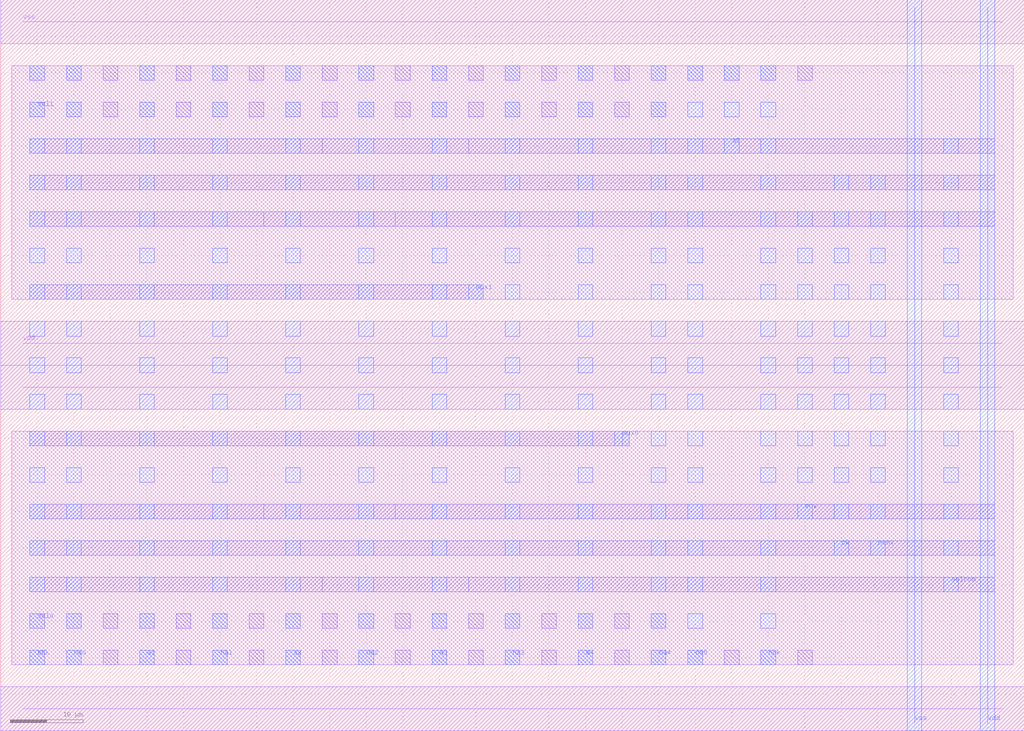
<source format=lef>

VERSION             5.2 ;
NAMESCASESENSITIVE  ON ;
BUSBITCHARS         "()" ;
DIVIDERCHAR         "." ;


MACRO rom_data_insel
    CLASS     CORE ;
    ORIGIN    0.00 0.00 ;
    SIZE      30.00 BY 50.00 ;
    SYMMETRY  X Y ;
    SITE      core ;
    PIN bit7
        DIRECTION OUTPUT TRISTATE ;
        PORT
            LAYER ALU2 ;
            RECT 29.00 46.00 31.00 48.00 ;
            RECT 24.00 46.00 26.00 48.00 ;
            RECT 19.00 46.00 21.00 48.00 ;
        END
    END bit7
    PIN bit6
        DIRECTION OUTPUT TRISTATE ;
        PORT
            LAYER ALU2 ;
            RECT 29.00 40.00 31.00 42.00 ;
            RECT 24.00 40.00 26.00 42.00 ;
            RECT 19.00 40.00 21.00 42.00 ;
        END
    END bit6
    PIN bit0
        DIRECTION OUTPUT TRISTATE ;
        PORT
            LAYER ALU2 ;
            RECT 29.00 4.00 31.00 6.00 ;
            RECT 24.00 4.00 26.00 6.00 ;
            RECT 19.00 4.00 21.00 6.00 ;
        END
    END bit0
    PIN bit1
        DIRECTION OUTPUT TRISTATE ;
        PORT
            LAYER ALU2 ;
            RECT 29.00 10.00 31.00 12.00 ;
            RECT 24.00 10.00 26.00 12.00 ;
            RECT 19.00 10.00 21.00 12.00 ;
        END
    END bit1
    PIN bit2
        DIRECTION OUTPUT TRISTATE ;
        PORT
            LAYER ALU2 ;
            RECT 29.00 16.00 31.00 18.00 ;
            RECT 24.00 16.00 26.00 18.00 ;
            RECT 19.00 16.00 21.00 18.00 ;
        END
    END bit2
    PIN bit3
        DIRECTION OUTPUT TRISTATE ;
        PORT
            LAYER ALU2 ;
            RECT 29.00 22.00 31.00 24.00 ;
            RECT 24.00 22.00 26.00 24.00 ;
            RECT 19.00 22.00 21.00 24.00 ;
        END
    END bit3
    PIN bit4
        DIRECTION OUTPUT TRISTATE ;
        PORT
            LAYER ALU2 ;
            RECT 29.00 28.00 31.00 30.00 ;
            RECT 24.00 28.00 26.00 30.00 ;
            RECT 19.00 28.00 21.00 30.00 ;
        END
    END bit4
    PIN bit5
        DIRECTION OUTPUT TRISTATE ;
        PORT
            LAYER ALU2 ;
            RECT 29.00 34.00 31.00 36.00 ;
            RECT 24.00 34.00 26.00 36.00 ;
            RECT 19.00 34.00 21.00 36.00 ;
        END
    END bit5
    PIN prech
        DIRECTION INPUT ;
        PORT
            LAYER ALU3 ;
            RECT 24.00 -1.00 26.00 1.00 ;
        END
    END prech
    PIN vdd
        DIRECTION INPUT ;
        USE POWER ;
        SHAPE FEEDTHRU ;
        PORT
            LAYER ALU1 ;
            WIDTH 6.00 ;
            PATH 3.00 47.00 7.00 47.00 ;
            LAYER ALU3 ;
            WIDTH 12.00 ;
            PATH 10.00 6.00 10.00 44.00 ;
        END
    END vdd
    PIN vss
        DIRECTION INPUT ;
        USE GROUND ;
        SHAPE FEEDTHRU ;
        PORT
            LAYER ALU1 ;
            WIDTH 6.00 ;
            PATH 3.00 3.00 7.00 3.00 ;
            LAYER ALU3 ;
            WIDTH 2.00 ;
            PATH 20.00 1.00 20.00 49.00 ;
        END
    END vss
    OBS
        LAYER ALU1 ;
        RECT 13.00 0.00 28.50 6.00 ;
        RECT 1.50 9.00 28.50 41.00 ;
        RECT 13.00 44.00 28.50 50.00 ;
        LAYER ALU2 ;
        RECT 4.00 49.00 11.00 51.00 ;
        RECT 14.00 -1.00 31.00 51.00 ;
    END
END rom_data_insel


MACRO rom_data_invss
    CLASS     CORE ;
    ORIGIN    0.00 0.00 ;
    SIZE      30.00 BY 50.00 ;
    SYMMETRY  X Y ;
    SITE      core ;
    PIN bit5
        DIRECTION OUTPUT TRISTATE ;
        PORT
            LAYER ALU2 ;
            RECT 29.00 34.00 31.00 36.00 ;
            RECT 24.00 34.00 26.00 36.00 ;
            RECT 19.00 34.00 21.00 36.00 ;
        END
    END bit5
    PIN bit4
        DIRECTION OUTPUT TRISTATE ;
        PORT
            LAYER ALU2 ;
            RECT 29.00 28.00 31.00 30.00 ;
            RECT 24.00 28.00 26.00 30.00 ;
            RECT 19.00 28.00 21.00 30.00 ;
        END
    END bit4
    PIN bit3
        DIRECTION OUTPUT TRISTATE ;
        PORT
            LAYER ALU2 ;
            RECT 29.00 22.00 31.00 24.00 ;
            RECT 24.00 22.00 26.00 24.00 ;
            RECT 19.00 22.00 21.00 24.00 ;
        END
    END bit3
    PIN bit2
        DIRECTION OUTPUT TRISTATE ;
        PORT
            LAYER ALU2 ;
            RECT 29.00 16.00 31.00 18.00 ;
            RECT 24.00 16.00 26.00 18.00 ;
            RECT 19.00 16.00 21.00 18.00 ;
        END
    END bit2
    PIN bit1
        DIRECTION OUTPUT TRISTATE ;
        PORT
            LAYER ALU2 ;
            RECT 29.00 10.00 31.00 12.00 ;
            RECT 24.00 10.00 26.00 12.00 ;
            RECT 19.00 10.00 21.00 12.00 ;
        END
    END bit1
    PIN bit0
        DIRECTION OUTPUT TRISTATE ;
        PORT
            LAYER ALU2 ;
            RECT 29.00 4.00 31.00 6.00 ;
            RECT 24.00 4.00 26.00 6.00 ;
            RECT 19.00 4.00 21.00 6.00 ;
        END
    END bit0
    PIN bit6
        DIRECTION OUTPUT TRISTATE ;
        PORT
            LAYER ALU2 ;
            RECT 29.00 40.00 31.00 42.00 ;
            RECT 24.00 40.00 26.00 42.00 ;
            RECT 19.00 40.00 21.00 42.00 ;
        END
    END bit6
    PIN bit7
        DIRECTION OUTPUT TRISTATE ;
        PORT
            LAYER ALU2 ;
            RECT 29.00 46.00 31.00 48.00 ;
            RECT 24.00 46.00 26.00 48.00 ;
            RECT 19.00 46.00 21.00 48.00 ;
        END
    END bit7
    PIN prech
        DIRECTION INPUT ;
        PORT
            LAYER ALU3 ;
            RECT 24.00 49.00 26.00 51.00 ;
        END
    END prech
    PIN vdd
        DIRECTION INPUT ;
        USE POWER ;
        SHAPE FEEDTHRU ;
        PORT
            LAYER ALU1 ;
            WIDTH 6.00 ;
            PATH 3.00 47.00 7.00 47.00 ;
            LAYER ALU3 ;
            WIDTH 12.00 ;
            PATH 10.00 6.00 10.00 44.00 ;
        END
    END vdd
    PIN vss
        DIRECTION INPUT ;
        USE GROUND ;
        SHAPE FEEDTHRU ;
        PORT
            LAYER ALU1 ;
            WIDTH 6.00 ;
            PATH 3.00 3.00 7.00 3.00 ;
            LAYER ALU3 ;
            WIDTH 2.00 ;
            PATH 20.00 1.00 20.00 49.00 ;
        END
    END vss
    OBS
        LAYER ALU1 ;
        RECT 13.00 0.00 28.50 6.00 ;
        RECT 1.50 9.00 28.50 41.00 ;
        RECT 13.00 44.00 28.50 50.00 ;
        LAYER ALU2 ;
        RECT 4.00 49.00 11.00 51.00 ;
        RECT 14.00 -1.00 31.00 51.00 ;
    END
END rom_data_invss


MACRO rom_data_midsel
    CLASS     CORE ;
    ORIGIN    0.00 0.00 ;
    SIZE      25.00 BY 50.00 ;
    SYMMETRY  X Y ;
    SITE      core ;
    PIN bit7
        DIRECTION OUTPUT TRISTATE ;
        PORT
            LAYER ALU2 ;
            RECT 24.00 46.00 26.00 48.00 ;
            RECT 19.00 46.00 21.00 48.00 ;
            RECT 14.00 46.00 16.00 48.00 ;
            RECT 9.00 46.00 11.00 48.00 ;
            RECT 4.00 46.00 6.00 48.00 ;
            RECT -1.00 46.00 1.00 48.00 ;
        END
    END bit7
    PIN bit6
        DIRECTION OUTPUT TRISTATE ;
        PORT
            LAYER ALU2 ;
            RECT 24.00 40.00 26.00 42.00 ;
            RECT 19.00 40.00 21.00 42.00 ;
            RECT 14.00 40.00 16.00 42.00 ;
            RECT 9.00 40.00 11.00 42.00 ;
            RECT 4.00 40.00 6.00 42.00 ;
            RECT -1.00 40.00 1.00 42.00 ;
        END
    END bit6
    PIN bit2
        DIRECTION OUTPUT TRISTATE ;
        PORT
            LAYER ALU2 ;
            RECT 24.00 16.00 26.00 18.00 ;
            RECT 19.00 16.00 21.00 18.00 ;
            RECT 14.00 16.00 16.00 18.00 ;
            RECT 9.00 16.00 11.00 18.00 ;
            RECT 4.00 16.00 6.00 18.00 ;
            RECT -1.00 16.00 1.00 18.00 ;
        END
    END bit2
    PIN bit1
        DIRECTION OUTPUT TRISTATE ;
        PORT
            LAYER ALU2 ;
            RECT 24.00 10.00 26.00 12.00 ;
            RECT 19.00 10.00 21.00 12.00 ;
            RECT 14.00 10.00 16.00 12.00 ;
            RECT 9.00 10.00 11.00 12.00 ;
            RECT 4.00 10.00 6.00 12.00 ;
            RECT -1.00 10.00 1.00 12.00 ;
        END
    END bit1
    PIN bit0
        DIRECTION OUTPUT TRISTATE ;
        PORT
            LAYER ALU2 ;
            RECT 24.00 4.00 26.00 6.00 ;
            RECT 19.00 4.00 21.00 6.00 ;
            RECT 14.00 4.00 16.00 6.00 ;
            RECT 9.00 4.00 11.00 6.00 ;
            RECT 4.00 4.00 6.00 6.00 ;
            RECT -1.00 4.00 1.00 6.00 ;
        END
    END bit0
    PIN bit3
        DIRECTION OUTPUT TRISTATE ;
        PORT
            LAYER ALU2 ;
            RECT 24.00 22.00 26.00 24.00 ;
            RECT 19.00 22.00 21.00 24.00 ;
            RECT 14.00 22.00 16.00 24.00 ;
            RECT 9.00 22.00 11.00 24.00 ;
            RECT 4.00 22.00 6.00 24.00 ;
            RECT -1.00 22.00 1.00 24.00 ;
        END
    END bit3
    PIN bit4
        DIRECTION OUTPUT TRISTATE ;
        PORT
            LAYER ALU2 ;
            RECT 24.00 28.00 26.00 30.00 ;
            RECT 19.00 28.00 21.00 30.00 ;
            RECT 14.00 28.00 16.00 30.00 ;
            RECT 9.00 28.00 11.00 30.00 ;
            RECT 4.00 28.00 6.00 30.00 ;
            RECT -1.00 28.00 1.00 30.00 ;
        END
    END bit4
    PIN bit5
        DIRECTION OUTPUT TRISTATE ;
        PORT
            LAYER ALU2 ;
            RECT 24.00 34.00 26.00 36.00 ;
            RECT 19.00 34.00 21.00 36.00 ;
            RECT 14.00 34.00 16.00 36.00 ;
            RECT 9.00 34.00 11.00 36.00 ;
            RECT 4.00 34.00 6.00 36.00 ;
            RECT -1.00 34.00 1.00 36.00 ;
        END
    END bit5
    PIN sela
        DIRECTION INPUT ;
        PORT
            LAYER ALU3 ;
            RECT 4.00 -1.00 6.00 1.00 ;
        END
    END sela
    PIN selb
        DIRECTION INPUT ;
        PORT
            LAYER ALU3 ;
            RECT 9.00 -1.00 11.00 1.00 ;
        END
    END selb
    PIN selc
        DIRECTION INPUT ;
        PORT
            LAYER ALU3 ;
            RECT 14.00 -1.00 16.00 1.00 ;
        END
    END selc
    PIN seld
        DIRECTION INPUT ;
        PORT
            LAYER ALU3 ;
            RECT 19.00 -1.00 21.00 1.00 ;
        END
    END seld
    PIN vss
        DIRECTION INPUT ;
        USE GROUND ;
        SHAPE ABUTMENT ;
        PORT
            LAYER ALU3 ;
            WIDTH 2.00 ;
            PATH 0.00 1.00 0.00 49.00 ;
            LAYER ALU3 ;
            WIDTH 2.00 ;
            PATH 25.00 1.00 25.00 49.00 ;
        END
    END vss
    OBS
        LAYER ALU2 ;
        RECT -1.00 -1.00 26.00 51.00 ;
    END
END rom_data_midsel


MACRO rom_data_midvss
    CLASS     CORE ;
    ORIGIN    0.00 0.00 ;
    SIZE      25.00 BY 50.00 ;
    SYMMETRY  X Y ;
    SITE      core ;
    PIN bit5
        DIRECTION OUTPUT TRISTATE ;
        PORT
            LAYER ALU2 ;
            RECT 24.00 34.00 26.00 36.00 ;
            RECT 19.00 34.00 21.00 36.00 ;
            RECT 14.00 34.00 16.00 36.00 ;
            RECT 9.00 34.00 11.00 36.00 ;
            RECT 4.00 34.00 6.00 36.00 ;
            RECT -1.00 34.00 1.00 36.00 ;
        END
    END bit5
    PIN bit4
        DIRECTION OUTPUT TRISTATE ;
        PORT
            LAYER ALU2 ;
            RECT 24.00 28.00 26.00 30.00 ;
            RECT 19.00 28.00 21.00 30.00 ;
            RECT 14.00 28.00 16.00 30.00 ;
            RECT 9.00 28.00 11.00 30.00 ;
            RECT 4.00 28.00 6.00 30.00 ;
            RECT -1.00 28.00 1.00 30.00 ;
        END
    END bit4
    PIN bit3
        DIRECTION OUTPUT TRISTATE ;
        PORT
            LAYER ALU2 ;
            RECT 24.00 22.00 26.00 24.00 ;
            RECT 19.00 22.00 21.00 24.00 ;
            RECT 14.00 22.00 16.00 24.00 ;
            RECT 9.00 22.00 11.00 24.00 ;
            RECT 4.00 22.00 6.00 24.00 ;
            RECT -1.00 22.00 1.00 24.00 ;
        END
    END bit3
    PIN bit0
        DIRECTION OUTPUT TRISTATE ;
        PORT
            LAYER ALU2 ;
            RECT 24.00 4.00 26.00 6.00 ;
            RECT 19.00 4.00 21.00 6.00 ;
            RECT 14.00 4.00 16.00 6.00 ;
            RECT 9.00 4.00 11.00 6.00 ;
            RECT 4.00 4.00 6.00 6.00 ;
            RECT -1.00 4.00 1.00 6.00 ;
        END
    END bit0
    PIN bit1
        DIRECTION OUTPUT TRISTATE ;
        PORT
            LAYER ALU2 ;
            RECT 24.00 10.00 26.00 12.00 ;
            RECT 19.00 10.00 21.00 12.00 ;
            RECT 14.00 10.00 16.00 12.00 ;
            RECT 9.00 10.00 11.00 12.00 ;
            RECT 4.00 10.00 6.00 12.00 ;
            RECT -1.00 10.00 1.00 12.00 ;
        END
    END bit1
    PIN bit2
        DIRECTION OUTPUT TRISTATE ;
        PORT
            LAYER ALU2 ;
            RECT 24.00 16.00 26.00 18.00 ;
            RECT 19.00 16.00 21.00 18.00 ;
            RECT 14.00 16.00 16.00 18.00 ;
            RECT 9.00 16.00 11.00 18.00 ;
            RECT 4.00 16.00 6.00 18.00 ;
            RECT -1.00 16.00 1.00 18.00 ;
        END
    END bit2
    PIN bit6
        DIRECTION OUTPUT TRISTATE ;
        PORT
            LAYER ALU2 ;
            RECT 24.00 40.00 26.00 42.00 ;
            RECT 19.00 40.00 21.00 42.00 ;
            RECT 14.00 40.00 16.00 42.00 ;
            RECT 9.00 40.00 11.00 42.00 ;
            RECT 4.00 40.00 6.00 42.00 ;
            RECT -1.00 40.00 1.00 42.00 ;
        END
    END bit6
    PIN bit7
        DIRECTION OUTPUT TRISTATE ;
        PORT
            LAYER ALU2 ;
            RECT 24.00 46.00 26.00 48.00 ;
            RECT 19.00 46.00 21.00 48.00 ;
            RECT 14.00 46.00 16.00 48.00 ;
            RECT 9.00 46.00 11.00 48.00 ;
            RECT 4.00 46.00 6.00 48.00 ;
            RECT -1.00 46.00 1.00 48.00 ;
        END
    END bit7
    PIN seld
        DIRECTION INPUT ;
        PORT
            LAYER ALU3 ;
            RECT 19.00 49.00 21.00 51.00 ;
        END
    END seld
    PIN selc
        DIRECTION INPUT ;
        PORT
            LAYER ALU3 ;
            RECT 14.00 49.00 16.00 51.00 ;
        END
    END selc
    PIN selb
        DIRECTION INPUT ;
        PORT
            LAYER ALU3 ;
            RECT 9.00 49.00 11.00 51.00 ;
        END
    END selb
    PIN sela
        DIRECTION INPUT ;
        PORT
            LAYER ALU3 ;
            RECT 4.00 49.00 6.00 51.00 ;
        END
    END sela
    PIN vss
        DIRECTION INPUT ;
        USE GROUND ;
        SHAPE ABUTMENT ;
        PORT
            LAYER ALU3 ;
            WIDTH 2.00 ;
            PATH 0.00 1.00 0.00 49.00 ;
            LAYER ALU3 ;
            WIDTH 2.00 ;
            PATH 25.00 1.00 25.00 49.00 ;
        END
    END vss
    OBS
        LAYER ALU2 ;
        RECT -1.00 -1.00 26.00 51.00 ;
    END
END rom_data_midvss


MACRO rom_data_outsel_ts
    CLASS     CORE ;
    ORIGIN    0.00 0.00 ;
    SIZE      140.00 BY 50.00 ;
    SYMMETRY  X Y ;
    SITE      core ;
    PIN q
        DIRECTION OUTPUT TRISTATE ;
        PORT
            LAYER ALU2 ;
            RECT 129.00 34.00 131.00 36.00 ;
            RECT 124.00 34.00 126.00 36.00 ;
            RECT 119.00 34.00 121.00 36.00 ;
            RECT 114.00 34.00 116.00 36.00 ;
            LAYER ALU2 ;
            RECT 129.00 9.00 131.00 11.00 ;
            RECT 124.00 9.00 126.00 11.00 ;
            RECT 119.00 9.00 121.00 11.00 ;
            RECT 114.00 9.00 116.00 11.00 ;
            LAYER ALU3 ;
            RECT 129.00 44.00 131.00 46.00 ;
            RECT 129.00 39.00 131.00 41.00 ;
            RECT 129.00 34.00 131.00 36.00 ;
            RECT 129.00 29.00 131.00 31.00 ;
            RECT 129.00 24.00 131.00 26.00 ;
            RECT 129.00 19.00 131.00 21.00 ;
            RECT 129.00 14.00 131.00 16.00 ;
            RECT 129.00 9.00 131.00 11.00 ;
            RECT 129.00 4.00 131.00 6.00 ;
        END
    END q
    PIN enx
        DIRECTION INPUT ;
        PORT
            LAYER ALU3 ;
            RECT 109.00 24.00 111.00 26.00 ;
        END
    END enx
    PIN nenx
        DIRECTION INPUT ;
        PORT
            LAYER ALU3 ;
            RECT 119.00 24.00 121.00 26.00 ;
        END
    END nenx
    PIN bit0
        DIRECTION INPUT ;
        PORT
            LAYER ALU2 ;
            RECT 79.00 4.00 81.00 6.00 ;
            RECT 74.00 4.00 76.00 6.00 ;
            RECT 69.00 4.00 71.00 6.00 ;
            RECT 64.00 4.00 66.00 6.00 ;
            RECT 59.00 4.00 61.00 6.00 ;
            RECT 54.00 4.00 56.00 6.00 ;
            RECT 49.00 4.00 51.00 6.00 ;
            RECT 44.00 4.00 46.00 6.00 ;
            RECT 39.00 4.00 41.00 6.00 ;
            RECT 34.00 4.00 36.00 6.00 ;
            RECT 29.00 4.00 31.00 6.00 ;
            RECT 24.00 4.00 26.00 6.00 ;
            RECT 19.00 4.00 21.00 6.00 ;
            RECT 14.00 4.00 16.00 6.00 ;
            RECT 9.00 4.00 11.00 6.00 ;
            RECT 4.00 4.00 6.00 6.00 ;
            RECT -1.00 4.00 1.00 6.00 ;
        END
    END bit0
    PIN bit2
        DIRECTION INPUT ;
        PORT
            LAYER ALU2 ;
            RECT 39.00 16.00 41.00 18.00 ;
            RECT 34.00 16.00 36.00 18.00 ;
            RECT 29.00 16.00 31.00 18.00 ;
            RECT 24.00 16.00 26.00 18.00 ;
            RECT 19.00 16.00 21.00 18.00 ;
            RECT 14.00 16.00 16.00 18.00 ;
            RECT 9.00 16.00 11.00 18.00 ;
            RECT 4.00 16.00 6.00 18.00 ;
            RECT -1.00 16.00 1.00 18.00 ;
        END
    END bit2
    PIN bit3
        DIRECTION INPUT ;
        PORT
            LAYER ALU2 ;
            RECT 19.00 22.00 21.00 24.00 ;
            RECT 14.00 22.00 16.00 24.00 ;
            RECT 9.00 22.00 11.00 24.00 ;
            RECT 4.00 22.00 6.00 24.00 ;
            RECT -1.00 22.00 1.00 24.00 ;
        END
    END bit3
    PIN bit4
        DIRECTION INPUT ;
        PORT
            LAYER ALU2 ;
            RECT 69.00 28.00 71.00 30.00 ;
            RECT 64.00 28.00 66.00 30.00 ;
            RECT 59.00 28.00 61.00 30.00 ;
            RECT 54.00 28.00 56.00 30.00 ;
            RECT 49.00 28.00 51.00 30.00 ;
            RECT 44.00 28.00 46.00 30.00 ;
            RECT 39.00 28.00 41.00 30.00 ;
            RECT 34.00 28.00 36.00 30.00 ;
            RECT 29.00 28.00 31.00 30.00 ;
            RECT 24.00 28.00 26.00 30.00 ;
            RECT 19.00 28.00 21.00 30.00 ;
            RECT 14.00 28.00 16.00 30.00 ;
            RECT 9.00 28.00 11.00 30.00 ;
            RECT 4.00 28.00 6.00 30.00 ;
            RECT -1.00 28.00 1.00 30.00 ;
        END
    END bit4
    PIN bit7
        DIRECTION INPUT ;
        PORT
            LAYER ALU2 ;
            RECT 9.00 46.00 11.00 48.00 ;
            RECT 4.00 46.00 6.00 48.00 ;
            RECT -1.00 46.00 1.00 48.00 ;
        END
    END bit7
    PIN bit5
        DIRECTION INPUT ;
        PORT
            LAYER ALU2 ;
            RECT 49.00 34.00 51.00 36.00 ;
            RECT 44.00 34.00 46.00 36.00 ;
            RECT 39.00 34.00 41.00 36.00 ;
            RECT 34.00 34.00 36.00 36.00 ;
            RECT 29.00 34.00 31.00 36.00 ;
            RECT 24.00 34.00 26.00 36.00 ;
            RECT 19.00 34.00 21.00 36.00 ;
            RECT 14.00 34.00 16.00 36.00 ;
            RECT 9.00 34.00 11.00 36.00 ;
            RECT 4.00 34.00 6.00 36.00 ;
            RECT -1.00 34.00 1.00 36.00 ;
        END
    END bit5
    PIN bit6
        DIRECTION INPUT ;
        PORT
            LAYER ALU2 ;
            RECT 29.00 40.00 31.00 42.00 ;
            RECT 24.00 40.00 26.00 42.00 ;
            RECT 19.00 40.00 21.00 42.00 ;
            RECT 14.00 40.00 16.00 42.00 ;
            RECT 9.00 40.00 11.00 42.00 ;
            RECT 4.00 40.00 6.00 42.00 ;
            RECT -1.00 40.00 1.00 42.00 ;
        END
    END bit6
    PIN mux7
        DIRECTION INPUT ;
        PORT
            LAYER ALU3 ;
            RECT 14.00 -1.00 16.00 1.00 ;
        END
    END mux7
    PIN mux3
        DIRECTION INPUT ;
        PORT
            LAYER ALU3 ;
            RECT 24.00 -1.00 26.00 1.00 ;
        END
    END mux3
    PIN mux6
        DIRECTION INPUT ;
        PORT
            LAYER ALU3 ;
            RECT 34.00 -1.00 36.00 1.00 ;
        END
    END mux6
    PIN mux2
        DIRECTION INPUT ;
        PORT
            LAYER ALU3 ;
            RECT 44.00 -1.00 46.00 1.00 ;
        END
    END mux2
    PIN mux5
        DIRECTION INPUT ;
        PORT
            LAYER ALU3 ;
            RECT 54.00 -1.00 56.00 1.00 ;
        END
    END mux5
    PIN mux1
        DIRECTION INPUT ;
        PORT
            LAYER ALU3 ;
            RECT 64.00 -1.00 66.00 1.00 ;
        END
    END mux1
    PIN mux4
        DIRECTION INPUT ;
        PORT
            LAYER ALU3 ;
            RECT 74.00 -1.00 76.00 1.00 ;
        END
    END mux4
    PIN mux0
        DIRECTION INPUT ;
        PORT
            LAYER ALU3 ;
            RECT 84.00 -1.00 86.00 1.00 ;
        END
    END mux0
    PIN nprech
        DIRECTION INPUT ;
        PORT
            LAYER ALU3 ;
            RECT 99.00 24.00 101.00 26.00 ;
        END
    END nprech
    PIN bit1
        DIRECTION INPUT ;
        PORT
            LAYER ALU2 ;
            RECT 59.00 10.00 61.00 12.00 ;
            RECT 54.00 10.00 56.00 12.00 ;
            RECT 49.00 10.00 51.00 12.00 ;
            RECT 44.00 10.00 46.00 12.00 ;
            RECT 39.00 10.00 41.00 12.00 ;
            RECT 34.00 10.00 36.00 12.00 ;
            RECT 29.00 10.00 31.00 12.00 ;
            RECT 24.00 10.00 26.00 12.00 ;
            RECT 19.00 10.00 21.00 12.00 ;
            RECT 14.00 10.00 16.00 12.00 ;
            RECT 9.00 10.00 11.00 12.00 ;
            RECT 4.00 10.00 6.00 12.00 ;
            RECT -1.00 10.00 1.00 12.00 ;
        END
    END bit1
    PIN vdd
        DIRECTION INPUT ;
        USE POWER ;
        SHAPE ABUTMENT ;
        PORT
            LAYER ALU1 ;
            WIDTH 6.00 ;
            PATH 3.00 47.00 137.00 47.00 ;
            LAYER ALU3 ;
            WIDTH 2.00 ;
            PATH 115.00 1.00 115.00 49.00 ;
            LAYER ALU3 ;
            WIDTH 2.00 ;
            PATH 135.00 1.00 135.00 49.00 ;
        END
    END vdd
    PIN vss
        DIRECTION INPUT ;
        USE GROUND ;
        SHAPE ABUTMENT ;
        PORT
            LAYER ALU1 ;
            WIDTH 6.00 ;
            PATH 3.00 3.00 137.00 3.00 ;
            LAYER ALU3 ;
            WIDTH 2.00 ;
            PATH 105.00 1.00 105.00 49.00 ;
            LAYER ALU3 ;
            WIDTH 2.00 ;
            PATH 125.00 1.00 125.00 49.00 ;
        END
    END vss
    OBS
        LAYER ALU1 ;
        RECT 1.50 9.00 138.50 41.00 ;
        LAYER ALU2 ;
        RECT 84.00 14.00 121.00 16.00 ;
        RECT 87.00 14.00 121.00 16.00 ;
        RECT 93.00 39.00 134.00 41.00 ;
        RECT -1.00 -1.00 86.00 51.00 ;
        RECT 84.00 39.00 136.00 41.00 ;
        RECT 84.00 24.00 121.00 26.00 ;
    END
END rom_data_outsel_ts


MACRO rom_data_outsel
    CLASS     CORE ;
    ORIGIN    0.00 0.00 ;
    SIZE      120.00 BY 50.00 ;
    SYMMETRY  X Y ;
    SITE      core ;
    PIN q
        DIRECTION OUTPUT ;
        PORT
            LAYER ALU2 ;
            RECT 109.00 34.00 111.00 36.00 ;
            RECT 104.00 34.00 106.00 36.00 ;
            LAYER ALU2 ;
            RECT 109.00 9.00 111.00 11.00 ;
            RECT 104.00 9.00 106.00 11.00 ;
            LAYER ALU3 ;
            RECT 109.00 44.00 111.00 46.00 ;
            RECT 109.00 39.00 111.00 41.00 ;
            RECT 109.00 34.00 111.00 36.00 ;
            RECT 109.00 29.00 111.00 31.00 ;
            RECT 109.00 24.00 111.00 26.00 ;
            RECT 109.00 19.00 111.00 21.00 ;
            RECT 109.00 14.00 111.00 16.00 ;
            RECT 109.00 9.00 111.00 11.00 ;
            RECT 109.00 4.00 111.00 6.00 ;
        END
    END q
    PIN bit1
        DIRECTION INPUT ;
        PORT
            LAYER ALU2 ;
            RECT 59.00 10.00 61.00 12.00 ;
            RECT 54.00 10.00 56.00 12.00 ;
            RECT 49.00 10.00 51.00 12.00 ;
            RECT 44.00 10.00 46.00 12.00 ;
            RECT 39.00 10.00 41.00 12.00 ;
            RECT 34.00 10.00 36.00 12.00 ;
            RECT 29.00 10.00 31.00 12.00 ;
            RECT 24.00 10.00 26.00 12.00 ;
            RECT 19.00 10.00 21.00 12.00 ;
            RECT 14.00 10.00 16.00 12.00 ;
            RECT 9.00 10.00 11.00 12.00 ;
            RECT 4.00 10.00 6.00 12.00 ;
            RECT -1.00 10.00 1.00 12.00 ;
        END
    END bit1
    PIN bit0
        DIRECTION INPUT ;
        PORT
            LAYER ALU2 ;
            RECT 79.00 4.00 81.00 6.00 ;
            RECT 74.00 4.00 76.00 6.00 ;
            RECT 69.00 4.00 71.00 6.00 ;
            RECT 64.00 4.00 66.00 6.00 ;
            RECT 59.00 4.00 61.00 6.00 ;
            RECT 54.00 4.00 56.00 6.00 ;
            RECT 49.00 4.00 51.00 6.00 ;
            RECT 44.00 4.00 46.00 6.00 ;
            RECT 39.00 4.00 41.00 6.00 ;
            RECT 34.00 4.00 36.00 6.00 ;
            RECT 29.00 4.00 31.00 6.00 ;
            RECT 24.00 4.00 26.00 6.00 ;
            RECT 19.00 4.00 21.00 6.00 ;
            RECT 14.00 4.00 16.00 6.00 ;
            RECT 9.00 4.00 11.00 6.00 ;
            RECT 4.00 4.00 6.00 6.00 ;
            RECT -1.00 4.00 1.00 6.00 ;
        END
    END bit0
    PIN bit2
        DIRECTION INPUT ;
        PORT
            LAYER ALU2 ;
            RECT 39.00 16.00 41.00 18.00 ;
            RECT 34.00 16.00 36.00 18.00 ;
            RECT 29.00 16.00 31.00 18.00 ;
            RECT 24.00 16.00 26.00 18.00 ;
            RECT 19.00 16.00 21.00 18.00 ;
            RECT 14.00 16.00 16.00 18.00 ;
            RECT 9.00 16.00 11.00 18.00 ;
            RECT 4.00 16.00 6.00 18.00 ;
            RECT -1.00 16.00 1.00 18.00 ;
        END
    END bit2
    PIN bit3
        DIRECTION INPUT ;
        PORT
            LAYER ALU2 ;
            RECT 19.00 22.00 21.00 24.00 ;
            RECT 14.00 22.00 16.00 24.00 ;
            RECT 9.00 22.00 11.00 24.00 ;
            RECT 4.00 22.00 6.00 24.00 ;
            RECT -1.00 22.00 1.00 24.00 ;
        END
    END bit3
    PIN bit4
        DIRECTION INPUT ;
        PORT
            LAYER ALU2 ;
            RECT 69.00 28.00 71.00 30.00 ;
            RECT 64.00 28.00 66.00 30.00 ;
            RECT 59.00 28.00 61.00 30.00 ;
            RECT 54.00 28.00 56.00 30.00 ;
            RECT 49.00 28.00 51.00 30.00 ;
            RECT 44.00 28.00 46.00 30.00 ;
            RECT 39.00 28.00 41.00 30.00 ;
            RECT 34.00 28.00 36.00 30.00 ;
            RECT 29.00 28.00 31.00 30.00 ;
            RECT 24.00 28.00 26.00 30.00 ;
            RECT 19.00 28.00 21.00 30.00 ;
            RECT 14.00 28.00 16.00 30.00 ;
            RECT 9.00 28.00 11.00 30.00 ;
            RECT 4.00 28.00 6.00 30.00 ;
            RECT -1.00 28.00 1.00 30.00 ;
        END
    END bit4
    PIN bit7
        DIRECTION INPUT ;
        PORT
            LAYER ALU2 ;
            RECT 9.00 46.00 11.00 48.00 ;
            RECT 4.00 46.00 6.00 48.00 ;
            RECT -1.00 46.00 1.00 48.00 ;
        END
    END bit7
    PIN bit5
        DIRECTION INPUT ;
        PORT
            LAYER ALU2 ;
            RECT 49.00 34.00 51.00 36.00 ;
            RECT 44.00 34.00 46.00 36.00 ;
            RECT 39.00 34.00 41.00 36.00 ;
            RECT 34.00 34.00 36.00 36.00 ;
            RECT 29.00 34.00 31.00 36.00 ;
            RECT 24.00 34.00 26.00 36.00 ;
            RECT 19.00 34.00 21.00 36.00 ;
            RECT 14.00 34.00 16.00 36.00 ;
            RECT 9.00 34.00 11.00 36.00 ;
            RECT 4.00 34.00 6.00 36.00 ;
            RECT -1.00 34.00 1.00 36.00 ;
        END
    END bit5
    PIN bit6
        DIRECTION INPUT ;
        PORT
            LAYER ALU2 ;
            RECT 29.00 40.00 31.00 42.00 ;
            RECT 24.00 40.00 26.00 42.00 ;
            RECT 19.00 40.00 21.00 42.00 ;
            RECT 14.00 40.00 16.00 42.00 ;
            RECT 9.00 40.00 11.00 42.00 ;
            RECT 4.00 40.00 6.00 42.00 ;
            RECT -1.00 40.00 1.00 42.00 ;
        END
    END bit6
    PIN mux7
        DIRECTION INPUT ;
        PORT
            LAYER ALU3 ;
            RECT 14.00 -1.00 16.00 1.00 ;
        END
    END mux7
    PIN mux3
        DIRECTION INPUT ;
        PORT
            LAYER ALU3 ;
            RECT 24.00 -1.00 26.00 1.00 ;
        END
    END mux3
    PIN mux6
        DIRECTION INPUT ;
        PORT
            LAYER ALU3 ;
            RECT 34.00 -1.00 36.00 1.00 ;
        END
    END mux6
    PIN mux2
        DIRECTION INPUT ;
        PORT
            LAYER ALU3 ;
            RECT 44.00 -1.00 46.00 1.00 ;
        END
    END mux2
    PIN mux5
        DIRECTION INPUT ;
        PORT
            LAYER ALU3 ;
            RECT 54.00 -1.00 56.00 1.00 ;
        END
    END mux5
    PIN mux1
        DIRECTION INPUT ;
        PORT
            LAYER ALU3 ;
            RECT 64.00 -1.00 66.00 1.00 ;
        END
    END mux1
    PIN mux4
        DIRECTION INPUT ;
        PORT
            LAYER ALU3 ;
            RECT 74.00 -1.00 76.00 1.00 ;
        END
    END mux4
    PIN mux0
        DIRECTION INPUT ;
        PORT
            LAYER ALU3 ;
            RECT 84.00 -1.00 86.00 1.00 ;
        END
    END mux0
    PIN nprech
        DIRECTION INPUT ;
        PORT
            LAYER ALU3 ;
            RECT 99.00 24.00 101.00 26.00 ;
        END
    END nprech
    PIN vdd
        DIRECTION INPUT ;
        USE POWER ;
        SHAPE ABUTMENT ;
        PORT
            LAYER ALU1 ;
            WIDTH 6.00 ;
            PATH 3.00 47.00 117.00 47.00 ;
            LAYER ALU3 ;
            WIDTH 2.00 ;
            PATH 105.00 1.00 105.00 49.00 ;
            LAYER ALU3 ;
            WIDTH 2.00 ;
            PATH 115.00 1.00 115.00 49.00 ;
        END
    END vdd
    PIN vss
        DIRECTION INPUT ;
        USE GROUND ;
        SHAPE ABUTMENT ;
        PORT
            LAYER ALU1 ;
            WIDTH 6.00 ;
            PATH 3.00 3.00 117.00 3.00 ;
            LAYER ALU3 ;
            WIDTH 2.00 ;
            PATH 95.00 1.00 95.00 49.00 ;
        END
    END vss
    OBS
        LAYER ALU1 ;
        RECT 1.50 9.00 118.50 41.00 ;
        LAYER ALU2 ;
        RECT 84.00 -1.00 96.00 1.00 ;
        RECT -1.00 -1.00 86.00 51.00 ;
        RECT 84.00 24.00 101.00 26.00 ;
        RECT 84.00 19.00 121.00 21.00 ;
        RECT 84.00 39.00 121.00 41.00 ;
        RECT 93.00 39.00 118.00 41.00 ;
        RECT 87.00 19.00 113.00 21.00 ;
    END
END rom_data_outsel


MACRO rom_data_outvss_ts
    CLASS     CORE ;
    ORIGIN    0.00 0.00 ;
    SIZE      140.00 BY 50.00 ;
    SYMMETRY  X Y ;
    SITE      core ;
    PIN q
        DIRECTION OUTPUT TRISTATE ;
        PORT
            LAYER ALU3 ;
            RECT 129.00 44.00 131.00 46.00 ;
            RECT 129.00 39.00 131.00 41.00 ;
            RECT 129.00 34.00 131.00 36.00 ;
            RECT 129.00 29.00 131.00 31.00 ;
            RECT 129.00 24.00 131.00 26.00 ;
            RECT 129.00 19.00 131.00 21.00 ;
            RECT 129.00 14.00 131.00 16.00 ;
            RECT 129.00 9.00 131.00 11.00 ;
            RECT 129.00 4.00 131.00 6.00 ;
            LAYER ALU2 ;
            RECT 129.00 9.00 131.00 11.00 ;
            RECT 124.00 9.00 126.00 11.00 ;
            RECT 119.00 9.00 121.00 11.00 ;
            RECT 114.00 9.00 116.00 11.00 ;
            LAYER ALU2 ;
            RECT 129.00 34.00 131.00 36.00 ;
            RECT 124.00 34.00 126.00 36.00 ;
            RECT 119.00 34.00 121.00 36.00 ;
            RECT 114.00 34.00 116.00 36.00 ;
        END
    END q
    PIN mux0
        DIRECTION INPUT ;
        PORT
            LAYER ALU3 ;
            RECT 84.00 49.00 86.00 51.00 ;
        END
    END mux0
    PIN mux4
        DIRECTION INPUT ;
        PORT
            LAYER ALU3 ;
            RECT 74.00 49.00 76.00 51.00 ;
        END
    END mux4
    PIN mux1
        DIRECTION INPUT ;
        PORT
            LAYER ALU3 ;
            RECT 64.00 49.00 66.00 51.00 ;
        END
    END mux1
    PIN mux5
        DIRECTION INPUT ;
        PORT
            LAYER ALU3 ;
            RECT 54.00 49.00 56.00 51.00 ;
        END
    END mux5
    PIN mux2
        DIRECTION INPUT ;
        PORT
            LAYER ALU3 ;
            RECT 44.00 49.00 46.00 51.00 ;
        END
    END mux2
    PIN mux6
        DIRECTION INPUT ;
        PORT
            LAYER ALU3 ;
            RECT 34.00 49.00 36.00 51.00 ;
        END
    END mux6
    PIN mux3
        DIRECTION INPUT ;
        PORT
            LAYER ALU3 ;
            RECT 24.00 49.00 26.00 51.00 ;
        END
    END mux3
    PIN mux7
        DIRECTION INPUT ;
        PORT
            LAYER ALU3 ;
            RECT 14.00 49.00 16.00 51.00 ;
        END
    END mux7
    PIN nprech
        DIRECTION INPUT ;
        PORT
            LAYER ALU3 ;
            RECT 99.00 24.00 101.00 26.00 ;
        END
    END nprech
    PIN bit6
        DIRECTION INPUT ;
        PORT
            LAYER ALU2 ;
            RECT 29.00 40.00 31.00 42.00 ;
            RECT 24.00 40.00 26.00 42.00 ;
            RECT 19.00 40.00 21.00 42.00 ;
            RECT 14.00 40.00 16.00 42.00 ;
            RECT 9.00 40.00 11.00 42.00 ;
            RECT 4.00 40.00 6.00 42.00 ;
            RECT -1.00 40.00 1.00 42.00 ;
        END
    END bit6
    PIN bit5
        DIRECTION INPUT ;
        PORT
            LAYER ALU2 ;
            RECT 49.00 34.00 51.00 36.00 ;
            RECT 44.00 34.00 46.00 36.00 ;
            RECT 39.00 34.00 41.00 36.00 ;
            RECT 34.00 34.00 36.00 36.00 ;
            RECT 29.00 34.00 31.00 36.00 ;
            RECT 24.00 34.00 26.00 36.00 ;
            RECT 19.00 34.00 21.00 36.00 ;
            RECT 14.00 34.00 16.00 36.00 ;
            RECT 9.00 34.00 11.00 36.00 ;
            RECT 4.00 34.00 6.00 36.00 ;
            RECT -1.00 34.00 1.00 36.00 ;
        END
    END bit5
    PIN bit7
        DIRECTION INPUT ;
        PORT
            LAYER ALU2 ;
            RECT 9.00 46.00 11.00 48.00 ;
            RECT 4.00 46.00 6.00 48.00 ;
            RECT -1.00 46.00 1.00 48.00 ;
        END
    END bit7
    PIN bit4
        DIRECTION INPUT ;
        PORT
            LAYER ALU2 ;
            RECT 69.00 28.00 71.00 30.00 ;
            RECT 64.00 28.00 66.00 30.00 ;
            RECT 59.00 28.00 61.00 30.00 ;
            RECT 54.00 28.00 56.00 30.00 ;
            RECT 49.00 28.00 51.00 30.00 ;
            RECT 44.00 28.00 46.00 30.00 ;
            RECT 39.00 28.00 41.00 30.00 ;
            RECT 34.00 28.00 36.00 30.00 ;
            RECT 29.00 28.00 31.00 30.00 ;
            RECT 24.00 28.00 26.00 30.00 ;
            RECT 19.00 28.00 21.00 30.00 ;
            RECT 14.00 28.00 16.00 30.00 ;
            RECT 9.00 28.00 11.00 30.00 ;
            RECT 4.00 28.00 6.00 30.00 ;
            RECT -1.00 28.00 1.00 30.00 ;
        END
    END bit4
    PIN bit3
        DIRECTION INPUT ;
        PORT
            LAYER ALU2 ;
            RECT 19.00 22.00 21.00 24.00 ;
            RECT 14.00 22.00 16.00 24.00 ;
            RECT 9.00 22.00 11.00 24.00 ;
            RECT 4.00 22.00 6.00 24.00 ;
            RECT -1.00 22.00 1.00 24.00 ;
        END
    END bit3
    PIN bit2
        DIRECTION INPUT ;
        PORT
            LAYER ALU2 ;
            RECT 39.00 16.00 41.00 18.00 ;
            RECT 34.00 16.00 36.00 18.00 ;
            RECT 29.00 16.00 31.00 18.00 ;
            RECT 24.00 16.00 26.00 18.00 ;
            RECT 19.00 16.00 21.00 18.00 ;
            RECT 14.00 16.00 16.00 18.00 ;
            RECT 9.00 16.00 11.00 18.00 ;
            RECT 4.00 16.00 6.00 18.00 ;
            RECT -1.00 16.00 1.00 18.00 ;
        END
    END bit2
    PIN bit0
        DIRECTION INPUT ;
        PORT
            LAYER ALU2 ;
            RECT 79.00 4.00 81.00 6.00 ;
            RECT 74.00 4.00 76.00 6.00 ;
            RECT 69.00 4.00 71.00 6.00 ;
            RECT 64.00 4.00 66.00 6.00 ;
            RECT 59.00 4.00 61.00 6.00 ;
            RECT 54.00 4.00 56.00 6.00 ;
            RECT 49.00 4.00 51.00 6.00 ;
            RECT 44.00 4.00 46.00 6.00 ;
            RECT 39.00 4.00 41.00 6.00 ;
            RECT 34.00 4.00 36.00 6.00 ;
            RECT 29.00 4.00 31.00 6.00 ;
            RECT 24.00 4.00 26.00 6.00 ;
            RECT 19.00 4.00 21.00 6.00 ;
            RECT 14.00 4.00 16.00 6.00 ;
            RECT 9.00 4.00 11.00 6.00 ;
            RECT 4.00 4.00 6.00 6.00 ;
            RECT -1.00 4.00 1.00 6.00 ;
        END
    END bit0
    PIN nenx
        DIRECTION INPUT ;
        PORT
            LAYER ALU3 ;
            RECT 119.00 24.00 121.00 26.00 ;
        END
    END nenx
    PIN enx
        DIRECTION INPUT ;
        PORT
            LAYER ALU3 ;
            RECT 109.00 24.00 111.00 26.00 ;
        END
    END enx
    PIN bit1
        DIRECTION INPUT ;
        PORT
            LAYER ALU2 ;
            RECT 59.00 10.00 61.00 12.00 ;
            RECT 54.00 10.00 56.00 12.00 ;
            RECT 49.00 10.00 51.00 12.00 ;
            RECT 44.00 10.00 46.00 12.00 ;
            RECT 39.00 10.00 41.00 12.00 ;
            RECT 34.00 10.00 36.00 12.00 ;
            RECT 29.00 10.00 31.00 12.00 ;
            RECT 24.00 10.00 26.00 12.00 ;
            RECT 19.00 10.00 21.00 12.00 ;
            RECT 14.00 10.00 16.00 12.00 ;
            RECT 9.00 10.00 11.00 12.00 ;
            RECT 4.00 10.00 6.00 12.00 ;
            RECT -1.00 10.00 1.00 12.00 ;
        END
    END bit1
    PIN vdd
        DIRECTION INPUT ;
        USE POWER ;
        SHAPE ABUTMENT ;
        PORT
            LAYER ALU1 ;
            WIDTH 6.00 ;
            PATH 3.00 47.00 137.00 47.00 ;
            LAYER ALU3 ;
            WIDTH 2.00 ;
            PATH 115.00 1.00 115.00 49.00 ;
            LAYER ALU3 ;
            WIDTH 2.00 ;
            PATH 135.00 1.00 135.00 49.00 ;
        END
    END vdd
    PIN vss
        DIRECTION INPUT ;
        USE GROUND ;
        SHAPE ABUTMENT ;
        PORT
            LAYER ALU1 ;
            WIDTH 6.00 ;
            PATH 3.00 3.00 137.00 3.00 ;
            LAYER ALU3 ;
            WIDTH 2.00 ;
            PATH 105.00 1.00 105.00 49.00 ;
            LAYER ALU3 ;
            WIDTH 2.00 ;
            PATH 125.00 1.00 125.00 49.00 ;
        END
    END vss
    OBS
        LAYER ALU1 ;
        RECT 1.50 9.00 138.50 41.00 ;
        LAYER ALU2 ;
        RECT 84.00 24.00 121.00 26.00 ;
        RECT 84.00 39.00 136.00 41.00 ;
        RECT 84.00 14.00 121.00 16.00 ;
        RECT 93.00 39.00 134.00 41.00 ;
        RECT -1.00 -1.00 86.00 51.00 ;
        RECT 87.00 14.00 121.00 16.00 ;
    END
END rom_data_outvss_ts


MACRO rom_data_outvss
    CLASS     CORE ;
    ORIGIN    0.00 0.00 ;
    SIZE      120.00 BY 50.00 ;
    SYMMETRY  X Y ;
    SITE      core ;
    PIN q
        DIRECTION OUTPUT ;
        PORT
            LAYER ALU3 ;
            RECT 109.00 44.00 111.00 46.00 ;
            RECT 109.00 39.00 111.00 41.00 ;
            RECT 109.00 34.00 111.00 36.00 ;
            RECT 109.00 29.00 111.00 31.00 ;
            RECT 109.00 24.00 111.00 26.00 ;
            RECT 109.00 19.00 111.00 21.00 ;
            RECT 109.00 14.00 111.00 16.00 ;
            RECT 109.00 9.00 111.00 11.00 ;
            RECT 109.00 4.00 111.00 6.00 ;
            LAYER ALU2 ;
            RECT 109.00 34.00 111.00 36.00 ;
            RECT 104.00 34.00 106.00 36.00 ;
            LAYER ALU2 ;
            RECT 109.00 9.00 111.00 11.00 ;
            RECT 104.00 9.00 106.00 11.00 ;
        END
    END q
    PIN nprech
        DIRECTION INPUT ;
        PORT
            LAYER ALU3 ;
            RECT 99.00 24.00 101.00 26.00 ;
        END
    END nprech
    PIN bit6
        DIRECTION INPUT ;
        PORT
            LAYER ALU2 ;
            RECT 29.00 40.00 31.00 42.00 ;
            RECT 24.00 40.00 26.00 42.00 ;
            RECT 19.00 40.00 21.00 42.00 ;
            RECT 14.00 40.00 16.00 42.00 ;
            RECT 9.00 40.00 11.00 42.00 ;
            RECT 4.00 40.00 6.00 42.00 ;
            RECT -1.00 40.00 1.00 42.00 ;
        END
    END bit6
    PIN bit5
        DIRECTION INPUT ;
        PORT
            LAYER ALU2 ;
            RECT 49.00 34.00 51.00 36.00 ;
            RECT 44.00 34.00 46.00 36.00 ;
            RECT 39.00 34.00 41.00 36.00 ;
            RECT 34.00 34.00 36.00 36.00 ;
            RECT 29.00 34.00 31.00 36.00 ;
            RECT 24.00 34.00 26.00 36.00 ;
            RECT 19.00 34.00 21.00 36.00 ;
            RECT 14.00 34.00 16.00 36.00 ;
            RECT 9.00 34.00 11.00 36.00 ;
            RECT 4.00 34.00 6.00 36.00 ;
            RECT -1.00 34.00 1.00 36.00 ;
        END
    END bit5
    PIN bit7
        DIRECTION INPUT ;
        PORT
            LAYER ALU2 ;
            RECT 9.00 46.00 11.00 48.00 ;
            RECT 4.00 46.00 6.00 48.00 ;
            RECT -1.00 46.00 1.00 48.00 ;
        END
    END bit7
    PIN bit4
        DIRECTION INPUT ;
        PORT
            LAYER ALU2 ;
            RECT 69.00 28.00 71.00 30.00 ;
            RECT 64.00 28.00 66.00 30.00 ;
            RECT 59.00 28.00 61.00 30.00 ;
            RECT 54.00 28.00 56.00 30.00 ;
            RECT 49.00 28.00 51.00 30.00 ;
            RECT 44.00 28.00 46.00 30.00 ;
            RECT 39.00 28.00 41.00 30.00 ;
            RECT 34.00 28.00 36.00 30.00 ;
            RECT 29.00 28.00 31.00 30.00 ;
            RECT 24.00 28.00 26.00 30.00 ;
            RECT 19.00 28.00 21.00 30.00 ;
            RECT 14.00 28.00 16.00 30.00 ;
            RECT 9.00 28.00 11.00 30.00 ;
            RECT 4.00 28.00 6.00 30.00 ;
            RECT -1.00 28.00 1.00 30.00 ;
        END
    END bit4
    PIN bit3
        DIRECTION INPUT ;
        PORT
            LAYER ALU2 ;
            RECT 19.00 22.00 21.00 24.00 ;
            RECT 14.00 22.00 16.00 24.00 ;
            RECT 9.00 22.00 11.00 24.00 ;
            RECT 4.00 22.00 6.00 24.00 ;
            RECT -1.00 22.00 1.00 24.00 ;
        END
    END bit3
    PIN bit2
        DIRECTION INPUT ;
        PORT
            LAYER ALU2 ;
            RECT 39.00 16.00 41.00 18.00 ;
            RECT 34.00 16.00 36.00 18.00 ;
            RECT 29.00 16.00 31.00 18.00 ;
            RECT 24.00 16.00 26.00 18.00 ;
            RECT 19.00 16.00 21.00 18.00 ;
            RECT 14.00 16.00 16.00 18.00 ;
            RECT 9.00 16.00 11.00 18.00 ;
            RECT 4.00 16.00 6.00 18.00 ;
            RECT -1.00 16.00 1.00 18.00 ;
        END
    END bit2
    PIN bit0
        DIRECTION INPUT ;
        PORT
            LAYER ALU2 ;
            RECT 79.00 4.00 81.00 6.00 ;
            RECT 74.00 4.00 76.00 6.00 ;
            RECT 69.00 4.00 71.00 6.00 ;
            RECT 64.00 4.00 66.00 6.00 ;
            RECT 59.00 4.00 61.00 6.00 ;
            RECT 54.00 4.00 56.00 6.00 ;
            RECT 49.00 4.00 51.00 6.00 ;
            RECT 44.00 4.00 46.00 6.00 ;
            RECT 39.00 4.00 41.00 6.00 ;
            RECT 34.00 4.00 36.00 6.00 ;
            RECT 29.00 4.00 31.00 6.00 ;
            RECT 24.00 4.00 26.00 6.00 ;
            RECT 19.00 4.00 21.00 6.00 ;
            RECT 14.00 4.00 16.00 6.00 ;
            RECT 9.00 4.00 11.00 6.00 ;
            RECT 4.00 4.00 6.00 6.00 ;
            RECT -1.00 4.00 1.00 6.00 ;
        END
    END bit0
    PIN mux0
        DIRECTION INPUT ;
        PORT
            LAYER ALU3 ;
            RECT 84.00 49.00 86.00 51.00 ;
        END
    END mux0
    PIN mux4
        DIRECTION INPUT ;
        PORT
            LAYER ALU3 ;
            RECT 74.00 49.00 76.00 51.00 ;
        END
    END mux4
    PIN mux1
        DIRECTION INPUT ;
        PORT
            LAYER ALU3 ;
            RECT 64.00 49.00 66.00 51.00 ;
        END
    END mux1
    PIN mux5
        DIRECTION INPUT ;
        PORT
            LAYER ALU3 ;
            RECT 54.00 49.00 56.00 51.00 ;
        END
    END mux5
    PIN mux2
        DIRECTION INPUT ;
        PORT
            LAYER ALU3 ;
            RECT 44.00 49.00 46.00 51.00 ;
        END
    END mux2
    PIN mux6
        DIRECTION INPUT ;
        PORT
            LAYER ALU3 ;
            RECT 34.00 49.00 36.00 51.00 ;
        END
    END mux6
    PIN mux3
        DIRECTION INPUT ;
        PORT
            LAYER ALU3 ;
            RECT 24.00 49.00 26.00 51.00 ;
        END
    END mux3
    PIN mux7
        DIRECTION INPUT ;
        PORT
            LAYER ALU3 ;
            RECT 14.00 49.00 16.00 51.00 ;
        END
    END mux7
    PIN bit1
        DIRECTION INPUT ;
        PORT
            LAYER ALU2 ;
            RECT 59.00 10.00 61.00 12.00 ;
            RECT 54.00 10.00 56.00 12.00 ;
            RECT 49.00 10.00 51.00 12.00 ;
            RECT 44.00 10.00 46.00 12.00 ;
            RECT 39.00 10.00 41.00 12.00 ;
            RECT 34.00 10.00 36.00 12.00 ;
            RECT 29.00 10.00 31.00 12.00 ;
            RECT 24.00 10.00 26.00 12.00 ;
            RECT 19.00 10.00 21.00 12.00 ;
            RECT 14.00 10.00 16.00 12.00 ;
            RECT 9.00 10.00 11.00 12.00 ;
            RECT 4.00 10.00 6.00 12.00 ;
            RECT -1.00 10.00 1.00 12.00 ;
        END
    END bit1
    PIN vdd
        DIRECTION INPUT ;
        USE POWER ;
        SHAPE ABUTMENT ;
        PORT
            LAYER ALU1 ;
            WIDTH 6.00 ;
            PATH 3.00 47.00 117.00 47.00 ;
            LAYER ALU3 ;
            WIDTH 2.00 ;
            PATH 105.00 1.00 105.00 49.00 ;
            LAYER ALU3 ;
            WIDTH 2.00 ;
            PATH 115.00 1.00 115.00 49.00 ;
        END
    END vdd
    PIN vss
        DIRECTION INPUT ;
        USE GROUND ;
        SHAPE ABUTMENT ;
        PORT
            LAYER ALU1 ;
            WIDTH 6.00 ;
            PATH 3.00 3.00 117.00 3.00 ;
            LAYER ALU3 ;
            WIDTH 2.00 ;
            PATH 95.00 1.00 95.00 49.00 ;
        END
    END vss
    OBS
        LAYER ALU1 ;
        RECT 1.50 9.00 118.50 41.00 ;
        LAYER ALU2 ;
        RECT 84.00 24.00 101.00 26.00 ;
        RECT 87.00 19.00 113.00 21.00 ;
        RECT 93.00 39.00 118.00 41.00 ;
        RECT -1.00 -1.00 86.00 51.00 ;
        RECT 84.00 39.00 121.00 41.00 ;
        RECT 84.00 19.00 121.00 21.00 ;
    END
END rom_data_outvss


MACRO rom_dec_adbuf
    CLASS     CORE ;
    ORIGIN    0.00 0.00 ;
    SIZE      30.00 BY 50.00 ;
    SYMMETRY  X Y ;
    SITE      core ;
    PIN nadx
        DIRECTION INOUT ;
        PORT
            LAYER ALU2 ;
            RECT 9.00 34.00 11.00 36.00 ;
        END
    END nadx
    PIN adx
        DIRECTION OUTPUT ;
        PORT
            LAYER ALU2 ;
            RECT 24.00 44.00 26.00 46.00 ;
        END
    END adx
    PIN ad
        DIRECTION INPUT ;
        PORT
            LAYER ALU1 ;
            RECT 4.00 24.00 6.00 26.00 ;
            RECT 4.00 19.00 6.00 21.00 ;
            RECT 4.00 14.00 6.00 16.00 ;
        END
    END ad
    PIN vdd
        DIRECTION INPUT ;
        USE POWER ;
        SHAPE ABUTMENT ;
        PORT
            LAYER ALU1 ;
            WIDTH 6.00 ;
            PATH 3.00 47.00 27.00 47.00 ;
            LAYER ALU3 ;
            WIDTH 12.00 ;
            PATH 10.00 6.00 10.00 44.00 ;
        END
    END vdd
    PIN vss
        DIRECTION INPUT ;
        USE GROUND ;
        SHAPE ABUTMENT ;
        PORT
            LAYER ALU1 ;
            WIDTH 6.00 ;
            PATH 3.00 3.00 27.00 3.00 ;
            LAYER ALU3 ;
            WIDTH 2.00 ;
            PATH 20.00 1.00 20.00 49.00 ;
        END
    END vss
    OBS
        LAYER ALU1 ;
        RECT 1.50 9.00 28.50 41.00 ;
        LAYER ALU2 ;
        RECT 9.00 39.00 26.00 41.00 ;
        RECT 20.00 39.00 26.00 41.00 ;
        RECT 24.00 39.00 26.00 46.00 ;
    END
END rom_dec_adbuf


MACRO rom_dec_col2
    CLASS     CORE ;
    ORIGIN    0.00 0.00 ;
    SIZE      50.00 BY 50.00 ;
    SYMMETRY  X Y ;
    SITE      core ;
    PIN q
        DIRECTION OUTPUT ;
        PORT
            LAYER ALU3 ;
            RECT 29.00 29.00 31.00 31.00 ;
        END
    END q
    PIN i1
        DIRECTION INPUT ;
        PORT
            LAYER ALU3 ;
            RECT 9.00 29.00 11.00 31.00 ;
        END
    END i1
    PIN i0
        DIRECTION INPUT ;
        PORT
            LAYER ALU3 ;
            RECT 4.00 29.00 6.00 31.00 ;
        END
    END i0
    PIN vdd
        DIRECTION INPUT ;
        USE POWER ;
        SHAPE ABUTMENT ;
        PORT
            LAYER ALU1 ;
            WIDTH 6.00 ;
            PATH 3.00 47.00 47.00 47.00 ;
        END
    END vdd
    PIN vss
        DIRECTION INPUT ;
        USE GROUND ;
        SHAPE ABUTMENT ;
        PORT
            LAYER ALU1 ;
            WIDTH 6.00 ;
            PATH 3.00 3.00 47.00 3.00 ;
            LAYER ALU3 ;
            WIDTH 2.00 ;
            PATH 0.00 1.00 0.00 49.00 ;
            LAYER ALU3 ;
            WIDTH 2.00 ;
            PATH 25.00 1.00 25.00 49.00 ;
            LAYER ALU3 ;
            WIDTH 2.00 ;
            PATH 50.00 1.00 50.00 49.00 ;
        END
    END vss
    OBS
        LAYER ALU1 ;
        RECT 1.50 9.00 48.50 41.00 ;
        LAYER ALU2 ;
        RECT 4.00 29.00 31.00 31.00 ;
    END
END rom_dec_col2


MACRO rom_dec_col3
    CLASS     CORE ;
    ORIGIN    0.00 0.00 ;
    SIZE      50.00 BY 50.00 ;
    SYMMETRY  X Y ;
    SITE      core ;
    PIN q
        DIRECTION OUTPUT ;
        PORT
            LAYER ALU3 ;
            RECT 29.00 29.00 31.00 31.00 ;
        END
    END q
    PIN i2
        DIRECTION INPUT ;
        PORT
            LAYER ALU3 ;
            RECT 19.00 29.00 21.00 31.00 ;
        END
    END i2
    PIN i0
        DIRECTION INPUT ;
        PORT
            LAYER ALU3 ;
            RECT 4.00 29.00 6.00 31.00 ;
        END
    END i0
    PIN i1
        DIRECTION INPUT ;
        PORT
            LAYER ALU3 ;
            RECT 9.00 29.00 11.00 31.00 ;
        END
    END i1
    PIN vdd
        DIRECTION INPUT ;
        USE POWER ;
        SHAPE ABUTMENT ;
        PORT
            LAYER ALU1 ;
            WIDTH 6.00 ;
            PATH 3.00 47.00 47.00 47.00 ;
        END
    END vdd
    PIN vss
        DIRECTION INPUT ;
        USE GROUND ;
        SHAPE ABUTMENT ;
        PORT
            LAYER ALU1 ;
            WIDTH 6.00 ;
            PATH 3.00 3.00 47.00 3.00 ;
            LAYER ALU3 ;
            WIDTH 2.00 ;
            PATH 0.00 1.00 0.00 49.00 ;
            LAYER ALU3 ;
            WIDTH 2.00 ;
            PATH 25.00 1.00 25.00 49.00 ;
            LAYER ALU3 ;
            WIDTH 2.00 ;
            PATH 50.00 1.00 50.00 49.00 ;
        END
    END vss
    OBS
        LAYER ALU1 ;
        RECT 1.50 9.00 48.50 41.00 ;
        LAYER ALU2 ;
        RECT 4.00 29.00 31.00 31.00 ;
    END
END rom_dec_col3


MACRO rom_dec_col4
    CLASS     CORE ;
    ORIGIN    0.00 0.00 ;
    SIZE      50.00 BY 50.00 ;
    SYMMETRY  X Y ;
    SITE      core ;
    PIN q
        DIRECTION OUTPUT ;
        PORT
            LAYER ALU3 ;
            RECT 29.00 29.00 31.00 31.00 ;
        END
    END q
    PIN i3
        DIRECTION INPUT ;
        PORT
            LAYER ALU3 ;
            RECT 19.00 29.00 21.00 31.00 ;
        END
    END i3
    PIN i2
        DIRECTION INPUT ;
        PORT
            LAYER ALU3 ;
            RECT 14.00 29.00 16.00 31.00 ;
        END
    END i2
    PIN i1
        DIRECTION INPUT ;
        PORT
            LAYER ALU3 ;
            RECT 9.00 29.00 11.00 31.00 ;
        END
    END i1
    PIN i0
        DIRECTION INPUT ;
        PORT
            LAYER ALU3 ;
            RECT 4.00 29.00 6.00 31.00 ;
        END
    END i0
    PIN vdd
        DIRECTION INPUT ;
        USE POWER ;
        SHAPE ABUTMENT ;
        PORT
            LAYER ALU1 ;
            WIDTH 6.00 ;
            PATH 3.00 47.00 47.00 47.00 ;
        END
    END vdd
    PIN vss
        DIRECTION INPUT ;
        USE GROUND ;
        SHAPE ABUTMENT ;
        PORT
            LAYER ALU1 ;
            WIDTH 6.00 ;
            PATH 3.00 3.00 47.00 3.00 ;
            LAYER ALU3 ;
            WIDTH 2.00 ;
            PATH 0.00 1.00 0.00 49.00 ;
            LAYER ALU3 ;
            WIDTH 2.00 ;
            PATH 25.00 1.00 25.00 49.00 ;
            LAYER ALU3 ;
            WIDTH 2.00 ;
            PATH 50.00 1.00 50.00 49.00 ;
        END
    END vss
    OBS
        LAYER ALU1 ;
        RECT 1.50 9.00 48.50 41.00 ;
        LAYER ALU2 ;
        RECT 29.00 29.00 41.00 31.00 ;
        RECT 4.00 29.00 41.00 31.00 ;
        RECT 19.00 29.00 23.00 31.00 ;
    END
END rom_dec_col4


MACRO rom_dec_colbuf
    CLASS     CORE ;
    ORIGIN    0.00 0.00 ;
    SIZE      30.00 BY 50.00 ;
    SYMMETRY  X Y ;
    SITE      core ;
    PIN nax
        DIRECTION INOUT ;
        PORT
            LAYER ALU3 ;
            RECT 19.00 29.00 21.00 31.00 ;
        END
    END nax
    PIN ax
        DIRECTION OUTPUT ;
        PORT
            LAYER ALU3 ;
            RECT 9.00 29.00 11.00 31.00 ;
        END
    END ax
    PIN a
        DIRECTION INPUT ;
        PORT
            LAYER ALU3 ;
            RECT 14.00 29.00 16.00 31.00 ;
        END
    END a
    PIN vdd
        DIRECTION INPUT ;
        USE POWER ;
        SHAPE ABUTMENT ;
        PORT
            LAYER ALU1 ;
            WIDTH 6.00 ;
            PATH 3.00 47.00 27.00 47.00 ;
        END
    END vdd
    PIN vss
        DIRECTION INPUT ;
        USE GROUND ;
        SHAPE ABUTMENT ;
        PORT
            LAYER ALU1 ;
            WIDTH 6.00 ;
            PATH 3.00 3.00 27.00 3.00 ;
        END
    END vss
    OBS
        LAYER ALU1 ;
        RECT 1.50 9.00 28.50 41.00 ;
        LAYER ALU2 ;
        RECT 9.00 29.00 21.00 31.00 ;
    END
END rom_dec_colbuf


MACRO rom_dec_line01_64
    CLASS     CORE ;
    ORIGIN    0.00 0.00 ;
    SIZE      50.00 BY 100.00 ;
    SYMMETRY  Y ;
    SITE      core ;
    PIN line1
        DIRECTION OUTPUT ;
        PORT
            LAYER ALU3 ;
            RECT 29.00 19.00 31.00 21.00 ;
        END
    END line1
    PIN line0
        DIRECTION OUTPUT ;
        PORT
            LAYER ALU3 ;
            RECT 4.00 79.00 6.00 81.00 ;
        END
    END line0
    PIN nck0
        DIRECTION INPUT ;
        PORT
            LAYER ALU2 ;
            RECT 14.00 9.00 16.00 11.00 ;
        END
    END nck0
    PIN nck1
        DIRECTION INPUT ;
        PORT
            LAYER ALU2 ;
            RECT 39.00 89.00 41.00 91.00 ;
        END
    END nck1
    PIN sel1
        DIRECTION INPUT ;
        PORT
            LAYER ALU2 ;
            RECT 34.00 84.00 36.00 86.00 ;
        END
    END sel1
    PIN sel0
        DIRECTION INPUT ;
        PORT
            LAYER ALU2 ;
            RECT 9.00 14.00 11.00 16.00 ;
        END
    END sel0
    PIN vdd
        DIRECTION INPUT ;
        USE POWER ;
        SHAPE ABUTMENT ;
        PORT
            LAYER ALU1 ;
            WIDTH 6.00 ;
            PATH 3.00 47.00 47.00 47.00 ;
            LAYER ALU1 ;
            WIDTH 6.00 ;
            PATH 3.00 53.00 47.00 53.00 ;
        END
    END vdd
    PIN vss
        DIRECTION INPUT ;
        USE GROUND ;
        SHAPE ABUTMENT ;
        PORT
            LAYER ALU1 ;
            WIDTH 6.00 ;
            PATH 3.00 3.00 47.00 3.00 ;
            LAYER ALU1 ;
            WIDTH 6.00 ;
            PATH 3.00 97.00 47.00 97.00 ;
            LAYER ALU3 ;
            WIDTH 2.00 ;
            PATH 0.00 1.00 0.00 99.00 ;
            LAYER ALU3 ;
            WIDTH 2.00 ;
            PATH 25.00 1.00 25.00 99.00 ;
            LAYER ALU3 ;
            WIDTH 2.00 ;
            PATH 50.00 1.00 50.00 99.00 ;
        END
    END vss
    OBS
        LAYER ALU1 ;
        RECT 1.50 9.00 48.50 41.00 ;
        RECT 1.50 59.00 48.50 91.00 ;
        LAYER ALU2 ;
        RECT -1.00 19.00 51.00 21.00 ;
        RECT -1.00 79.00 51.00 81.00 ;
    END
END rom_dec_line01_64


MACRO rom_dec_line01
    CLASS     CORE ;
    ORIGIN    0.00 0.00 ;
    SIZE      50.00 BY 100.00 ;
    SYMMETRY  Y ;
    SITE      core ;
    PIN line1
        DIRECTION OUTPUT ;
        PORT
            LAYER ALU3 ;
            RECT 29.00 19.00 31.00 21.00 ;
        END
    END line1
    PIN line0
        DIRECTION OUTPUT ;
        PORT
            LAYER ALU3 ;
            RECT 4.00 79.00 6.00 81.00 ;
        END
    END line0
    PIN col
        DIRECTION INPUT ;
        PORT
            LAYER ALU3 ;
            RECT 29.00 74.00 31.00 76.00 ;
            RECT 29.00 69.00 31.00 71.00 ;
            RECT 29.00 64.00 31.00 66.00 ;
            RECT 29.00 59.00 31.00 61.00 ;
            RECT 29.00 54.00 31.00 56.00 ;
            RECT 29.00 49.00 31.00 51.00 ;
            RECT 29.00 44.00 31.00 46.00 ;
            RECT 29.00 39.00 31.00 41.00 ;
            RECT 29.00 34.00 31.00 36.00 ;
            RECT 29.00 29.00 31.00 31.00 ;
            RECT 29.00 24.00 31.00 26.00 ;
        END
    END col
    PIN nck0
        DIRECTION INPUT ;
        PORT
            LAYER ALU2 ;
            RECT 14.00 9.00 16.00 11.00 ;
        END
    END nck0
    PIN nck1
        DIRECTION INPUT ;
        PORT
            LAYER ALU2 ;
            RECT 39.00 89.00 41.00 91.00 ;
        END
    END nck1
    PIN sel1
        DIRECTION INPUT ;
        PORT
            LAYER ALU2 ;
            RECT 34.00 84.00 36.00 86.00 ;
        END
    END sel1
    PIN sel0
        DIRECTION INPUT ;
        PORT
            LAYER ALU2 ;
            RECT 9.00 14.00 11.00 16.00 ;
        END
    END sel0
    PIN vdd
        DIRECTION INPUT ;
        USE POWER ;
        SHAPE ABUTMENT ;
        PORT
            LAYER ALU1 ;
            WIDTH 6.00 ;
            PATH 3.00 47.00 47.00 47.00 ;
            LAYER ALU1 ;
            WIDTH 6.00 ;
            PATH 3.00 53.00 47.00 53.00 ;
        END
    END vdd
    PIN vss
        DIRECTION INPUT ;
        USE GROUND ;
        SHAPE ABUTMENT ;
        PORT
            LAYER ALU1 ;
            WIDTH 6.00 ;
            PATH 3.00 3.00 47.00 3.00 ;
            LAYER ALU1 ;
            WIDTH 6.00 ;
            PATH 3.00 97.00 47.00 97.00 ;
            LAYER ALU3 ;
            WIDTH 2.00 ;
            PATH 0.00 1.00 0.00 99.00 ;
            LAYER ALU3 ;
            WIDTH 2.00 ;
            PATH 25.00 1.00 25.00 99.00 ;
            LAYER ALU3 ;
            WIDTH 2.00 ;
            PATH 50.00 1.00 50.00 99.00 ;
        END
    END vss
    OBS
        LAYER ALU1 ;
        RECT 1.50 9.00 48.50 41.00 ;
        RECT 1.50 59.00 48.50 91.00 ;
        LAYER ALU2 ;
        RECT 4.00 24.00 31.00 26.00 ;
        RECT -1.00 19.00 51.00 21.00 ;
        RECT -1.00 24.00 51.00 26.00 ;
        RECT -1.00 79.00 51.00 81.00 ;
        RECT -1.00 74.00 51.00 76.00 ;
    END
END rom_dec_line01


MACRO rom_dec_line23_64
    CLASS     CORE ;
    ORIGIN    0.00 0.00 ;
    SIZE      50.00 BY 100.00 ;
    SYMMETRY  Y ;
    SITE      core ;
    PIN line3
        DIRECTION OUTPUT ;
        PORT
            LAYER ALU3 ;
            RECT 34.00 19.00 36.00 21.00 ;
        END
    END line3
    PIN line2
        DIRECTION OUTPUT ;
        PORT
            LAYER ALU3 ;
            RECT 9.00 79.00 11.00 81.00 ;
        END
    END line2
    PIN nck2
        DIRECTION INPUT ;
        PORT
            LAYER ALU2 ;
            RECT 14.00 9.00 16.00 11.00 ;
        END
    END nck2
    PIN sel2
        DIRECTION INPUT ;
        PORT
            LAYER ALU2 ;
            RECT 9.00 14.00 11.00 16.00 ;
        END
    END sel2
    PIN sel3
        DIRECTION INPUT ;
        PORT
            LAYER ALU2 ;
            RECT 34.00 84.00 36.00 86.00 ;
        END
    END sel3
    PIN nck3
        DIRECTION INPUT ;
        PORT
            LAYER ALU2 ;
            RECT 39.00 89.00 41.00 91.00 ;
        END
    END nck3
    PIN vdd
        DIRECTION INPUT ;
        USE POWER ;
        SHAPE ABUTMENT ;
        PORT
            LAYER ALU1 ;
            WIDTH 6.00 ;
            PATH 3.00 47.00 47.00 47.00 ;
            LAYER ALU1 ;
            WIDTH 6.00 ;
            PATH 3.00 53.00 47.00 53.00 ;
        END
    END vdd
    PIN vss
        DIRECTION INPUT ;
        USE GROUND ;
        SHAPE ABUTMENT ;
        PORT
            LAYER ALU1 ;
            WIDTH 6.00 ;
            PATH 3.00 3.00 47.00 3.00 ;
            LAYER ALU1 ;
            WIDTH 6.00 ;
            PATH 3.00 97.00 47.00 97.00 ;
            LAYER ALU3 ;
            WIDTH 2.00 ;
            PATH 0.00 1.00 0.00 99.00 ;
            LAYER ALU3 ;
            WIDTH 2.00 ;
            PATH 25.00 1.00 25.00 99.00 ;
            LAYER ALU3 ;
            WIDTH 2.00 ;
            PATH 50.00 1.00 50.00 99.00 ;
        END
    END vss
    OBS
        LAYER ALU1 ;
        RECT 1.50 9.00 48.50 41.00 ;
        RECT 1.50 59.00 48.50 91.00 ;
        LAYER ALU2 ;
        RECT -1.00 79.00 51.00 81.00 ;
        RECT -1.00 19.00 51.00 21.00 ;
    END
END rom_dec_line23_64


MACRO rom_dec_line23
    CLASS     CORE ;
    ORIGIN    0.00 0.00 ;
    SIZE      50.00 BY 100.00 ;
    SYMMETRY  Y ;
    SITE      core ;
    PIN line3
        DIRECTION OUTPUT ;
        PORT
            LAYER ALU3 ;
            RECT 34.00 19.00 36.00 21.00 ;
        END
    END line3
    PIN line2
        DIRECTION OUTPUT ;
        PORT
            LAYER ALU3 ;
            RECT 9.00 79.00 11.00 81.00 ;
        END
    END line2
    PIN col
        DIRECTION INPUT ;
        PORT
            LAYER ALU3 ;
            RECT 29.00 74.00 31.00 76.00 ;
            RECT 29.00 69.00 31.00 71.00 ;
            RECT 29.00 64.00 31.00 66.00 ;
            RECT 29.00 59.00 31.00 61.00 ;
            RECT 29.00 54.00 31.00 56.00 ;
            RECT 29.00 49.00 31.00 51.00 ;
            RECT 29.00 44.00 31.00 46.00 ;
            RECT 29.00 39.00 31.00 41.00 ;
            RECT 29.00 34.00 31.00 36.00 ;
            RECT 29.00 29.00 31.00 31.00 ;
            RECT 29.00 24.00 31.00 26.00 ;
        END
    END col
    PIN nck2
        DIRECTION INPUT ;
        PORT
            LAYER ALU2 ;
            RECT 14.00 9.00 16.00 11.00 ;
        END
    END nck2
    PIN sel2
        DIRECTION INPUT ;
        PORT
            LAYER ALU2 ;
            RECT 9.00 14.00 11.00 16.00 ;
        END
    END sel2
    PIN sel3
        DIRECTION INPUT ;
        PORT
            LAYER ALU2 ;
            RECT 34.00 84.00 36.00 86.00 ;
        END
    END sel3
    PIN nck3
        DIRECTION INPUT ;
        PORT
            LAYER ALU2 ;
            RECT 39.00 89.00 41.00 91.00 ;
        END
    END nck3
    PIN vdd
        DIRECTION INPUT ;
        USE POWER ;
        SHAPE ABUTMENT ;
        PORT
            LAYER ALU1 ;
            WIDTH 6.00 ;
            PATH 3.00 47.00 47.00 47.00 ;
            LAYER ALU1 ;
            WIDTH 6.00 ;
            PATH 3.00 53.00 47.00 53.00 ;
        END
    END vdd
    PIN vss
        DIRECTION INPUT ;
        USE GROUND ;
        SHAPE ABUTMENT ;
        PORT
            LAYER ALU1 ;
            WIDTH 6.00 ;
            PATH 3.00 3.00 47.00 3.00 ;
            LAYER ALU1 ;
            WIDTH 6.00 ;
            PATH 3.00 97.00 47.00 97.00 ;
            LAYER ALU3 ;
            WIDTH 2.00 ;
            PATH 0.00 1.00 0.00 99.00 ;
            LAYER ALU3 ;
            WIDTH 2.00 ;
            PATH 25.00 1.00 25.00 99.00 ;
            LAYER ALU3 ;
            WIDTH 2.00 ;
            PATH 50.00 1.00 50.00 99.00 ;
        END
    END vss
    OBS
        LAYER ALU1 ;
        RECT 1.50 9.00 48.50 41.00 ;
        RECT 1.50 59.00 48.50 91.00 ;
        LAYER ALU2 ;
        RECT 4.00 24.00 31.00 26.00 ;
        RECT -1.00 79.00 51.00 81.00 ;
        RECT -1.00 74.00 51.00 76.00 ;
        RECT -1.00 19.00 51.00 21.00 ;
        RECT -1.00 24.00 51.00 26.00 ;
    END
END rom_dec_line23


MACRO rom_dec_line45_64
    CLASS     CORE ;
    ORIGIN    0.00 0.00 ;
    SIZE      50.00 BY 100.00 ;
    SYMMETRY  Y ;
    SITE      core ;
    PIN line5
        DIRECTION OUTPUT ;
        PORT
            LAYER ALU3 ;
            RECT 39.00 19.00 41.00 21.00 ;
        END
    END line5
    PIN line4
        DIRECTION OUTPUT ;
        PORT
            LAYER ALU3 ;
            RECT 14.00 79.00 16.00 81.00 ;
        END
    END line4
    PIN sel5
        DIRECTION INPUT ;
        PORT
            LAYER ALU2 ;
            RECT 34.00 84.00 36.00 86.00 ;
        END
    END sel5
    PIN sel4
        DIRECTION INPUT ;
        PORT
            LAYER ALU2 ;
            RECT 9.00 14.00 11.00 16.00 ;
        END
    END sel4
    PIN nck5
        DIRECTION INPUT ;
        PORT
            LAYER ALU2 ;
            RECT 39.00 89.00 41.00 91.00 ;
        END
    END nck5
    PIN nck4
        DIRECTION INPUT ;
        PORT
            LAYER ALU2 ;
            RECT 14.00 9.00 16.00 11.00 ;
        END
    END nck4
    PIN vdd
        DIRECTION INPUT ;
        USE POWER ;
        SHAPE ABUTMENT ;
        PORT
            LAYER ALU1 ;
            WIDTH 6.00 ;
            PATH 3.00 47.00 47.00 47.00 ;
            LAYER ALU1 ;
            WIDTH 6.00 ;
            PATH 3.00 53.00 47.00 53.00 ;
        END
    END vdd
    PIN vss
        DIRECTION INPUT ;
        USE GROUND ;
        SHAPE ABUTMENT ;
        PORT
            LAYER ALU1 ;
            WIDTH 6.00 ;
            PATH 3.00 3.00 47.00 3.00 ;
            LAYER ALU1 ;
            WIDTH 6.00 ;
            PATH 3.00 97.00 47.00 97.00 ;
            LAYER ALU3 ;
            WIDTH 2.00 ;
            PATH 0.00 1.00 0.00 99.00 ;
            LAYER ALU3 ;
            WIDTH 2.00 ;
            PATH 25.00 1.00 25.00 99.00 ;
            LAYER ALU3 ;
            WIDTH 2.00 ;
            PATH 50.00 1.00 50.00 99.00 ;
        END
    END vss
    OBS
        LAYER ALU1 ;
        RECT 1.50 9.00 48.50 41.00 ;
        RECT 1.50 59.00 48.50 91.00 ;
        LAYER ALU2 ;
        RECT -1.00 79.00 51.00 81.00 ;
        RECT -1.00 19.00 51.00 21.00 ;
    END
END rom_dec_line45_64


MACRO rom_dec_line45
    CLASS     CORE ;
    ORIGIN    0.00 0.00 ;
    SIZE      50.00 BY 100.00 ;
    SYMMETRY  Y ;
    SITE      core ;
    PIN line4
        DIRECTION OUTPUT ;
        PORT
            LAYER ALU3 ;
            RECT 14.00 79.00 16.00 81.00 ;
        END
    END line4
    PIN line5
        DIRECTION OUTPUT ;
        PORT
            LAYER ALU3 ;
            RECT 39.00 19.00 41.00 21.00 ;
        END
    END line5
    PIN col
        DIRECTION INPUT ;
        PORT
            LAYER ALU3 ;
            RECT 29.00 74.00 31.00 76.00 ;
            RECT 29.00 69.00 31.00 71.00 ;
            RECT 29.00 64.00 31.00 66.00 ;
            RECT 29.00 59.00 31.00 61.00 ;
            RECT 29.00 54.00 31.00 56.00 ;
            RECT 29.00 49.00 31.00 51.00 ;
            RECT 29.00 44.00 31.00 46.00 ;
            RECT 29.00 39.00 31.00 41.00 ;
            RECT 29.00 34.00 31.00 36.00 ;
            RECT 29.00 29.00 31.00 31.00 ;
            RECT 29.00 24.00 31.00 26.00 ;
        END
    END col
    PIN nck4
        DIRECTION INPUT ;
        PORT
            LAYER ALU2 ;
            RECT 14.00 9.00 16.00 11.00 ;
        END
    END nck4
    PIN nck5
        DIRECTION INPUT ;
        PORT
            LAYER ALU2 ;
            RECT 39.00 89.00 41.00 91.00 ;
        END
    END nck5
    PIN sel4
        DIRECTION INPUT ;
        PORT
            LAYER ALU2 ;
            RECT 9.00 14.00 11.00 16.00 ;
        END
    END sel4
    PIN sel5
        DIRECTION INPUT ;
        PORT
            LAYER ALU2 ;
            RECT 34.00 84.00 36.00 86.00 ;
        END
    END sel5
    PIN vdd
        DIRECTION INPUT ;
        USE POWER ;
        SHAPE ABUTMENT ;
        PORT
            LAYER ALU1 ;
            WIDTH 6.00 ;
            PATH 3.00 47.00 47.00 47.00 ;
            LAYER ALU1 ;
            WIDTH 6.00 ;
            PATH 3.00 53.00 47.00 53.00 ;
        END
    END vdd
    PIN vss
        DIRECTION INPUT ;
        USE GROUND ;
        SHAPE ABUTMENT ;
        PORT
            LAYER ALU1 ;
            WIDTH 6.00 ;
            PATH 3.00 3.00 47.00 3.00 ;
            LAYER ALU1 ;
            WIDTH 6.00 ;
            PATH 3.00 97.00 47.00 97.00 ;
            LAYER ALU3 ;
            WIDTH 2.00 ;
            PATH 0.00 1.00 0.00 99.00 ;
            LAYER ALU3 ;
            WIDTH 2.00 ;
            PATH 25.00 1.00 25.00 99.00 ;
            LAYER ALU3 ;
            WIDTH 2.00 ;
            PATH 50.00 1.00 50.00 99.00 ;
        END
    END vss
    OBS
        LAYER ALU1 ;
        RECT 1.50 9.00 48.50 41.00 ;
        RECT 1.50 59.00 48.50 91.00 ;
        LAYER ALU2 ;
        RECT 4.00 24.00 31.00 26.00 ;
        RECT -1.00 19.00 51.00 21.00 ;
        RECT -1.00 24.00 51.00 26.00 ;
        RECT -1.00 74.00 51.00 76.00 ;
        RECT -1.00 79.00 51.00 81.00 ;
    END
END rom_dec_line45


MACRO rom_dec_line67_64
    CLASS     CORE ;
    ORIGIN    0.00 0.00 ;
    SIZE      50.00 BY 100.00 ;
    SYMMETRY  Y ;
    SITE      core ;
    PIN line7
        DIRECTION OUTPUT ;
        PORT
            LAYER ALU3 ;
            RECT 44.00 19.00 46.00 21.00 ;
        END
    END line7
    PIN line6
        DIRECTION OUTPUT ;
        PORT
            LAYER ALU3 ;
            RECT 19.00 79.00 21.00 81.00 ;
        END
    END line6
    PIN sel7
        DIRECTION INPUT ;
        PORT
            LAYER ALU2 ;
            RECT 34.00 84.00 36.00 86.00 ;
        END
    END sel7
    PIN sel6
        DIRECTION INPUT ;
        PORT
            LAYER ALU2 ;
            RECT 9.00 14.00 11.00 16.00 ;
        END
    END sel6
    PIN nck7
        DIRECTION INPUT ;
        PORT
            LAYER ALU2 ;
            RECT 39.00 89.00 41.00 91.00 ;
        END
    END nck7
    PIN nck6
        DIRECTION INPUT ;
        PORT
            LAYER ALU2 ;
            RECT 14.00 9.00 16.00 11.00 ;
        END
    END nck6
    PIN vdd
        DIRECTION INPUT ;
        USE POWER ;
        SHAPE ABUTMENT ;
        PORT
            LAYER ALU1 ;
            WIDTH 6.00 ;
            PATH 3.00 47.00 47.00 47.00 ;
            LAYER ALU1 ;
            WIDTH 6.00 ;
            PATH 3.00 53.00 47.00 53.00 ;
        END
    END vdd
    PIN vss
        DIRECTION INPUT ;
        USE GROUND ;
        SHAPE ABUTMENT ;
        PORT
            LAYER ALU1 ;
            WIDTH 6.00 ;
            PATH 3.00 3.00 47.00 3.00 ;
            LAYER ALU1 ;
            WIDTH 6.00 ;
            PATH 3.00 97.00 47.00 97.00 ;
            LAYER ALU3 ;
            WIDTH 2.00 ;
            PATH 0.00 1.00 0.00 99.00 ;
            LAYER ALU3 ;
            WIDTH 2.00 ;
            PATH 25.00 1.00 25.00 99.00 ;
            LAYER ALU3 ;
            WIDTH 2.00 ;
            PATH 50.00 1.00 50.00 99.00 ;
        END
    END vss
    OBS
        LAYER ALU1 ;
        RECT 1.50 9.00 48.50 41.00 ;
        RECT 1.50 59.00 48.50 91.00 ;
        LAYER ALU2 ;
        RECT -1.00 79.00 51.00 81.00 ;
        RECT -1.00 19.00 51.00 21.00 ;
    END
END rom_dec_line67_64


MACRO rom_dec_line67
    CLASS     CORE ;
    ORIGIN    0.00 0.00 ;
    SIZE      50.00 BY 100.00 ;
    SYMMETRY  Y ;
    SITE      core ;
    PIN line6
        DIRECTION OUTPUT ;
        PORT
            LAYER ALU3 ;
            RECT 19.00 79.00 21.00 81.00 ;
        END
    END line6
    PIN line7
        DIRECTION OUTPUT ;
        PORT
            LAYER ALU3 ;
            RECT 44.00 19.00 46.00 21.00 ;
        END
    END line7
    PIN col
        DIRECTION INPUT ;
        PORT
            LAYER ALU3 ;
            RECT 29.00 74.00 31.00 76.00 ;
            RECT 29.00 69.00 31.00 71.00 ;
            RECT 29.00 64.00 31.00 66.00 ;
            RECT 29.00 59.00 31.00 61.00 ;
            RECT 29.00 54.00 31.00 56.00 ;
            RECT 29.00 49.00 31.00 51.00 ;
            RECT 29.00 44.00 31.00 46.00 ;
            RECT 29.00 39.00 31.00 41.00 ;
            RECT 29.00 34.00 31.00 36.00 ;
            RECT 29.00 29.00 31.00 31.00 ;
            RECT 29.00 24.00 31.00 26.00 ;
        END
    END col
    PIN nck6
        DIRECTION INPUT ;
        PORT
            LAYER ALU2 ;
            RECT 14.00 9.00 16.00 11.00 ;
        END
    END nck6
    PIN nck7
        DIRECTION INPUT ;
        PORT
            LAYER ALU2 ;
            RECT 39.00 89.00 41.00 91.00 ;
        END
    END nck7
    PIN sel6
        DIRECTION INPUT ;
        PORT
            LAYER ALU2 ;
            RECT 9.00 14.00 11.00 16.00 ;
        END
    END sel6
    PIN sel7
        DIRECTION INPUT ;
        PORT
            LAYER ALU2 ;
            RECT 34.00 84.00 36.00 86.00 ;
        END
    END sel7
    PIN vdd
        DIRECTION INPUT ;
        USE POWER ;
        SHAPE ABUTMENT ;
        PORT
            LAYER ALU1 ;
            WIDTH 6.00 ;
            PATH 3.00 47.00 47.00 47.00 ;
            LAYER ALU1 ;
            WIDTH 6.00 ;
            PATH 3.00 53.00 47.00 53.00 ;
        END
    END vdd
    PIN vss
        DIRECTION INPUT ;
        USE GROUND ;
        SHAPE ABUTMENT ;
        PORT
            LAYER ALU1 ;
            WIDTH 6.00 ;
            PATH 3.00 3.00 47.00 3.00 ;
            LAYER ALU1 ;
            WIDTH 6.00 ;
            PATH 3.00 97.00 47.00 97.00 ;
            LAYER ALU3 ;
            WIDTH 2.00 ;
            PATH 0.00 1.00 0.00 99.00 ;
            LAYER ALU3 ;
            WIDTH 2.00 ;
            PATH 25.00 1.00 25.00 99.00 ;
            LAYER ALU3 ;
            WIDTH 2.00 ;
            PATH 50.00 1.00 50.00 99.00 ;
        END
    END vss
    OBS
        LAYER ALU1 ;
        RECT 1.50 9.00 48.50 41.00 ;
        RECT 1.50 59.00 48.50 91.00 ;
        LAYER ALU2 ;
        RECT 4.00 24.00 31.00 26.00 ;
        RECT -1.00 19.00 51.00 21.00 ;
        RECT -1.00 24.00 51.00 26.00 ;
        RECT -1.00 74.00 51.00 76.00 ;
        RECT -1.00 79.00 51.00 81.00 ;
    END
END rom_dec_line67


MACRO rom_dec_nop2
    CLASS     CORE ;
    ORIGIN    0.00 0.00 ;
    SIZE      30.00 BY 50.00 ;
    SYMMETRY  X Y ;
    SITE      core ;
    PIN vdd
        DIRECTION INPUT ;
        USE POWER ;
        SHAPE ABUTMENT ;
        PORT
            LAYER ALU1 ;
            WIDTH 6.00 ;
            PATH 3.00 47.00 27.00 47.00 ;
        END
    END vdd
    PIN vss
        DIRECTION INPUT ;
        USE GROUND ;
        SHAPE ABUTMENT ;
        PORT
            LAYER ALU1 ;
            WIDTH 6.00 ;
            PATH 3.00 3.00 27.00 3.00 ;
        END
    END vss
    OBS
        LAYER ALU1 ;
        RECT 1.50 9.00 28.50 41.00 ;
    END
END rom_dec_nop2


MACRO rom_dec_nop3
    CLASS     CORE ;
    ORIGIN    0.00 0.00 ;
    SIZE      20.00 BY 50.00 ;
    SYMMETRY  X Y ;
    SITE      core ;
    PIN vdd
        DIRECTION INPUT ;
        USE POWER ;
        SHAPE ABUTMENT ;
        PORT
            LAYER ALU1 ;
            WIDTH 6.00 ;
            PATH 3.00 47.00 17.00 47.00 ;
        END
    END vdd
    PIN vss
        DIRECTION INPUT ;
        USE GROUND ;
        SHAPE ABUTMENT ;
        PORT
            LAYER ALU1 ;
            WIDTH 6.00 ;
            PATH 3.00 3.00 17.00 3.00 ;
        END
    END vss
    OBS
        LAYER ALU1 ;
        RECT 1.50 9.00 18.50 41.00 ;
    END
END rom_dec_nop3


MACRO rom_dec_nop
    CLASS     CORE ;
    ORIGIN    0.00 0.00 ;
    SIZE      30.00 BY 50.00 ;
    SYMMETRY  X Y ;
    SITE      core ;
    PIN vdd
        DIRECTION INPUT ;
        USE POWER ;
        SHAPE ABUTMENT ;
        PORT
            LAYER ALU1 ;
            WIDTH 6.00 ;
            PATH 3.00 47.00 27.00 47.00 ;
            LAYER ALU3 ;
            WIDTH 12.00 ;
            PATH 10.00 6.00 10.00 44.00 ;
        END
    END vdd
    PIN vss
        DIRECTION INPUT ;
        USE GROUND ;
        SHAPE ABUTMENT ;
        PORT
            LAYER ALU1 ;
            WIDTH 6.00 ;
            PATH 3.00 3.00 27.00 3.00 ;
            LAYER ALU3 ;
            WIDTH 2.00 ;
            PATH 20.00 1.00 20.00 49.00 ;
        END
    END vss
    OBS
        LAYER ALU1 ;
        RECT 1.50 9.00 28.50 41.00 ;
    END
END rom_dec_nop


MACRO rom_dec_prech
    CLASS     CORE ;
    ORIGIN    0.00 0.00 ;
    SIZE      30.00 BY 100.00 ;
    SYMMETRY  Y ;
    SITE      core ;
    PIN prech
        DIRECTION INOUT ;
        PORT
            LAYER ALU3 ;
            RECT 24.00 79.00 26.00 81.00 ;
            RECT 24.00 74.00 26.00 76.00 ;
            RECT 24.00 69.00 26.00 71.00 ;
            RECT 24.00 64.00 26.00 66.00 ;
            RECT 24.00 59.00 26.00 61.00 ;
            RECT 24.00 54.00 26.00 56.00 ;
            RECT 24.00 49.00 26.00 51.00 ;
            RECT 24.00 44.00 26.00 46.00 ;
            RECT 24.00 39.00 26.00 41.00 ;
            RECT 24.00 34.00 26.00 36.00 ;
            RECT 24.00 29.00 26.00 31.00 ;
            RECT 24.00 24.00 26.00 26.00 ;
            RECT 24.00 19.00 26.00 21.00 ;
        END
    END prech
    PIN nprech
        DIRECTION OUTPUT ;
        PORT
            LAYER ALU2 ;
            RECT 19.00 64.00 21.00 66.00 ;
            RECT 14.00 64.00 16.00 66.00 ;
            RECT 9.00 64.00 11.00 66.00 ;
        END
    END nprech
    PIN nck
        DIRECTION INPUT ;
        PORT
            LAYER ALU2 ;
            RECT 14.00 9.00 16.00 11.00 ;
        END
    END nck
    PIN vdd
        DIRECTION INPUT ;
        USE POWER ;
        SHAPE ABUTMENT ;
        PORT
            LAYER ALU1 ;
            WIDTH 6.00 ;
            PATH 3.00 47.00 27.00 47.00 ;
            LAYER ALU1 ;
            WIDTH 6.00 ;
            PATH 3.00 53.00 27.00 53.00 ;
            LAYER ALU3 ;
            WIDTH 12.00 ;
            PATH 10.00 6.00 10.00 94.00 ;
        END
    END vdd
    PIN vss
        DIRECTION INPUT ;
        USE GROUND ;
        SHAPE ABUTMENT ;
        PORT
            LAYER ALU1 ;
            WIDTH 6.00 ;
            PATH 3.00 3.00 27.00 3.00 ;
            LAYER ALU1 ;
            WIDTH 6.00 ;
            PATH 3.00 97.00 27.00 97.00 ;
            LAYER ALU3 ;
            WIDTH 2.00 ;
            PATH 20.00 1.00 20.00 99.00 ;
        END
    END vss
    OBS
        LAYER ALU1 ;
        RECT 1.50 9.00 28.50 41.00 ;
        RECT 1.50 59.00 28.50 91.00 ;
        LAYER ALU2 ;
        RECT 14.00 79.00 26.00 81.00 ;
        RECT 4.00 19.00 26.00 21.00 ;
        RECT 8.00 19.00 26.00 21.00 ;
    END
END rom_dec_prech


MACRO rom_dec_selmux01_ts
    CLASS     CORE ;
    ORIGIN    0.00 0.00 ;
    SIZE      140.00 BY 100.00 ;
    SYMMETRY  Y ;
    SITE      core ;
    PIN nenx
        DIRECTION INOUT ;
        PORT
            LAYER ALU3 ;
            RECT 119.00 74.00 121.00 76.00 ;
            RECT 119.00 69.00 121.00 71.00 ;
            RECT 119.00 64.00 121.00 66.00 ;
            RECT 119.00 59.00 121.00 61.00 ;
            RECT 119.00 54.00 121.00 56.00 ;
            RECT 119.00 49.00 121.00 51.00 ;
            RECT 119.00 44.00 121.00 46.00 ;
            RECT 119.00 39.00 121.00 41.00 ;
            RECT 119.00 34.00 121.00 36.00 ;
            RECT 119.00 29.00 121.00 31.00 ;
            RECT 119.00 24.00 121.00 26.00 ;
        END
    END nenx
    PIN nck
        DIRECTION OUTPUT ;
        PORT
            LAYER ALU2 ;
            RECT 109.00 89.00 111.00 91.00 ;
            RECT 104.00 89.00 106.00 91.00 ;
            RECT 99.00 89.00 101.00 91.00 ;
            RECT 94.00 89.00 96.00 91.00 ;
            RECT 89.00 89.00 91.00 91.00 ;
            RECT 84.00 89.00 86.00 91.00 ;
            RECT 79.00 89.00 81.00 91.00 ;
            RECT 74.00 89.00 76.00 91.00 ;
            RECT 69.00 89.00 71.00 91.00 ;
            RECT 64.00 89.00 66.00 91.00 ;
            RECT 59.00 89.00 61.00 91.00 ;
            RECT 54.00 89.00 56.00 91.00 ;
            RECT 49.00 89.00 51.00 91.00 ;
            RECT 44.00 89.00 46.00 91.00 ;
            RECT 39.00 89.00 41.00 91.00 ;
            RECT 34.00 89.00 36.00 91.00 ;
            RECT 29.00 89.00 31.00 91.00 ;
            RECT 24.00 89.00 26.00 91.00 ;
            RECT 19.00 89.00 21.00 91.00 ;
            RECT 14.00 89.00 16.00 91.00 ;
            RECT 9.00 89.00 11.00 91.00 ;
            RECT 4.00 89.00 6.00 91.00 ;
            LAYER ALU2 ;
            RECT 109.00 9.00 111.00 11.00 ;
            RECT 104.00 9.00 106.00 11.00 ;
            RECT 99.00 9.00 101.00 11.00 ;
            RECT 94.00 9.00 96.00 11.00 ;
            RECT 89.00 9.00 91.00 11.00 ;
            RECT 84.00 9.00 86.00 11.00 ;
            RECT 79.00 9.00 81.00 11.00 ;
            RECT 74.00 9.00 76.00 11.00 ;
            RECT 69.00 9.00 71.00 11.00 ;
            RECT 64.00 9.00 66.00 11.00 ;
            RECT 59.00 9.00 61.00 11.00 ;
            RECT 54.00 9.00 56.00 11.00 ;
            RECT 49.00 9.00 51.00 11.00 ;
            RECT 44.00 9.00 46.00 11.00 ;
            RECT 39.00 9.00 41.00 11.00 ;
            RECT 34.00 9.00 36.00 11.00 ;
            RECT 29.00 9.00 31.00 11.00 ;
            RECT 24.00 9.00 26.00 11.00 ;
            RECT 19.00 9.00 21.00 11.00 ;
            RECT 14.00 9.00 16.00 11.00 ;
            RECT 9.00 9.00 11.00 11.00 ;
            RECT 4.00 9.00 6.00 11.00 ;
            LAYER ALU3 ;
            RECT 104.00 89.00 106.00 91.00 ;
            RECT 104.00 84.00 106.00 86.00 ;
            RECT 104.00 79.00 106.00 81.00 ;
            RECT 104.00 74.00 106.00 76.00 ;
            RECT 104.00 69.00 106.00 71.00 ;
            RECT 104.00 64.00 106.00 66.00 ;
            RECT 104.00 59.00 106.00 61.00 ;
            RECT 104.00 54.00 106.00 56.00 ;
            RECT 104.00 49.00 106.00 51.00 ;
            RECT 104.00 44.00 106.00 46.00 ;
            RECT 104.00 39.00 106.00 41.00 ;
            RECT 104.00 34.00 106.00 36.00 ;
            RECT 104.00 29.00 106.00 31.00 ;
            RECT 104.00 24.00 106.00 26.00 ;
            RECT 104.00 19.00 106.00 21.00 ;
            RECT 104.00 14.00 106.00 16.00 ;
            RECT 104.00 9.00 106.00 11.00 ;
        END
    END nck
    PIN sel0
        DIRECTION OUTPUT ;
        PORT
            LAYER ALU2 ;
            RECT 89.00 14.00 91.00 16.00 ;
            RECT 84.00 14.00 86.00 16.00 ;
            RECT 79.00 14.00 81.00 16.00 ;
            RECT 74.00 14.00 76.00 16.00 ;
            RECT 69.00 14.00 71.00 16.00 ;
            RECT 64.00 14.00 66.00 16.00 ;
            RECT 59.00 14.00 61.00 16.00 ;
            RECT 54.00 14.00 56.00 16.00 ;
            RECT 49.00 14.00 51.00 16.00 ;
            RECT 44.00 14.00 46.00 16.00 ;
            RECT 39.00 14.00 41.00 16.00 ;
            RECT 34.00 14.00 36.00 16.00 ;
            RECT 29.00 14.00 31.00 16.00 ;
            RECT 24.00 14.00 26.00 16.00 ;
            RECT 19.00 14.00 21.00 16.00 ;
            RECT 14.00 14.00 16.00 16.00 ;
            RECT 9.00 14.00 11.00 16.00 ;
            RECT 4.00 14.00 6.00 16.00 ;
        END
    END sel0
    PIN mux0
        DIRECTION OUTPUT ;
        PORT
            LAYER ALU3 ;
            RECT 84.00 39.00 86.00 41.00 ;
        END
    END mux0
    PIN mux1
        DIRECTION OUTPUT ;
        PORT
            LAYER ALU3 ;
            RECT 64.00 59.00 66.00 61.00 ;
        END
    END mux1
    PIN sel1
        DIRECTION OUTPUT ;
        PORT
            LAYER ALU2 ;
            RECT 89.00 84.00 91.00 86.00 ;
            RECT 84.00 84.00 86.00 86.00 ;
            RECT 79.00 84.00 81.00 86.00 ;
            RECT 74.00 84.00 76.00 86.00 ;
            RECT 69.00 84.00 71.00 86.00 ;
            RECT 64.00 84.00 66.00 86.00 ;
            RECT 59.00 84.00 61.00 86.00 ;
            RECT 54.00 84.00 56.00 86.00 ;
            RECT 49.00 84.00 51.00 86.00 ;
            RECT 44.00 84.00 46.00 86.00 ;
            RECT 39.00 84.00 41.00 86.00 ;
            RECT 34.00 84.00 36.00 86.00 ;
            RECT 29.00 84.00 31.00 86.00 ;
            RECT 24.00 84.00 26.00 86.00 ;
            RECT 19.00 84.00 21.00 86.00 ;
            RECT 14.00 84.00 16.00 86.00 ;
            RECT 9.00 84.00 11.00 86.00 ;
            RECT 4.00 84.00 6.00 86.00 ;
        END
    END sel1
    PIN enx
        DIRECTION OUTPUT ;
        PORT
            LAYER ALU3 ;
            RECT 109.00 69.00 111.00 71.00 ;
            RECT 109.00 64.00 111.00 66.00 ;
            RECT 109.00 59.00 111.00 61.00 ;
            RECT 109.00 54.00 111.00 56.00 ;
            RECT 109.00 49.00 111.00 51.00 ;
            RECT 109.00 44.00 111.00 46.00 ;
            RECT 109.00 39.00 111.00 41.00 ;
            RECT 109.00 34.00 111.00 36.00 ;
            RECT 109.00 29.00 111.00 31.00 ;
        END
    END enx
    PIN a5
        DIRECTION INPUT ;
        PORT
            LAYER ALU3 ;
            RECT 99.00 89.00 101.00 91.00 ;
            RECT 99.00 84.00 101.00 86.00 ;
            RECT 99.00 79.00 101.00 81.00 ;
        END
    END a5
    PIN na4
        DIRECTION INPUT ;
        PORT
            LAYER ALU3 ;
            RECT 89.00 89.00 91.00 91.00 ;
            RECT 89.00 84.00 91.00 86.00 ;
            RECT 89.00 79.00 91.00 81.00 ;
            RECT 89.00 74.00 91.00 76.00 ;
            RECT 89.00 69.00 91.00 71.00 ;
            RECT 89.00 64.00 91.00 66.00 ;
            RECT 89.00 59.00 91.00 61.00 ;
            RECT 89.00 54.00 91.00 56.00 ;
            RECT 89.00 49.00 91.00 51.00 ;
            RECT 89.00 44.00 91.00 46.00 ;
            RECT 89.00 39.00 91.00 41.00 ;
            RECT 89.00 34.00 91.00 36.00 ;
            RECT 89.00 29.00 91.00 31.00 ;
            RECT 89.00 24.00 91.00 26.00 ;
            RECT 89.00 19.00 91.00 21.00 ;
            RECT 89.00 14.00 91.00 16.00 ;
            RECT 89.00 9.00 91.00 11.00 ;
        END
    END na4
    PIN a4
        DIRECTION INPUT ;
        PORT
            LAYER ALU3 ;
            RECT 79.00 89.00 81.00 91.00 ;
            RECT 79.00 84.00 81.00 86.00 ;
            RECT 79.00 79.00 81.00 81.00 ;
            RECT 79.00 74.00 81.00 76.00 ;
            RECT 79.00 69.00 81.00 71.00 ;
            RECT 79.00 64.00 81.00 66.00 ;
            RECT 79.00 59.00 81.00 61.00 ;
            RECT 79.00 54.00 81.00 56.00 ;
            RECT 79.00 49.00 81.00 51.00 ;
            RECT 79.00 44.00 81.00 46.00 ;
            RECT 79.00 39.00 81.00 41.00 ;
            RECT 79.00 34.00 81.00 36.00 ;
            RECT 79.00 29.00 81.00 31.00 ;
            RECT 79.00 24.00 81.00 26.00 ;
            RECT 79.00 19.00 81.00 21.00 ;
            RECT 79.00 14.00 81.00 16.00 ;
            RECT 79.00 9.00 81.00 11.00 ;
        END
    END a4
    PIN na3
        DIRECTION INPUT ;
        PORT
            LAYER ALU3 ;
            RECT 69.00 89.00 71.00 91.00 ;
            RECT 69.00 84.00 71.00 86.00 ;
            RECT 69.00 79.00 71.00 81.00 ;
            RECT 69.00 74.00 71.00 76.00 ;
            RECT 69.00 69.00 71.00 71.00 ;
            RECT 69.00 64.00 71.00 66.00 ;
            RECT 69.00 59.00 71.00 61.00 ;
            RECT 69.00 54.00 71.00 56.00 ;
            RECT 69.00 49.00 71.00 51.00 ;
            RECT 69.00 44.00 71.00 46.00 ;
            RECT 69.00 39.00 71.00 41.00 ;
            RECT 69.00 34.00 71.00 36.00 ;
            RECT 69.00 29.00 71.00 31.00 ;
            RECT 69.00 24.00 71.00 26.00 ;
            RECT 69.00 19.00 71.00 21.00 ;
            RECT 69.00 14.00 71.00 16.00 ;
            RECT 69.00 9.00 71.00 11.00 ;
        END
    END na3
    PIN a3
        DIRECTION INPUT ;
        PORT
            LAYER ALU3 ;
            RECT 59.00 89.00 61.00 91.00 ;
            RECT 59.00 84.00 61.00 86.00 ;
            RECT 59.00 79.00 61.00 81.00 ;
            RECT 59.00 74.00 61.00 76.00 ;
            RECT 59.00 69.00 61.00 71.00 ;
            RECT 59.00 64.00 61.00 66.00 ;
            RECT 59.00 59.00 61.00 61.00 ;
            RECT 59.00 54.00 61.00 56.00 ;
            RECT 59.00 49.00 61.00 51.00 ;
            RECT 59.00 44.00 61.00 46.00 ;
            RECT 59.00 39.00 61.00 41.00 ;
            RECT 59.00 34.00 61.00 36.00 ;
            RECT 59.00 29.00 61.00 31.00 ;
            RECT 59.00 24.00 61.00 26.00 ;
            RECT 59.00 19.00 61.00 21.00 ;
            RECT 59.00 14.00 61.00 16.00 ;
            RECT 59.00 9.00 61.00 11.00 ;
        END
    END a3
    PIN na2
        DIRECTION INPUT ;
        PORT
            LAYER ALU3 ;
            RECT 49.00 89.00 51.00 91.00 ;
            RECT 49.00 84.00 51.00 86.00 ;
            RECT 49.00 79.00 51.00 81.00 ;
            RECT 49.00 74.00 51.00 76.00 ;
            RECT 49.00 69.00 51.00 71.00 ;
            RECT 49.00 64.00 51.00 66.00 ;
            RECT 49.00 59.00 51.00 61.00 ;
            RECT 49.00 54.00 51.00 56.00 ;
            RECT 49.00 49.00 51.00 51.00 ;
            RECT 49.00 44.00 51.00 46.00 ;
            RECT 49.00 39.00 51.00 41.00 ;
            RECT 49.00 34.00 51.00 36.00 ;
            RECT 49.00 29.00 51.00 31.00 ;
            RECT 49.00 24.00 51.00 26.00 ;
            RECT 49.00 19.00 51.00 21.00 ;
            RECT 49.00 14.00 51.00 16.00 ;
            RECT 49.00 9.00 51.00 11.00 ;
        END
    END na2
    PIN a2
        DIRECTION INPUT ;
        PORT
            LAYER ALU3 ;
            RECT 39.00 89.00 41.00 91.00 ;
            RECT 39.00 84.00 41.00 86.00 ;
            RECT 39.00 79.00 41.00 81.00 ;
            RECT 39.00 74.00 41.00 76.00 ;
            RECT 39.00 69.00 41.00 71.00 ;
            RECT 39.00 64.00 41.00 66.00 ;
            RECT 39.00 59.00 41.00 61.00 ;
            RECT 39.00 54.00 41.00 56.00 ;
            RECT 39.00 49.00 41.00 51.00 ;
            RECT 39.00 44.00 41.00 46.00 ;
            RECT 39.00 39.00 41.00 41.00 ;
            RECT 39.00 34.00 41.00 36.00 ;
            RECT 39.00 29.00 41.00 31.00 ;
            RECT 39.00 24.00 41.00 26.00 ;
            RECT 39.00 19.00 41.00 21.00 ;
            RECT 39.00 14.00 41.00 16.00 ;
            RECT 39.00 9.00 41.00 11.00 ;
        END
    END a2
    PIN na1
        DIRECTION INPUT ;
        PORT
            LAYER ALU3 ;
            RECT 29.00 89.00 31.00 91.00 ;
            RECT 29.00 84.00 31.00 86.00 ;
            RECT 29.00 79.00 31.00 81.00 ;
            RECT 29.00 74.00 31.00 76.00 ;
            RECT 29.00 69.00 31.00 71.00 ;
            RECT 29.00 64.00 31.00 66.00 ;
            RECT 29.00 59.00 31.00 61.00 ;
            RECT 29.00 54.00 31.00 56.00 ;
            RECT 29.00 49.00 31.00 51.00 ;
            RECT 29.00 44.00 31.00 46.00 ;
            RECT 29.00 39.00 31.00 41.00 ;
            RECT 29.00 34.00 31.00 36.00 ;
            RECT 29.00 29.00 31.00 31.00 ;
            RECT 29.00 24.00 31.00 26.00 ;
            RECT 29.00 19.00 31.00 21.00 ;
            RECT 29.00 14.00 31.00 16.00 ;
            RECT 29.00 9.00 31.00 11.00 ;
        END
    END na1
    PIN a1
        DIRECTION INPUT ;
        PORT
            LAYER ALU3 ;
            RECT 19.00 89.00 21.00 91.00 ;
            RECT 19.00 84.00 21.00 86.00 ;
            RECT 19.00 79.00 21.00 81.00 ;
            RECT 19.00 74.00 21.00 76.00 ;
            RECT 19.00 69.00 21.00 71.00 ;
            RECT 19.00 64.00 21.00 66.00 ;
            RECT 19.00 59.00 21.00 61.00 ;
            RECT 19.00 54.00 21.00 56.00 ;
            RECT 19.00 49.00 21.00 51.00 ;
            RECT 19.00 44.00 21.00 46.00 ;
            RECT 19.00 39.00 21.00 41.00 ;
            RECT 19.00 34.00 21.00 36.00 ;
            RECT 19.00 29.00 21.00 31.00 ;
            RECT 19.00 24.00 21.00 26.00 ;
            RECT 19.00 19.00 21.00 21.00 ;
            RECT 19.00 14.00 21.00 16.00 ;
            RECT 19.00 9.00 21.00 11.00 ;
        END
    END a1
    PIN na0
        DIRECTION INPUT ;
        PORT
            LAYER ALU3 ;
            RECT 9.00 89.00 11.00 91.00 ;
            RECT 9.00 84.00 11.00 86.00 ;
            RECT 9.00 79.00 11.00 81.00 ;
            RECT 9.00 74.00 11.00 76.00 ;
            RECT 9.00 69.00 11.00 71.00 ;
            RECT 9.00 64.00 11.00 66.00 ;
            RECT 9.00 59.00 11.00 61.00 ;
            RECT 9.00 54.00 11.00 56.00 ;
            RECT 9.00 49.00 11.00 51.00 ;
            RECT 9.00 44.00 11.00 46.00 ;
            RECT 9.00 39.00 11.00 41.00 ;
            RECT 9.00 34.00 11.00 36.00 ;
            RECT 9.00 29.00 11.00 31.00 ;
            RECT 9.00 24.00 11.00 26.00 ;
            RECT 9.00 19.00 11.00 21.00 ;
            RECT 9.00 14.00 11.00 16.00 ;
            RECT 9.00 9.00 11.00 11.00 ;
        END
    END na0
    PIN a0
        DIRECTION INPUT ;
        PORT
            LAYER ALU3 ;
            RECT 4.00 89.00 6.00 91.00 ;
            RECT 4.00 84.00 6.00 86.00 ;
            RECT 4.00 79.00 6.00 81.00 ;
            RECT 4.00 74.00 6.00 76.00 ;
            RECT 4.00 69.00 6.00 71.00 ;
            RECT 4.00 64.00 6.00 66.00 ;
            RECT 4.00 59.00 6.00 61.00 ;
            RECT 4.00 54.00 6.00 56.00 ;
            RECT 4.00 49.00 6.00 51.00 ;
            RECT 4.00 44.00 6.00 46.00 ;
            RECT 4.00 39.00 6.00 41.00 ;
            RECT 4.00 34.00 6.00 36.00 ;
            RECT 4.00 29.00 6.00 31.00 ;
            RECT 4.00 24.00 6.00 26.00 ;
            RECT 4.00 19.00 6.00 21.00 ;
            RECT 4.00 14.00 6.00 16.00 ;
            RECT 4.00 9.00 6.00 11.00 ;
        END
    END a0
    PIN na5
        DIRECTION INPUT ;
        PORT
            LAYER ALU3 ;
            RECT 94.00 89.00 96.00 91.00 ;
            RECT 94.00 84.00 96.00 86.00 ;
            RECT 94.00 79.00 96.00 81.00 ;
            RECT 94.00 74.00 96.00 76.00 ;
            RECT 94.00 69.00 96.00 71.00 ;
            RECT 94.00 64.00 96.00 66.00 ;
            RECT 94.00 59.00 96.00 61.00 ;
            RECT 94.00 54.00 96.00 56.00 ;
            RECT 94.00 49.00 96.00 51.00 ;
            RECT 94.00 44.00 96.00 46.00 ;
            RECT 94.00 39.00 96.00 41.00 ;
            RECT 94.00 34.00 96.00 36.00 ;
            RECT 94.00 29.00 96.00 31.00 ;
            RECT 94.00 24.00 96.00 26.00 ;
            RECT 94.00 19.00 96.00 21.00 ;
            RECT 94.00 14.00 96.00 16.00 ;
            RECT 94.00 9.00 96.00 11.00 ;
        END
    END na5
    PIN selrom
        DIRECTION INPUT ;
        PORT
            LAYER ALU3 ;
            RECT 129.00 79.00 131.00 81.00 ;
            RECT 129.00 74.00 131.00 76.00 ;
            RECT 129.00 69.00 131.00 71.00 ;
            RECT 129.00 64.00 131.00 66.00 ;
            RECT 129.00 59.00 131.00 61.00 ;
            RECT 129.00 54.00 131.00 56.00 ;
            RECT 129.00 49.00 131.00 51.00 ;
            RECT 129.00 44.00 131.00 46.00 ;
            RECT 129.00 39.00 131.00 41.00 ;
            RECT 129.00 34.00 131.00 36.00 ;
            RECT 129.00 29.00 131.00 31.00 ;
            RECT 129.00 24.00 131.00 26.00 ;
            RECT 129.00 19.00 131.00 21.00 ;
        END
    END selrom
    PIN vdd
        DIRECTION INPUT ;
        USE POWER ;
        SHAPE ABUTMENT ;
        PORT
            LAYER ALU1 ;
            WIDTH 6.00 ;
            PATH 3.00 47.00 137.00 47.00 ;
            LAYER ALU1 ;
            WIDTH 6.00 ;
            PATH 3.00 53.00 137.00 53.00 ;
            LAYER ALU3 ;
            WIDTH 2.00 ;
            PATH 135.00 1.00 135.00 99.00 ;
        END
    END vdd
    PIN vss
        DIRECTION INPUT ;
        USE GROUND ;
        SHAPE ABUTMENT ;
        PORT
            LAYER ALU1 ;
            WIDTH 6.00 ;
            PATH 3.00 3.00 137.00 3.00 ;
            LAYER ALU1 ;
            WIDTH 6.00 ;
            PATH 3.00 97.00 137.00 97.00 ;
            LAYER ALU3 ;
            WIDTH 2.00 ;
            PATH 125.00 1.00 125.00 99.00 ;
        END
    END vss
    PIN ck
        DIRECTION INPUT ;
        USE CLOCK ;
        PORT
            LAYER ALU3 ;
            RECT 114.00 74.00 116.00 76.00 ;
            RECT 114.00 69.00 116.00 71.00 ;
            RECT 114.00 64.00 116.00 66.00 ;
            RECT 114.00 59.00 116.00 61.00 ;
            RECT 114.00 54.00 116.00 56.00 ;
            RECT 114.00 49.00 116.00 51.00 ;
            RECT 114.00 44.00 116.00 46.00 ;
            RECT 114.00 39.00 116.00 41.00 ;
            RECT 114.00 34.00 116.00 36.00 ;
            RECT 114.00 29.00 116.00 31.00 ;
            RECT 114.00 24.00 116.00 26.00 ;
        END
    END ck
    OBS
        LAYER ALU1 ;
        RECT 1.50 9.00 138.50 41.00 ;
        RECT 1.50 59.00 138.50 91.00 ;
        LAYER ALU2 ;
        RECT 4.00 29.00 136.00 31.00 ;
        RECT 4.00 69.00 136.00 71.00 ;
        RECT 79.00 69.00 125.00 71.00 ;
        RECT 79.00 29.00 125.00 31.00 ;
        RECT 4.00 59.00 66.00 61.00 ;
        RECT 4.00 74.00 136.00 76.00 ;
        RECT 9.00 59.00 66.00 61.00 ;
        RECT 4.00 39.00 86.00 41.00 ;
        RECT 4.00 24.00 136.00 26.00 ;
        RECT 9.00 39.00 85.00 41.00 ;
        RECT 54.00 29.00 71.00 31.00 ;
        RECT 9.00 29.00 36.00 31.00 ;
        RECT 29.00 24.00 41.00 26.00 ;
        RECT 44.00 19.00 51.00 21.00 ;
        RECT 59.00 24.00 91.00 26.00 ;
        RECT 54.00 69.00 61.00 71.00 ;
        RECT 4.00 69.00 36.00 71.00 ;
        RECT 59.00 74.00 91.00 76.00 ;
        RECT 44.00 79.00 51.00 81.00 ;
        RECT 29.00 74.00 41.00 76.00 ;
        RECT 9.00 59.00 66.00 61.00 ;
        RECT 64.00 19.00 96.00 21.00 ;
        RECT 64.00 79.00 96.00 81.00 ;
        RECT 4.00 79.00 136.00 81.00 ;
        RECT 4.00 19.00 136.00 21.00 ;
        RECT 119.00 74.00 136.00 76.00 ;
        RECT 119.00 24.00 136.00 26.00 ;
    END
END rom_dec_selmux01_ts


MACRO rom_dec_selmux01
    CLASS     CORE ;
    ORIGIN    0.00 0.00 ;
    SIZE      120.00 BY 100.00 ;
    SYMMETRY  Y ;
    SITE      core ;
    PIN nck
        DIRECTION OUTPUT ;
        PORT
            LAYER ALU2 ;
            RECT 109.00 89.00 111.00 91.00 ;
            RECT 104.00 89.00 106.00 91.00 ;
            RECT 99.00 89.00 101.00 91.00 ;
            RECT 94.00 89.00 96.00 91.00 ;
            RECT 89.00 89.00 91.00 91.00 ;
            RECT 84.00 89.00 86.00 91.00 ;
            RECT 79.00 89.00 81.00 91.00 ;
            RECT 74.00 89.00 76.00 91.00 ;
            RECT 69.00 89.00 71.00 91.00 ;
            RECT 64.00 89.00 66.00 91.00 ;
            RECT 59.00 89.00 61.00 91.00 ;
            RECT 54.00 89.00 56.00 91.00 ;
            RECT 49.00 89.00 51.00 91.00 ;
            RECT 44.00 89.00 46.00 91.00 ;
            RECT 39.00 89.00 41.00 91.00 ;
            RECT 34.00 89.00 36.00 91.00 ;
            RECT 29.00 89.00 31.00 91.00 ;
            RECT 24.00 89.00 26.00 91.00 ;
            RECT 19.00 89.00 21.00 91.00 ;
            RECT 14.00 89.00 16.00 91.00 ;
            RECT 9.00 89.00 11.00 91.00 ;
            RECT 4.00 89.00 6.00 91.00 ;
            LAYER ALU2 ;
            RECT 109.00 9.00 111.00 11.00 ;
            RECT 104.00 9.00 106.00 11.00 ;
            RECT 99.00 9.00 101.00 11.00 ;
            RECT 94.00 9.00 96.00 11.00 ;
            RECT 89.00 9.00 91.00 11.00 ;
            RECT 84.00 9.00 86.00 11.00 ;
            RECT 79.00 9.00 81.00 11.00 ;
            RECT 74.00 9.00 76.00 11.00 ;
            RECT 69.00 9.00 71.00 11.00 ;
            RECT 64.00 9.00 66.00 11.00 ;
            RECT 59.00 9.00 61.00 11.00 ;
            RECT 54.00 9.00 56.00 11.00 ;
            RECT 49.00 9.00 51.00 11.00 ;
            RECT 44.00 9.00 46.00 11.00 ;
            RECT 39.00 9.00 41.00 11.00 ;
            RECT 34.00 9.00 36.00 11.00 ;
            RECT 29.00 9.00 31.00 11.00 ;
            RECT 24.00 9.00 26.00 11.00 ;
            RECT 19.00 9.00 21.00 11.00 ;
            RECT 14.00 9.00 16.00 11.00 ;
            RECT 9.00 9.00 11.00 11.00 ;
            RECT 4.00 9.00 6.00 11.00 ;
            LAYER ALU3 ;
            RECT 104.00 89.00 106.00 91.00 ;
            RECT 104.00 84.00 106.00 86.00 ;
            RECT 104.00 79.00 106.00 81.00 ;
            RECT 104.00 74.00 106.00 76.00 ;
            RECT 104.00 69.00 106.00 71.00 ;
            RECT 104.00 64.00 106.00 66.00 ;
            RECT 104.00 59.00 106.00 61.00 ;
            RECT 104.00 54.00 106.00 56.00 ;
            RECT 104.00 49.00 106.00 51.00 ;
            RECT 104.00 44.00 106.00 46.00 ;
            RECT 104.00 39.00 106.00 41.00 ;
            RECT 104.00 34.00 106.00 36.00 ;
            RECT 104.00 29.00 106.00 31.00 ;
            RECT 104.00 24.00 106.00 26.00 ;
            RECT 104.00 19.00 106.00 21.00 ;
            RECT 104.00 14.00 106.00 16.00 ;
            RECT 104.00 9.00 106.00 11.00 ;
        END
    END nck
    PIN sel0
        DIRECTION OUTPUT ;
        PORT
            LAYER ALU2 ;
            RECT 89.00 14.00 91.00 16.00 ;
            RECT 84.00 14.00 86.00 16.00 ;
            RECT 79.00 14.00 81.00 16.00 ;
            RECT 74.00 14.00 76.00 16.00 ;
            RECT 69.00 14.00 71.00 16.00 ;
            RECT 64.00 14.00 66.00 16.00 ;
            RECT 59.00 14.00 61.00 16.00 ;
            RECT 54.00 14.00 56.00 16.00 ;
            RECT 49.00 14.00 51.00 16.00 ;
            RECT 44.00 14.00 46.00 16.00 ;
            RECT 39.00 14.00 41.00 16.00 ;
            RECT 34.00 14.00 36.00 16.00 ;
            RECT 29.00 14.00 31.00 16.00 ;
            RECT 24.00 14.00 26.00 16.00 ;
            RECT 19.00 14.00 21.00 16.00 ;
            RECT 14.00 14.00 16.00 16.00 ;
            RECT 9.00 14.00 11.00 16.00 ;
            RECT 4.00 14.00 6.00 16.00 ;
        END
    END sel0
    PIN mux0
        DIRECTION OUTPUT ;
        PORT
            LAYER ALU3 ;
            RECT 84.00 39.00 86.00 41.00 ;
        END
    END mux0
    PIN mux1
        DIRECTION OUTPUT ;
        PORT
            LAYER ALU3 ;
            RECT 64.00 59.00 66.00 61.00 ;
        END
    END mux1
    PIN sel1
        DIRECTION OUTPUT ;
        PORT
            LAYER ALU2 ;
            RECT 89.00 84.00 91.00 86.00 ;
            RECT 84.00 84.00 86.00 86.00 ;
            RECT 79.00 84.00 81.00 86.00 ;
            RECT 74.00 84.00 76.00 86.00 ;
            RECT 69.00 84.00 71.00 86.00 ;
            RECT 64.00 84.00 66.00 86.00 ;
            RECT 59.00 84.00 61.00 86.00 ;
            RECT 54.00 84.00 56.00 86.00 ;
            RECT 49.00 84.00 51.00 86.00 ;
            RECT 44.00 84.00 46.00 86.00 ;
            RECT 39.00 84.00 41.00 86.00 ;
            RECT 34.00 84.00 36.00 86.00 ;
            RECT 29.00 84.00 31.00 86.00 ;
            RECT 24.00 84.00 26.00 86.00 ;
            RECT 19.00 84.00 21.00 86.00 ;
            RECT 14.00 84.00 16.00 86.00 ;
            RECT 9.00 84.00 11.00 86.00 ;
            RECT 4.00 84.00 6.00 86.00 ;
        END
    END sel1
    PIN a5
        DIRECTION INPUT ;
        PORT
            LAYER ALU3 ;
            RECT 99.00 89.00 101.00 91.00 ;
            RECT 99.00 84.00 101.00 86.00 ;
            RECT 99.00 79.00 101.00 81.00 ;
        END
    END a5
    PIN na5
        DIRECTION INPUT ;
        PORT
            LAYER ALU3 ;
            RECT 94.00 89.00 96.00 91.00 ;
            RECT 94.00 84.00 96.00 86.00 ;
            RECT 94.00 79.00 96.00 81.00 ;
            RECT 94.00 74.00 96.00 76.00 ;
            RECT 94.00 69.00 96.00 71.00 ;
            RECT 94.00 64.00 96.00 66.00 ;
            RECT 94.00 59.00 96.00 61.00 ;
            RECT 94.00 54.00 96.00 56.00 ;
            RECT 94.00 49.00 96.00 51.00 ;
            RECT 94.00 44.00 96.00 46.00 ;
            RECT 94.00 39.00 96.00 41.00 ;
            RECT 94.00 34.00 96.00 36.00 ;
            RECT 94.00 29.00 96.00 31.00 ;
            RECT 94.00 24.00 96.00 26.00 ;
            RECT 94.00 19.00 96.00 21.00 ;
            RECT 94.00 14.00 96.00 16.00 ;
            RECT 94.00 9.00 96.00 11.00 ;
        END
    END na5
    PIN na4
        DIRECTION INPUT ;
        PORT
            LAYER ALU3 ;
            RECT 89.00 89.00 91.00 91.00 ;
            RECT 89.00 84.00 91.00 86.00 ;
            RECT 89.00 79.00 91.00 81.00 ;
            RECT 89.00 74.00 91.00 76.00 ;
            RECT 89.00 69.00 91.00 71.00 ;
            RECT 89.00 64.00 91.00 66.00 ;
            RECT 89.00 59.00 91.00 61.00 ;
            RECT 89.00 54.00 91.00 56.00 ;
            RECT 89.00 49.00 91.00 51.00 ;
            RECT 89.00 44.00 91.00 46.00 ;
            RECT 89.00 39.00 91.00 41.00 ;
            RECT 89.00 34.00 91.00 36.00 ;
            RECT 89.00 29.00 91.00 31.00 ;
            RECT 89.00 24.00 91.00 26.00 ;
            RECT 89.00 19.00 91.00 21.00 ;
            RECT 89.00 14.00 91.00 16.00 ;
            RECT 89.00 9.00 91.00 11.00 ;
        END
    END na4
    PIN a4
        DIRECTION INPUT ;
        PORT
            LAYER ALU3 ;
            RECT 79.00 89.00 81.00 91.00 ;
            RECT 79.00 84.00 81.00 86.00 ;
            RECT 79.00 79.00 81.00 81.00 ;
            RECT 79.00 74.00 81.00 76.00 ;
            RECT 79.00 69.00 81.00 71.00 ;
            RECT 79.00 64.00 81.00 66.00 ;
            RECT 79.00 59.00 81.00 61.00 ;
            RECT 79.00 54.00 81.00 56.00 ;
            RECT 79.00 49.00 81.00 51.00 ;
            RECT 79.00 44.00 81.00 46.00 ;
            RECT 79.00 39.00 81.00 41.00 ;
            RECT 79.00 34.00 81.00 36.00 ;
            RECT 79.00 29.00 81.00 31.00 ;
            RECT 79.00 24.00 81.00 26.00 ;
            RECT 79.00 19.00 81.00 21.00 ;
            RECT 79.00 14.00 81.00 16.00 ;
            RECT 79.00 9.00 81.00 11.00 ;
        END
    END a4
    PIN na3
        DIRECTION INPUT ;
        PORT
            LAYER ALU3 ;
            RECT 69.00 89.00 71.00 91.00 ;
            RECT 69.00 84.00 71.00 86.00 ;
            RECT 69.00 79.00 71.00 81.00 ;
            RECT 69.00 74.00 71.00 76.00 ;
            RECT 69.00 69.00 71.00 71.00 ;
            RECT 69.00 64.00 71.00 66.00 ;
            RECT 69.00 59.00 71.00 61.00 ;
            RECT 69.00 54.00 71.00 56.00 ;
            RECT 69.00 49.00 71.00 51.00 ;
            RECT 69.00 44.00 71.00 46.00 ;
            RECT 69.00 39.00 71.00 41.00 ;
            RECT 69.00 34.00 71.00 36.00 ;
            RECT 69.00 29.00 71.00 31.00 ;
            RECT 69.00 24.00 71.00 26.00 ;
            RECT 69.00 19.00 71.00 21.00 ;
            RECT 69.00 14.00 71.00 16.00 ;
            RECT 69.00 9.00 71.00 11.00 ;
        END
    END na3
    PIN a3
        DIRECTION INPUT ;
        PORT
            LAYER ALU3 ;
            RECT 59.00 89.00 61.00 91.00 ;
            RECT 59.00 84.00 61.00 86.00 ;
            RECT 59.00 79.00 61.00 81.00 ;
            RECT 59.00 74.00 61.00 76.00 ;
            RECT 59.00 69.00 61.00 71.00 ;
            RECT 59.00 64.00 61.00 66.00 ;
            RECT 59.00 59.00 61.00 61.00 ;
            RECT 59.00 54.00 61.00 56.00 ;
            RECT 59.00 49.00 61.00 51.00 ;
            RECT 59.00 44.00 61.00 46.00 ;
            RECT 59.00 39.00 61.00 41.00 ;
            RECT 59.00 34.00 61.00 36.00 ;
            RECT 59.00 29.00 61.00 31.00 ;
            RECT 59.00 24.00 61.00 26.00 ;
            RECT 59.00 19.00 61.00 21.00 ;
            RECT 59.00 14.00 61.00 16.00 ;
            RECT 59.00 9.00 61.00 11.00 ;
        END
    END a3
    PIN na2
        DIRECTION INPUT ;
        PORT
            LAYER ALU3 ;
            RECT 49.00 89.00 51.00 91.00 ;
            RECT 49.00 84.00 51.00 86.00 ;
            RECT 49.00 79.00 51.00 81.00 ;
            RECT 49.00 74.00 51.00 76.00 ;
            RECT 49.00 69.00 51.00 71.00 ;
            RECT 49.00 64.00 51.00 66.00 ;
            RECT 49.00 59.00 51.00 61.00 ;
            RECT 49.00 54.00 51.00 56.00 ;
            RECT 49.00 49.00 51.00 51.00 ;
            RECT 49.00 44.00 51.00 46.00 ;
            RECT 49.00 39.00 51.00 41.00 ;
            RECT 49.00 34.00 51.00 36.00 ;
            RECT 49.00 29.00 51.00 31.00 ;
            RECT 49.00 24.00 51.00 26.00 ;
            RECT 49.00 19.00 51.00 21.00 ;
            RECT 49.00 14.00 51.00 16.00 ;
            RECT 49.00 9.00 51.00 11.00 ;
        END
    END na2
    PIN a2
        DIRECTION INPUT ;
        PORT
            LAYER ALU3 ;
            RECT 39.00 89.00 41.00 91.00 ;
            RECT 39.00 84.00 41.00 86.00 ;
            RECT 39.00 79.00 41.00 81.00 ;
            RECT 39.00 74.00 41.00 76.00 ;
            RECT 39.00 69.00 41.00 71.00 ;
            RECT 39.00 64.00 41.00 66.00 ;
            RECT 39.00 59.00 41.00 61.00 ;
            RECT 39.00 54.00 41.00 56.00 ;
            RECT 39.00 49.00 41.00 51.00 ;
            RECT 39.00 44.00 41.00 46.00 ;
            RECT 39.00 39.00 41.00 41.00 ;
            RECT 39.00 34.00 41.00 36.00 ;
            RECT 39.00 29.00 41.00 31.00 ;
            RECT 39.00 24.00 41.00 26.00 ;
            RECT 39.00 19.00 41.00 21.00 ;
            RECT 39.00 14.00 41.00 16.00 ;
            RECT 39.00 9.00 41.00 11.00 ;
        END
    END a2
    PIN na1
        DIRECTION INPUT ;
        PORT
            LAYER ALU3 ;
            RECT 29.00 89.00 31.00 91.00 ;
            RECT 29.00 84.00 31.00 86.00 ;
            RECT 29.00 79.00 31.00 81.00 ;
            RECT 29.00 74.00 31.00 76.00 ;
            RECT 29.00 69.00 31.00 71.00 ;
            RECT 29.00 64.00 31.00 66.00 ;
            RECT 29.00 59.00 31.00 61.00 ;
            RECT 29.00 54.00 31.00 56.00 ;
            RECT 29.00 49.00 31.00 51.00 ;
            RECT 29.00 44.00 31.00 46.00 ;
            RECT 29.00 39.00 31.00 41.00 ;
            RECT 29.00 34.00 31.00 36.00 ;
            RECT 29.00 29.00 31.00 31.00 ;
            RECT 29.00 24.00 31.00 26.00 ;
            RECT 29.00 19.00 31.00 21.00 ;
            RECT 29.00 14.00 31.00 16.00 ;
            RECT 29.00 9.00 31.00 11.00 ;
        END
    END na1
    PIN a1
        DIRECTION INPUT ;
        PORT
            LAYER ALU3 ;
            RECT 19.00 89.00 21.00 91.00 ;
            RECT 19.00 84.00 21.00 86.00 ;
            RECT 19.00 79.00 21.00 81.00 ;
            RECT 19.00 74.00 21.00 76.00 ;
            RECT 19.00 69.00 21.00 71.00 ;
            RECT 19.00 64.00 21.00 66.00 ;
            RECT 19.00 59.00 21.00 61.00 ;
            RECT 19.00 54.00 21.00 56.00 ;
            RECT 19.00 49.00 21.00 51.00 ;
            RECT 19.00 44.00 21.00 46.00 ;
            RECT 19.00 39.00 21.00 41.00 ;
            RECT 19.00 34.00 21.00 36.00 ;
            RECT 19.00 29.00 21.00 31.00 ;
            RECT 19.00 24.00 21.00 26.00 ;
            RECT 19.00 19.00 21.00 21.00 ;
            RECT 19.00 14.00 21.00 16.00 ;
            RECT 19.00 9.00 21.00 11.00 ;
        END
    END a1
    PIN na0
        DIRECTION INPUT ;
        PORT
            LAYER ALU3 ;
            RECT 9.00 89.00 11.00 91.00 ;
            RECT 9.00 84.00 11.00 86.00 ;
            RECT 9.00 79.00 11.00 81.00 ;
            RECT 9.00 74.00 11.00 76.00 ;
            RECT 9.00 69.00 11.00 71.00 ;
            RECT 9.00 64.00 11.00 66.00 ;
            RECT 9.00 59.00 11.00 61.00 ;
            RECT 9.00 54.00 11.00 56.00 ;
            RECT 9.00 49.00 11.00 51.00 ;
            RECT 9.00 44.00 11.00 46.00 ;
            RECT 9.00 39.00 11.00 41.00 ;
            RECT 9.00 34.00 11.00 36.00 ;
            RECT 9.00 29.00 11.00 31.00 ;
            RECT 9.00 24.00 11.00 26.00 ;
            RECT 9.00 19.00 11.00 21.00 ;
            RECT 9.00 14.00 11.00 16.00 ;
            RECT 9.00 9.00 11.00 11.00 ;
        END
    END na0
    PIN a0
        DIRECTION INPUT ;
        PORT
            LAYER ALU3 ;
            RECT 4.00 89.00 6.00 91.00 ;
            RECT 4.00 84.00 6.00 86.00 ;
            RECT 4.00 79.00 6.00 81.00 ;
            RECT 4.00 74.00 6.00 76.00 ;
            RECT 4.00 69.00 6.00 71.00 ;
            RECT 4.00 64.00 6.00 66.00 ;
            RECT 4.00 59.00 6.00 61.00 ;
            RECT 4.00 54.00 6.00 56.00 ;
            RECT 4.00 49.00 6.00 51.00 ;
            RECT 4.00 44.00 6.00 46.00 ;
            RECT 4.00 39.00 6.00 41.00 ;
            RECT 4.00 34.00 6.00 36.00 ;
            RECT 4.00 29.00 6.00 31.00 ;
            RECT 4.00 24.00 6.00 26.00 ;
            RECT 4.00 19.00 6.00 21.00 ;
            RECT 4.00 14.00 6.00 16.00 ;
            RECT 4.00 9.00 6.00 11.00 ;
        END
    END a0
    PIN selrom
        DIRECTION INPUT ;
        PORT
            LAYER ALU3 ;
            RECT 109.00 69.00 111.00 71.00 ;
            RECT 109.00 64.00 111.00 66.00 ;
            RECT 109.00 59.00 111.00 61.00 ;
            RECT 109.00 54.00 111.00 56.00 ;
            RECT 109.00 49.00 111.00 51.00 ;
            RECT 109.00 44.00 111.00 46.00 ;
            RECT 109.00 39.00 111.00 41.00 ;
            RECT 109.00 34.00 111.00 36.00 ;
            RECT 109.00 29.00 111.00 31.00 ;
        END
    END selrom
    PIN vdd
        DIRECTION INPUT ;
        USE POWER ;
        SHAPE ABUTMENT ;
        PORT
            LAYER ALU1 ;
            WIDTH 6.00 ;
            PATH 3.00 47.00 117.00 47.00 ;
            LAYER ALU1 ;
            WIDTH 6.00 ;
            PATH 3.00 53.00 117.00 53.00 ;
        END
    END vdd
    PIN vss
        DIRECTION INPUT ;
        USE GROUND ;
        SHAPE ABUTMENT ;
        PORT
            LAYER ALU1 ;
            WIDTH 6.00 ;
            PATH 3.00 3.00 117.00 3.00 ;
            LAYER ALU1 ;
            WIDTH 6.00 ;
            PATH 3.00 97.00 117.00 97.00 ;
        END
    END vss
    PIN ck
        DIRECTION INPUT ;
        USE CLOCK ;
        PORT
            LAYER ALU3 ;
            RECT 114.00 74.00 116.00 76.00 ;
            RECT 114.00 69.00 116.00 71.00 ;
            RECT 114.00 64.00 116.00 66.00 ;
            RECT 114.00 59.00 116.00 61.00 ;
            RECT 114.00 54.00 116.00 56.00 ;
            RECT 114.00 49.00 116.00 51.00 ;
            RECT 114.00 44.00 116.00 46.00 ;
            RECT 114.00 39.00 116.00 41.00 ;
            RECT 114.00 34.00 116.00 36.00 ;
            RECT 114.00 29.00 116.00 31.00 ;
            RECT 114.00 24.00 116.00 26.00 ;
        END
    END ck
    OBS
        LAYER ALU1 ;
        RECT 1.50 9.00 118.50 41.00 ;
        RECT 1.50 59.00 118.50 91.00 ;
        LAYER ALU2 ;
        RECT 4.00 79.00 116.00 81.00 ;
        RECT 4.00 74.00 116.00 76.00 ;
        RECT 4.00 69.00 116.00 71.00 ;
        RECT 4.00 59.00 116.00 61.00 ;
        RECT 4.00 39.00 116.00 41.00 ;
        RECT 4.00 29.00 116.00 31.00 ;
        RECT 4.00 24.00 116.00 26.00 ;
        RECT 4.00 19.00 116.00 21.00 ;
        RECT 9.00 39.00 85.00 41.00 ;
        RECT 54.00 29.00 71.00 31.00 ;
        RECT 9.00 29.00 36.00 31.00 ;
        RECT 79.00 29.00 111.00 31.00 ;
        RECT 29.00 24.00 41.00 26.00 ;
        RECT 44.00 19.00 51.00 21.00 ;
        RECT 59.00 24.00 91.00 26.00 ;
        RECT 54.00 69.00 61.00 71.00 ;
        RECT 4.00 69.00 36.00 71.00 ;
        RECT 59.00 74.00 91.00 76.00 ;
        RECT 44.00 79.00 51.00 81.00 ;
        RECT 29.00 74.00 41.00 76.00 ;
        RECT 79.00 69.00 111.00 71.00 ;
        RECT 9.00 59.00 66.00 61.00 ;
        RECT 9.00 59.00 66.00 61.00 ;
        RECT 64.00 19.00 96.00 21.00 ;
        RECT 64.00 79.00 96.00 81.00 ;
    END
END rom_dec_selmux01


MACRO rom_dec_selmux23_ts
    CLASS     CORE ;
    ORIGIN    0.00 0.00 ;
    SIZE      140.00 BY 100.00 ;
    SYMMETRY  Y ;
    SITE      core ;
    PIN nenx
        DIRECTION INOUT ;
        PORT
            LAYER ALU3 ;
            RECT 119.00 74.00 121.00 76.00 ;
            RECT 119.00 69.00 121.00 71.00 ;
            RECT 119.00 64.00 121.00 66.00 ;
            RECT 119.00 59.00 121.00 61.00 ;
            RECT 119.00 54.00 121.00 56.00 ;
            RECT 119.00 49.00 121.00 51.00 ;
            RECT 119.00 44.00 121.00 46.00 ;
            RECT 119.00 39.00 121.00 41.00 ;
            RECT 119.00 34.00 121.00 36.00 ;
            RECT 119.00 29.00 121.00 31.00 ;
            RECT 119.00 24.00 121.00 26.00 ;
        END
    END nenx
    PIN enx
        DIRECTION OUTPUT ;
        PORT
            LAYER ALU3 ;
            RECT 109.00 69.00 111.00 71.00 ;
            RECT 109.00 64.00 111.00 66.00 ;
            RECT 109.00 59.00 111.00 61.00 ;
            RECT 109.00 54.00 111.00 56.00 ;
            RECT 109.00 49.00 111.00 51.00 ;
            RECT 109.00 44.00 111.00 46.00 ;
            RECT 109.00 39.00 111.00 41.00 ;
            RECT 109.00 34.00 111.00 36.00 ;
            RECT 109.00 29.00 111.00 31.00 ;
        END
    END enx
    PIN sel3
        DIRECTION OUTPUT ;
        PORT
            LAYER ALU2 ;
            RECT 89.00 84.00 91.00 86.00 ;
            RECT 84.00 84.00 86.00 86.00 ;
            RECT 79.00 84.00 81.00 86.00 ;
            RECT 74.00 84.00 76.00 86.00 ;
            RECT 69.00 84.00 71.00 86.00 ;
            RECT 64.00 84.00 66.00 86.00 ;
            RECT 59.00 84.00 61.00 86.00 ;
            RECT 54.00 84.00 56.00 86.00 ;
            RECT 49.00 84.00 51.00 86.00 ;
            RECT 44.00 84.00 46.00 86.00 ;
            RECT 39.00 84.00 41.00 86.00 ;
            RECT 34.00 84.00 36.00 86.00 ;
            RECT 29.00 84.00 31.00 86.00 ;
            RECT 24.00 84.00 26.00 86.00 ;
            RECT 19.00 84.00 21.00 86.00 ;
            RECT 14.00 84.00 16.00 86.00 ;
            RECT 9.00 84.00 11.00 86.00 ;
            RECT 4.00 84.00 6.00 86.00 ;
        END
    END sel3
    PIN sel2
        DIRECTION OUTPUT ;
        PORT
            LAYER ALU2 ;
            RECT 89.00 14.00 91.00 16.00 ;
            RECT 84.00 14.00 86.00 16.00 ;
            RECT 79.00 14.00 81.00 16.00 ;
            RECT 74.00 14.00 76.00 16.00 ;
            RECT 69.00 14.00 71.00 16.00 ;
            RECT 64.00 14.00 66.00 16.00 ;
            RECT 59.00 14.00 61.00 16.00 ;
            RECT 54.00 14.00 56.00 16.00 ;
            RECT 49.00 14.00 51.00 16.00 ;
            RECT 44.00 14.00 46.00 16.00 ;
            RECT 39.00 14.00 41.00 16.00 ;
            RECT 34.00 14.00 36.00 16.00 ;
            RECT 29.00 14.00 31.00 16.00 ;
            RECT 24.00 14.00 26.00 16.00 ;
            RECT 19.00 14.00 21.00 16.00 ;
            RECT 14.00 14.00 16.00 16.00 ;
            RECT 9.00 14.00 11.00 16.00 ;
            RECT 4.00 14.00 6.00 16.00 ;
        END
    END sel2
    PIN nck
        DIRECTION OUTPUT ;
        PORT
            LAYER ALU3 ;
            RECT 104.00 89.00 106.00 91.00 ;
            RECT 104.00 84.00 106.00 86.00 ;
            RECT 104.00 79.00 106.00 81.00 ;
            RECT 104.00 74.00 106.00 76.00 ;
            RECT 104.00 69.00 106.00 71.00 ;
            RECT 104.00 64.00 106.00 66.00 ;
            RECT 104.00 59.00 106.00 61.00 ;
            RECT 104.00 54.00 106.00 56.00 ;
            RECT 104.00 49.00 106.00 51.00 ;
            RECT 104.00 44.00 106.00 46.00 ;
            RECT 104.00 39.00 106.00 41.00 ;
            RECT 104.00 34.00 106.00 36.00 ;
            RECT 104.00 29.00 106.00 31.00 ;
            RECT 104.00 24.00 106.00 26.00 ;
            RECT 104.00 19.00 106.00 21.00 ;
            RECT 104.00 14.00 106.00 16.00 ;
            RECT 104.00 9.00 106.00 11.00 ;
            LAYER ALU2 ;
            RECT 109.00 9.00 111.00 11.00 ;
            RECT 104.00 9.00 106.00 11.00 ;
            RECT 99.00 9.00 101.00 11.00 ;
            RECT 94.00 9.00 96.00 11.00 ;
            RECT 89.00 9.00 91.00 11.00 ;
            RECT 84.00 9.00 86.00 11.00 ;
            RECT 79.00 9.00 81.00 11.00 ;
            RECT 74.00 9.00 76.00 11.00 ;
            RECT 69.00 9.00 71.00 11.00 ;
            RECT 64.00 9.00 66.00 11.00 ;
            RECT 59.00 9.00 61.00 11.00 ;
            RECT 54.00 9.00 56.00 11.00 ;
            RECT 49.00 9.00 51.00 11.00 ;
            RECT 44.00 9.00 46.00 11.00 ;
            RECT 39.00 9.00 41.00 11.00 ;
            RECT 34.00 9.00 36.00 11.00 ;
            RECT 29.00 9.00 31.00 11.00 ;
            RECT 24.00 9.00 26.00 11.00 ;
            RECT 19.00 9.00 21.00 11.00 ;
            RECT 14.00 9.00 16.00 11.00 ;
            RECT 9.00 9.00 11.00 11.00 ;
            RECT 4.00 9.00 6.00 11.00 ;
            LAYER ALU2 ;
            RECT 109.00 89.00 111.00 91.00 ;
            RECT 104.00 89.00 106.00 91.00 ;
            RECT 99.00 89.00 101.00 91.00 ;
            RECT 94.00 89.00 96.00 91.00 ;
            RECT 89.00 89.00 91.00 91.00 ;
            RECT 84.00 89.00 86.00 91.00 ;
            RECT 79.00 89.00 81.00 91.00 ;
            RECT 74.00 89.00 76.00 91.00 ;
            RECT 69.00 89.00 71.00 91.00 ;
            RECT 64.00 89.00 66.00 91.00 ;
            RECT 59.00 89.00 61.00 91.00 ;
            RECT 54.00 89.00 56.00 91.00 ;
            RECT 49.00 89.00 51.00 91.00 ;
            RECT 44.00 89.00 46.00 91.00 ;
            RECT 39.00 89.00 41.00 91.00 ;
            RECT 34.00 89.00 36.00 91.00 ;
            RECT 29.00 89.00 31.00 91.00 ;
            RECT 24.00 89.00 26.00 91.00 ;
            RECT 19.00 89.00 21.00 91.00 ;
            RECT 14.00 89.00 16.00 91.00 ;
            RECT 9.00 89.00 11.00 91.00 ;
            RECT 4.00 89.00 6.00 91.00 ;
        END
    END nck
    PIN mux2
        DIRECTION OUTPUT ;
        PORT
            LAYER ALU3 ;
            RECT 44.00 39.00 46.00 41.00 ;
        END
    END mux2
    PIN mux3
        DIRECTION OUTPUT ;
        PORT
            LAYER ALU3 ;
            RECT 24.00 59.00 26.00 61.00 ;
        END
    END mux3
    PIN selrom
        DIRECTION INPUT ;
        PORT
            LAYER ALU3 ;
            RECT 129.00 79.00 131.00 81.00 ;
            RECT 129.00 74.00 131.00 76.00 ;
            RECT 129.00 69.00 131.00 71.00 ;
            RECT 129.00 64.00 131.00 66.00 ;
            RECT 129.00 59.00 131.00 61.00 ;
            RECT 129.00 54.00 131.00 56.00 ;
            RECT 129.00 49.00 131.00 51.00 ;
            RECT 129.00 44.00 131.00 46.00 ;
            RECT 129.00 39.00 131.00 41.00 ;
            RECT 129.00 34.00 131.00 36.00 ;
            RECT 129.00 29.00 131.00 31.00 ;
            RECT 129.00 24.00 131.00 26.00 ;
            RECT 129.00 19.00 131.00 21.00 ;
        END
    END selrom
    PIN a5
        DIRECTION INPUT ;
        PORT
            LAYER ALU3 ;
            RECT 99.00 89.00 101.00 91.00 ;
            RECT 99.00 84.00 101.00 86.00 ;
            RECT 99.00 79.00 101.00 81.00 ;
            RECT 99.00 74.00 101.00 76.00 ;
            RECT 99.00 69.00 101.00 71.00 ;
            RECT 99.00 64.00 101.00 66.00 ;
            RECT 99.00 59.00 101.00 61.00 ;
            RECT 99.00 54.00 101.00 56.00 ;
            RECT 99.00 49.00 101.00 51.00 ;
            RECT 99.00 44.00 101.00 46.00 ;
            RECT 99.00 39.00 101.00 41.00 ;
            RECT 99.00 34.00 101.00 36.00 ;
            RECT 99.00 29.00 101.00 31.00 ;
            RECT 99.00 24.00 101.00 26.00 ;
            RECT 99.00 19.00 101.00 21.00 ;
            RECT 99.00 14.00 101.00 16.00 ;
            RECT 99.00 9.00 101.00 11.00 ;
        END
    END a5
    PIN na5
        DIRECTION INPUT ;
        PORT
            LAYER ALU3 ;
            RECT 94.00 89.00 96.00 91.00 ;
            RECT 94.00 84.00 96.00 86.00 ;
            RECT 94.00 79.00 96.00 81.00 ;
            RECT 94.00 74.00 96.00 76.00 ;
            RECT 94.00 69.00 96.00 71.00 ;
            RECT 94.00 64.00 96.00 66.00 ;
            RECT 94.00 59.00 96.00 61.00 ;
            RECT 94.00 54.00 96.00 56.00 ;
            RECT 94.00 49.00 96.00 51.00 ;
            RECT 94.00 44.00 96.00 46.00 ;
            RECT 94.00 39.00 96.00 41.00 ;
            RECT 94.00 34.00 96.00 36.00 ;
            RECT 94.00 29.00 96.00 31.00 ;
            RECT 94.00 24.00 96.00 26.00 ;
            RECT 94.00 19.00 96.00 21.00 ;
            RECT 94.00 14.00 96.00 16.00 ;
            RECT 94.00 9.00 96.00 11.00 ;
        END
    END na5
    PIN a0
        DIRECTION INPUT ;
        PORT
            LAYER ALU3 ;
            RECT 4.00 89.00 6.00 91.00 ;
            RECT 4.00 84.00 6.00 86.00 ;
            RECT 4.00 79.00 6.00 81.00 ;
            RECT 4.00 74.00 6.00 76.00 ;
            RECT 4.00 69.00 6.00 71.00 ;
            RECT 4.00 64.00 6.00 66.00 ;
            RECT 4.00 59.00 6.00 61.00 ;
            RECT 4.00 54.00 6.00 56.00 ;
            RECT 4.00 49.00 6.00 51.00 ;
            RECT 4.00 44.00 6.00 46.00 ;
            RECT 4.00 39.00 6.00 41.00 ;
            RECT 4.00 34.00 6.00 36.00 ;
            RECT 4.00 29.00 6.00 31.00 ;
            RECT 4.00 24.00 6.00 26.00 ;
            RECT 4.00 19.00 6.00 21.00 ;
            RECT 4.00 14.00 6.00 16.00 ;
            RECT 4.00 9.00 6.00 11.00 ;
        END
    END a0
    PIN na0
        DIRECTION INPUT ;
        PORT
            LAYER ALU3 ;
            RECT 9.00 89.00 11.00 91.00 ;
            RECT 9.00 84.00 11.00 86.00 ;
            RECT 9.00 79.00 11.00 81.00 ;
            RECT 9.00 74.00 11.00 76.00 ;
            RECT 9.00 69.00 11.00 71.00 ;
            RECT 9.00 64.00 11.00 66.00 ;
            RECT 9.00 59.00 11.00 61.00 ;
            RECT 9.00 54.00 11.00 56.00 ;
            RECT 9.00 49.00 11.00 51.00 ;
            RECT 9.00 44.00 11.00 46.00 ;
            RECT 9.00 39.00 11.00 41.00 ;
            RECT 9.00 34.00 11.00 36.00 ;
            RECT 9.00 29.00 11.00 31.00 ;
            RECT 9.00 24.00 11.00 26.00 ;
            RECT 9.00 19.00 11.00 21.00 ;
            RECT 9.00 14.00 11.00 16.00 ;
            RECT 9.00 9.00 11.00 11.00 ;
        END
    END na0
    PIN a1
        DIRECTION INPUT ;
        PORT
            LAYER ALU3 ;
            RECT 19.00 89.00 21.00 91.00 ;
            RECT 19.00 84.00 21.00 86.00 ;
            RECT 19.00 79.00 21.00 81.00 ;
            RECT 19.00 74.00 21.00 76.00 ;
            RECT 19.00 69.00 21.00 71.00 ;
            RECT 19.00 64.00 21.00 66.00 ;
            RECT 19.00 59.00 21.00 61.00 ;
            RECT 19.00 54.00 21.00 56.00 ;
            RECT 19.00 49.00 21.00 51.00 ;
            RECT 19.00 44.00 21.00 46.00 ;
            RECT 19.00 39.00 21.00 41.00 ;
            RECT 19.00 34.00 21.00 36.00 ;
            RECT 19.00 29.00 21.00 31.00 ;
            RECT 19.00 24.00 21.00 26.00 ;
            RECT 19.00 19.00 21.00 21.00 ;
            RECT 19.00 14.00 21.00 16.00 ;
            RECT 19.00 9.00 21.00 11.00 ;
        END
    END a1
    PIN na1
        DIRECTION INPUT ;
        PORT
            LAYER ALU3 ;
            RECT 29.00 89.00 31.00 91.00 ;
            RECT 29.00 84.00 31.00 86.00 ;
            RECT 29.00 79.00 31.00 81.00 ;
            RECT 29.00 74.00 31.00 76.00 ;
            RECT 29.00 69.00 31.00 71.00 ;
            RECT 29.00 64.00 31.00 66.00 ;
            RECT 29.00 59.00 31.00 61.00 ;
            RECT 29.00 54.00 31.00 56.00 ;
            RECT 29.00 49.00 31.00 51.00 ;
            RECT 29.00 44.00 31.00 46.00 ;
            RECT 29.00 39.00 31.00 41.00 ;
            RECT 29.00 34.00 31.00 36.00 ;
            RECT 29.00 29.00 31.00 31.00 ;
            RECT 29.00 24.00 31.00 26.00 ;
            RECT 29.00 19.00 31.00 21.00 ;
            RECT 29.00 14.00 31.00 16.00 ;
            RECT 29.00 9.00 31.00 11.00 ;
        END
    END na1
    PIN a2
        DIRECTION INPUT ;
        PORT
            LAYER ALU3 ;
            RECT 39.00 89.00 41.00 91.00 ;
            RECT 39.00 84.00 41.00 86.00 ;
            RECT 39.00 79.00 41.00 81.00 ;
            RECT 39.00 74.00 41.00 76.00 ;
            RECT 39.00 69.00 41.00 71.00 ;
            RECT 39.00 64.00 41.00 66.00 ;
            RECT 39.00 59.00 41.00 61.00 ;
            RECT 39.00 54.00 41.00 56.00 ;
            RECT 39.00 49.00 41.00 51.00 ;
            RECT 39.00 44.00 41.00 46.00 ;
            RECT 39.00 39.00 41.00 41.00 ;
            RECT 39.00 34.00 41.00 36.00 ;
            RECT 39.00 29.00 41.00 31.00 ;
            RECT 39.00 24.00 41.00 26.00 ;
            RECT 39.00 19.00 41.00 21.00 ;
            RECT 39.00 14.00 41.00 16.00 ;
            RECT 39.00 9.00 41.00 11.00 ;
        END
    END a2
    PIN na2
        DIRECTION INPUT ;
        PORT
            LAYER ALU3 ;
            RECT 49.00 89.00 51.00 91.00 ;
            RECT 49.00 84.00 51.00 86.00 ;
            RECT 49.00 79.00 51.00 81.00 ;
            RECT 49.00 74.00 51.00 76.00 ;
            RECT 49.00 69.00 51.00 71.00 ;
            RECT 49.00 64.00 51.00 66.00 ;
            RECT 49.00 59.00 51.00 61.00 ;
            RECT 49.00 54.00 51.00 56.00 ;
            RECT 49.00 49.00 51.00 51.00 ;
            RECT 49.00 44.00 51.00 46.00 ;
            RECT 49.00 39.00 51.00 41.00 ;
            RECT 49.00 34.00 51.00 36.00 ;
            RECT 49.00 29.00 51.00 31.00 ;
            RECT 49.00 24.00 51.00 26.00 ;
            RECT 49.00 19.00 51.00 21.00 ;
            RECT 49.00 14.00 51.00 16.00 ;
            RECT 49.00 9.00 51.00 11.00 ;
        END
    END na2
    PIN a3
        DIRECTION INPUT ;
        PORT
            LAYER ALU3 ;
            RECT 59.00 89.00 61.00 91.00 ;
            RECT 59.00 84.00 61.00 86.00 ;
            RECT 59.00 79.00 61.00 81.00 ;
            RECT 59.00 74.00 61.00 76.00 ;
            RECT 59.00 69.00 61.00 71.00 ;
            RECT 59.00 64.00 61.00 66.00 ;
            RECT 59.00 59.00 61.00 61.00 ;
            RECT 59.00 54.00 61.00 56.00 ;
            RECT 59.00 49.00 61.00 51.00 ;
            RECT 59.00 44.00 61.00 46.00 ;
            RECT 59.00 39.00 61.00 41.00 ;
            RECT 59.00 34.00 61.00 36.00 ;
            RECT 59.00 29.00 61.00 31.00 ;
            RECT 59.00 24.00 61.00 26.00 ;
            RECT 59.00 19.00 61.00 21.00 ;
            RECT 59.00 14.00 61.00 16.00 ;
            RECT 59.00 9.00 61.00 11.00 ;
        END
    END a3
    PIN na3
        DIRECTION INPUT ;
        PORT
            LAYER ALU3 ;
            RECT 69.00 89.00 71.00 91.00 ;
            RECT 69.00 84.00 71.00 86.00 ;
            RECT 69.00 79.00 71.00 81.00 ;
            RECT 69.00 74.00 71.00 76.00 ;
            RECT 69.00 69.00 71.00 71.00 ;
            RECT 69.00 64.00 71.00 66.00 ;
            RECT 69.00 59.00 71.00 61.00 ;
            RECT 69.00 54.00 71.00 56.00 ;
            RECT 69.00 49.00 71.00 51.00 ;
            RECT 69.00 44.00 71.00 46.00 ;
            RECT 69.00 39.00 71.00 41.00 ;
            RECT 69.00 34.00 71.00 36.00 ;
            RECT 69.00 29.00 71.00 31.00 ;
            RECT 69.00 24.00 71.00 26.00 ;
            RECT 69.00 19.00 71.00 21.00 ;
            RECT 69.00 14.00 71.00 16.00 ;
            RECT 69.00 9.00 71.00 11.00 ;
        END
    END na3
    PIN a4
        DIRECTION INPUT ;
        PORT
            LAYER ALU3 ;
            RECT 79.00 89.00 81.00 91.00 ;
            RECT 79.00 84.00 81.00 86.00 ;
            RECT 79.00 79.00 81.00 81.00 ;
            RECT 79.00 74.00 81.00 76.00 ;
            RECT 79.00 69.00 81.00 71.00 ;
            RECT 79.00 64.00 81.00 66.00 ;
            RECT 79.00 59.00 81.00 61.00 ;
            RECT 79.00 54.00 81.00 56.00 ;
            RECT 79.00 49.00 81.00 51.00 ;
            RECT 79.00 44.00 81.00 46.00 ;
            RECT 79.00 39.00 81.00 41.00 ;
            RECT 79.00 34.00 81.00 36.00 ;
            RECT 79.00 29.00 81.00 31.00 ;
            RECT 79.00 24.00 81.00 26.00 ;
            RECT 79.00 19.00 81.00 21.00 ;
            RECT 79.00 14.00 81.00 16.00 ;
            RECT 79.00 9.00 81.00 11.00 ;
        END
    END a4
    PIN na4
        DIRECTION INPUT ;
        PORT
            LAYER ALU3 ;
            RECT 89.00 89.00 91.00 91.00 ;
            RECT 89.00 84.00 91.00 86.00 ;
            RECT 89.00 79.00 91.00 81.00 ;
            RECT 89.00 74.00 91.00 76.00 ;
            RECT 89.00 69.00 91.00 71.00 ;
            RECT 89.00 64.00 91.00 66.00 ;
            RECT 89.00 59.00 91.00 61.00 ;
            RECT 89.00 54.00 91.00 56.00 ;
            RECT 89.00 49.00 91.00 51.00 ;
            RECT 89.00 44.00 91.00 46.00 ;
            RECT 89.00 39.00 91.00 41.00 ;
            RECT 89.00 34.00 91.00 36.00 ;
            RECT 89.00 29.00 91.00 31.00 ;
            RECT 89.00 24.00 91.00 26.00 ;
            RECT 89.00 19.00 91.00 21.00 ;
            RECT 89.00 14.00 91.00 16.00 ;
            RECT 89.00 9.00 91.00 11.00 ;
        END
    END na4
    PIN vdd
        DIRECTION INPUT ;
        USE POWER ;
        SHAPE ABUTMENT ;
        PORT
            LAYER ALU1 ;
            WIDTH 6.00 ;
            PATH 3.00 47.00 137.00 47.00 ;
            LAYER ALU1 ;
            WIDTH 6.00 ;
            PATH 3.00 53.00 137.00 53.00 ;
            LAYER ALU3 ;
            WIDTH 2.00 ;
            PATH 135.00 1.00 135.00 99.00 ;
        END
    END vdd
    PIN vss
        DIRECTION INPUT ;
        USE GROUND ;
        SHAPE ABUTMENT ;
        PORT
            LAYER ALU1 ;
            WIDTH 6.00 ;
            PATH 3.00 3.00 137.00 3.00 ;
            LAYER ALU1 ;
            WIDTH 6.00 ;
            PATH 3.00 97.00 137.00 97.00 ;
            LAYER ALU3 ;
            WIDTH 2.00 ;
            PATH 125.00 1.00 125.00 99.00 ;
        END
    END vss
    PIN ck
        DIRECTION INPUT ;
        USE CLOCK ;
        PORT
            LAYER ALU3 ;
            RECT 114.00 74.00 116.00 76.00 ;
            RECT 114.00 69.00 116.00 71.00 ;
            RECT 114.00 64.00 116.00 66.00 ;
            RECT 114.00 59.00 116.00 61.00 ;
            RECT 114.00 54.00 116.00 56.00 ;
            RECT 114.00 49.00 116.00 51.00 ;
            RECT 114.00 44.00 116.00 46.00 ;
            RECT 114.00 39.00 116.00 41.00 ;
            RECT 114.00 34.00 116.00 36.00 ;
            RECT 114.00 29.00 116.00 31.00 ;
            RECT 114.00 24.00 116.00 26.00 ;
        END
    END ck
    OBS
        LAYER ALU1 ;
        RECT 1.50 9.00 138.50 41.00 ;
        RECT 1.50 59.00 138.50 91.00 ;
        LAYER ALU2 ;
        RECT 4.00 29.00 136.00 31.00 ;
        RECT 4.00 69.00 136.00 71.00 ;
        RECT 59.00 74.00 81.00 76.00 ;
        RECT 19.00 74.00 41.00 76.00 ;
        RECT 19.00 24.00 41.00 26.00 ;
        RECT 59.00 24.00 81.00 26.00 ;
        RECT 9.00 59.00 26.00 61.00 ;
        RECT 4.00 59.00 26.00 61.00 ;
        RECT 4.00 39.00 46.00 41.00 ;
        RECT 9.00 39.00 45.00 41.00 ;
        RECT 119.00 24.00 136.00 26.00 ;
        RECT 119.00 74.00 136.00 76.00 ;
        RECT 4.00 19.00 136.00 21.00 ;
        RECT 4.00 79.00 136.00 81.00 ;
        RECT 64.00 79.00 96.00 81.00 ;
        RECT 64.00 19.00 96.00 21.00 ;
        RECT 44.00 79.00 51.00 81.00 ;
        RECT 4.00 69.00 36.00 71.00 ;
        RECT 54.00 69.00 61.00 71.00 ;
        RECT 44.00 19.00 51.00 21.00 ;
        RECT 9.00 29.00 36.00 31.00 ;
        RECT 54.00 29.00 71.00 31.00 ;
        RECT 4.00 24.00 136.00 26.00 ;
        RECT 4.00 74.00 136.00 76.00 ;
        RECT 79.00 69.00 125.00 71.00 ;
        RECT 79.00 29.00 125.00 31.00 ;
    END
END rom_dec_selmux23_ts


MACRO rom_dec_selmux23
    CLASS     CORE ;
    ORIGIN    0.00 0.00 ;
    SIZE      120.00 BY 100.00 ;
    SYMMETRY  Y ;
    SITE      core ;
    PIN mux2
        DIRECTION OUTPUT ;
        PORT
            LAYER ALU3 ;
            RECT 44.00 39.00 46.00 41.00 ;
        END
    END mux2
    PIN mux3
        DIRECTION OUTPUT ;
        PORT
            LAYER ALU3 ;
            RECT 24.00 59.00 26.00 61.00 ;
        END
    END mux3
    PIN sel3
        DIRECTION OUTPUT ;
        PORT
            LAYER ALU2 ;
            RECT 89.00 84.00 91.00 86.00 ;
            RECT 84.00 84.00 86.00 86.00 ;
            RECT 79.00 84.00 81.00 86.00 ;
            RECT 74.00 84.00 76.00 86.00 ;
            RECT 69.00 84.00 71.00 86.00 ;
            RECT 64.00 84.00 66.00 86.00 ;
            RECT 59.00 84.00 61.00 86.00 ;
            RECT 54.00 84.00 56.00 86.00 ;
            RECT 49.00 84.00 51.00 86.00 ;
            RECT 44.00 84.00 46.00 86.00 ;
            RECT 39.00 84.00 41.00 86.00 ;
            RECT 34.00 84.00 36.00 86.00 ;
            RECT 29.00 84.00 31.00 86.00 ;
            RECT 24.00 84.00 26.00 86.00 ;
            RECT 19.00 84.00 21.00 86.00 ;
            RECT 14.00 84.00 16.00 86.00 ;
            RECT 9.00 84.00 11.00 86.00 ;
            RECT 4.00 84.00 6.00 86.00 ;
        END
    END sel3
    PIN sel2
        DIRECTION OUTPUT ;
        PORT
            LAYER ALU2 ;
            RECT 89.00 14.00 91.00 16.00 ;
            RECT 84.00 14.00 86.00 16.00 ;
            RECT 79.00 14.00 81.00 16.00 ;
            RECT 74.00 14.00 76.00 16.00 ;
            RECT 69.00 14.00 71.00 16.00 ;
            RECT 64.00 14.00 66.00 16.00 ;
            RECT 59.00 14.00 61.00 16.00 ;
            RECT 54.00 14.00 56.00 16.00 ;
            RECT 49.00 14.00 51.00 16.00 ;
            RECT 44.00 14.00 46.00 16.00 ;
            RECT 39.00 14.00 41.00 16.00 ;
            RECT 34.00 14.00 36.00 16.00 ;
            RECT 29.00 14.00 31.00 16.00 ;
            RECT 24.00 14.00 26.00 16.00 ;
            RECT 19.00 14.00 21.00 16.00 ;
            RECT 14.00 14.00 16.00 16.00 ;
            RECT 9.00 14.00 11.00 16.00 ;
            RECT 4.00 14.00 6.00 16.00 ;
        END
    END sel2
    PIN nck
        DIRECTION OUTPUT ;
        PORT
            LAYER ALU2 ;
            RECT 109.00 9.00 111.00 11.00 ;
            RECT 104.00 9.00 106.00 11.00 ;
            RECT 99.00 9.00 101.00 11.00 ;
            RECT 94.00 9.00 96.00 11.00 ;
            RECT 89.00 9.00 91.00 11.00 ;
            RECT 84.00 9.00 86.00 11.00 ;
            RECT 79.00 9.00 81.00 11.00 ;
            RECT 74.00 9.00 76.00 11.00 ;
            RECT 69.00 9.00 71.00 11.00 ;
            RECT 64.00 9.00 66.00 11.00 ;
            RECT 59.00 9.00 61.00 11.00 ;
            RECT 54.00 9.00 56.00 11.00 ;
            RECT 49.00 9.00 51.00 11.00 ;
            RECT 44.00 9.00 46.00 11.00 ;
            RECT 39.00 9.00 41.00 11.00 ;
            RECT 34.00 9.00 36.00 11.00 ;
            RECT 29.00 9.00 31.00 11.00 ;
            RECT 24.00 9.00 26.00 11.00 ;
            RECT 19.00 9.00 21.00 11.00 ;
            RECT 14.00 9.00 16.00 11.00 ;
            RECT 9.00 9.00 11.00 11.00 ;
            RECT 4.00 9.00 6.00 11.00 ;
            LAYER ALU2 ;
            RECT 109.00 89.00 111.00 91.00 ;
            RECT 104.00 89.00 106.00 91.00 ;
            RECT 99.00 89.00 101.00 91.00 ;
            RECT 94.00 89.00 96.00 91.00 ;
            RECT 89.00 89.00 91.00 91.00 ;
            RECT 84.00 89.00 86.00 91.00 ;
            RECT 79.00 89.00 81.00 91.00 ;
            RECT 74.00 89.00 76.00 91.00 ;
            RECT 69.00 89.00 71.00 91.00 ;
            RECT 64.00 89.00 66.00 91.00 ;
            RECT 59.00 89.00 61.00 91.00 ;
            RECT 54.00 89.00 56.00 91.00 ;
            RECT 49.00 89.00 51.00 91.00 ;
            RECT 44.00 89.00 46.00 91.00 ;
            RECT 39.00 89.00 41.00 91.00 ;
            RECT 34.00 89.00 36.00 91.00 ;
            RECT 29.00 89.00 31.00 91.00 ;
            RECT 24.00 89.00 26.00 91.00 ;
            RECT 19.00 89.00 21.00 91.00 ;
            RECT 14.00 89.00 16.00 91.00 ;
            RECT 9.00 89.00 11.00 91.00 ;
            RECT 4.00 89.00 6.00 91.00 ;
            LAYER ALU3 ;
            RECT 104.00 89.00 106.00 91.00 ;
            RECT 104.00 84.00 106.00 86.00 ;
            RECT 104.00 79.00 106.00 81.00 ;
            RECT 104.00 74.00 106.00 76.00 ;
            RECT 104.00 69.00 106.00 71.00 ;
            RECT 104.00 64.00 106.00 66.00 ;
            RECT 104.00 59.00 106.00 61.00 ;
            RECT 104.00 54.00 106.00 56.00 ;
            RECT 104.00 49.00 106.00 51.00 ;
            RECT 104.00 44.00 106.00 46.00 ;
            RECT 104.00 39.00 106.00 41.00 ;
            RECT 104.00 34.00 106.00 36.00 ;
            RECT 104.00 29.00 106.00 31.00 ;
            RECT 104.00 24.00 106.00 26.00 ;
            RECT 104.00 19.00 106.00 21.00 ;
            RECT 104.00 14.00 106.00 16.00 ;
            RECT 104.00 9.00 106.00 11.00 ;
        END
    END nck
    PIN a5
        DIRECTION INPUT ;
        PORT
            LAYER ALU3 ;
            RECT 99.00 89.00 101.00 91.00 ;
            RECT 99.00 84.00 101.00 86.00 ;
            RECT 99.00 79.00 101.00 81.00 ;
            RECT 99.00 74.00 101.00 76.00 ;
            RECT 99.00 69.00 101.00 71.00 ;
            RECT 99.00 64.00 101.00 66.00 ;
            RECT 99.00 59.00 101.00 61.00 ;
            RECT 99.00 54.00 101.00 56.00 ;
            RECT 99.00 49.00 101.00 51.00 ;
            RECT 99.00 44.00 101.00 46.00 ;
            RECT 99.00 39.00 101.00 41.00 ;
            RECT 99.00 34.00 101.00 36.00 ;
            RECT 99.00 29.00 101.00 31.00 ;
            RECT 99.00 24.00 101.00 26.00 ;
            RECT 99.00 19.00 101.00 21.00 ;
            RECT 99.00 14.00 101.00 16.00 ;
            RECT 99.00 9.00 101.00 11.00 ;
        END
    END a5
    PIN na5
        DIRECTION INPUT ;
        PORT
            LAYER ALU3 ;
            RECT 94.00 89.00 96.00 91.00 ;
            RECT 94.00 84.00 96.00 86.00 ;
            RECT 94.00 79.00 96.00 81.00 ;
            RECT 94.00 74.00 96.00 76.00 ;
            RECT 94.00 69.00 96.00 71.00 ;
            RECT 94.00 64.00 96.00 66.00 ;
            RECT 94.00 59.00 96.00 61.00 ;
            RECT 94.00 54.00 96.00 56.00 ;
            RECT 94.00 49.00 96.00 51.00 ;
            RECT 94.00 44.00 96.00 46.00 ;
            RECT 94.00 39.00 96.00 41.00 ;
            RECT 94.00 34.00 96.00 36.00 ;
            RECT 94.00 29.00 96.00 31.00 ;
            RECT 94.00 24.00 96.00 26.00 ;
            RECT 94.00 19.00 96.00 21.00 ;
            RECT 94.00 14.00 96.00 16.00 ;
            RECT 94.00 9.00 96.00 11.00 ;
        END
    END na5
    PIN selrom
        DIRECTION INPUT ;
        PORT
            LAYER ALU3 ;
            RECT 109.00 69.00 111.00 71.00 ;
            RECT 109.00 64.00 111.00 66.00 ;
            RECT 109.00 59.00 111.00 61.00 ;
            RECT 109.00 54.00 111.00 56.00 ;
            RECT 109.00 49.00 111.00 51.00 ;
            RECT 109.00 44.00 111.00 46.00 ;
            RECT 109.00 39.00 111.00 41.00 ;
            RECT 109.00 34.00 111.00 36.00 ;
            RECT 109.00 29.00 111.00 31.00 ;
        END
    END selrom
    PIN a0
        DIRECTION INPUT ;
        PORT
            LAYER ALU3 ;
            RECT 4.00 89.00 6.00 91.00 ;
            RECT 4.00 84.00 6.00 86.00 ;
            RECT 4.00 79.00 6.00 81.00 ;
            RECT 4.00 74.00 6.00 76.00 ;
            RECT 4.00 69.00 6.00 71.00 ;
            RECT 4.00 64.00 6.00 66.00 ;
            RECT 4.00 59.00 6.00 61.00 ;
            RECT 4.00 54.00 6.00 56.00 ;
            RECT 4.00 49.00 6.00 51.00 ;
            RECT 4.00 44.00 6.00 46.00 ;
            RECT 4.00 39.00 6.00 41.00 ;
            RECT 4.00 34.00 6.00 36.00 ;
            RECT 4.00 29.00 6.00 31.00 ;
            RECT 4.00 24.00 6.00 26.00 ;
            RECT 4.00 19.00 6.00 21.00 ;
            RECT 4.00 14.00 6.00 16.00 ;
            RECT 4.00 9.00 6.00 11.00 ;
        END
    END a0
    PIN na0
        DIRECTION INPUT ;
        PORT
            LAYER ALU3 ;
            RECT 9.00 89.00 11.00 91.00 ;
            RECT 9.00 84.00 11.00 86.00 ;
            RECT 9.00 79.00 11.00 81.00 ;
            RECT 9.00 74.00 11.00 76.00 ;
            RECT 9.00 69.00 11.00 71.00 ;
            RECT 9.00 64.00 11.00 66.00 ;
            RECT 9.00 59.00 11.00 61.00 ;
            RECT 9.00 54.00 11.00 56.00 ;
            RECT 9.00 49.00 11.00 51.00 ;
            RECT 9.00 44.00 11.00 46.00 ;
            RECT 9.00 39.00 11.00 41.00 ;
            RECT 9.00 34.00 11.00 36.00 ;
            RECT 9.00 29.00 11.00 31.00 ;
            RECT 9.00 24.00 11.00 26.00 ;
            RECT 9.00 19.00 11.00 21.00 ;
            RECT 9.00 14.00 11.00 16.00 ;
            RECT 9.00 9.00 11.00 11.00 ;
        END
    END na0
    PIN a1
        DIRECTION INPUT ;
        PORT
            LAYER ALU3 ;
            RECT 19.00 89.00 21.00 91.00 ;
            RECT 19.00 84.00 21.00 86.00 ;
            RECT 19.00 79.00 21.00 81.00 ;
            RECT 19.00 74.00 21.00 76.00 ;
            RECT 19.00 69.00 21.00 71.00 ;
            RECT 19.00 64.00 21.00 66.00 ;
            RECT 19.00 59.00 21.00 61.00 ;
            RECT 19.00 54.00 21.00 56.00 ;
            RECT 19.00 49.00 21.00 51.00 ;
            RECT 19.00 44.00 21.00 46.00 ;
            RECT 19.00 39.00 21.00 41.00 ;
            RECT 19.00 34.00 21.00 36.00 ;
            RECT 19.00 29.00 21.00 31.00 ;
            RECT 19.00 24.00 21.00 26.00 ;
            RECT 19.00 19.00 21.00 21.00 ;
            RECT 19.00 14.00 21.00 16.00 ;
            RECT 19.00 9.00 21.00 11.00 ;
        END
    END a1
    PIN na1
        DIRECTION INPUT ;
        PORT
            LAYER ALU3 ;
            RECT 29.00 89.00 31.00 91.00 ;
            RECT 29.00 84.00 31.00 86.00 ;
            RECT 29.00 79.00 31.00 81.00 ;
            RECT 29.00 74.00 31.00 76.00 ;
            RECT 29.00 69.00 31.00 71.00 ;
            RECT 29.00 64.00 31.00 66.00 ;
            RECT 29.00 59.00 31.00 61.00 ;
            RECT 29.00 54.00 31.00 56.00 ;
            RECT 29.00 49.00 31.00 51.00 ;
            RECT 29.00 44.00 31.00 46.00 ;
            RECT 29.00 39.00 31.00 41.00 ;
            RECT 29.00 34.00 31.00 36.00 ;
            RECT 29.00 29.00 31.00 31.00 ;
            RECT 29.00 24.00 31.00 26.00 ;
            RECT 29.00 19.00 31.00 21.00 ;
            RECT 29.00 14.00 31.00 16.00 ;
            RECT 29.00 9.00 31.00 11.00 ;
        END
    END na1
    PIN a2
        DIRECTION INPUT ;
        PORT
            LAYER ALU3 ;
            RECT 39.00 89.00 41.00 91.00 ;
            RECT 39.00 84.00 41.00 86.00 ;
            RECT 39.00 79.00 41.00 81.00 ;
            RECT 39.00 74.00 41.00 76.00 ;
            RECT 39.00 69.00 41.00 71.00 ;
            RECT 39.00 64.00 41.00 66.00 ;
            RECT 39.00 59.00 41.00 61.00 ;
            RECT 39.00 54.00 41.00 56.00 ;
            RECT 39.00 49.00 41.00 51.00 ;
            RECT 39.00 44.00 41.00 46.00 ;
            RECT 39.00 39.00 41.00 41.00 ;
            RECT 39.00 34.00 41.00 36.00 ;
            RECT 39.00 29.00 41.00 31.00 ;
            RECT 39.00 24.00 41.00 26.00 ;
            RECT 39.00 19.00 41.00 21.00 ;
            RECT 39.00 14.00 41.00 16.00 ;
            RECT 39.00 9.00 41.00 11.00 ;
        END
    END a2
    PIN na2
        DIRECTION INPUT ;
        PORT
            LAYER ALU3 ;
            RECT 49.00 89.00 51.00 91.00 ;
            RECT 49.00 84.00 51.00 86.00 ;
            RECT 49.00 79.00 51.00 81.00 ;
            RECT 49.00 74.00 51.00 76.00 ;
            RECT 49.00 69.00 51.00 71.00 ;
            RECT 49.00 64.00 51.00 66.00 ;
            RECT 49.00 59.00 51.00 61.00 ;
            RECT 49.00 54.00 51.00 56.00 ;
            RECT 49.00 49.00 51.00 51.00 ;
            RECT 49.00 44.00 51.00 46.00 ;
            RECT 49.00 39.00 51.00 41.00 ;
            RECT 49.00 34.00 51.00 36.00 ;
            RECT 49.00 29.00 51.00 31.00 ;
            RECT 49.00 24.00 51.00 26.00 ;
            RECT 49.00 19.00 51.00 21.00 ;
            RECT 49.00 14.00 51.00 16.00 ;
            RECT 49.00 9.00 51.00 11.00 ;
        END
    END na2
    PIN a3
        DIRECTION INPUT ;
        PORT
            LAYER ALU3 ;
            RECT 59.00 89.00 61.00 91.00 ;
            RECT 59.00 84.00 61.00 86.00 ;
            RECT 59.00 79.00 61.00 81.00 ;
            RECT 59.00 74.00 61.00 76.00 ;
            RECT 59.00 69.00 61.00 71.00 ;
            RECT 59.00 64.00 61.00 66.00 ;
            RECT 59.00 59.00 61.00 61.00 ;
            RECT 59.00 54.00 61.00 56.00 ;
            RECT 59.00 49.00 61.00 51.00 ;
            RECT 59.00 44.00 61.00 46.00 ;
            RECT 59.00 39.00 61.00 41.00 ;
            RECT 59.00 34.00 61.00 36.00 ;
            RECT 59.00 29.00 61.00 31.00 ;
            RECT 59.00 24.00 61.00 26.00 ;
            RECT 59.00 19.00 61.00 21.00 ;
            RECT 59.00 14.00 61.00 16.00 ;
            RECT 59.00 9.00 61.00 11.00 ;
        END
    END a3
    PIN na3
        DIRECTION INPUT ;
        PORT
            LAYER ALU3 ;
            RECT 69.00 89.00 71.00 91.00 ;
            RECT 69.00 84.00 71.00 86.00 ;
            RECT 69.00 79.00 71.00 81.00 ;
            RECT 69.00 74.00 71.00 76.00 ;
            RECT 69.00 69.00 71.00 71.00 ;
            RECT 69.00 64.00 71.00 66.00 ;
            RECT 69.00 59.00 71.00 61.00 ;
            RECT 69.00 54.00 71.00 56.00 ;
            RECT 69.00 49.00 71.00 51.00 ;
            RECT 69.00 44.00 71.00 46.00 ;
            RECT 69.00 39.00 71.00 41.00 ;
            RECT 69.00 34.00 71.00 36.00 ;
            RECT 69.00 29.00 71.00 31.00 ;
            RECT 69.00 24.00 71.00 26.00 ;
            RECT 69.00 19.00 71.00 21.00 ;
            RECT 69.00 14.00 71.00 16.00 ;
            RECT 69.00 9.00 71.00 11.00 ;
        END
    END na3
    PIN a4
        DIRECTION INPUT ;
        PORT
            LAYER ALU3 ;
            RECT 79.00 89.00 81.00 91.00 ;
            RECT 79.00 84.00 81.00 86.00 ;
            RECT 79.00 79.00 81.00 81.00 ;
            RECT 79.00 74.00 81.00 76.00 ;
            RECT 79.00 69.00 81.00 71.00 ;
            RECT 79.00 64.00 81.00 66.00 ;
            RECT 79.00 59.00 81.00 61.00 ;
            RECT 79.00 54.00 81.00 56.00 ;
            RECT 79.00 49.00 81.00 51.00 ;
            RECT 79.00 44.00 81.00 46.00 ;
            RECT 79.00 39.00 81.00 41.00 ;
            RECT 79.00 34.00 81.00 36.00 ;
            RECT 79.00 29.00 81.00 31.00 ;
            RECT 79.00 24.00 81.00 26.00 ;
            RECT 79.00 19.00 81.00 21.00 ;
            RECT 79.00 14.00 81.00 16.00 ;
            RECT 79.00 9.00 81.00 11.00 ;
        END
    END a4
    PIN na4
        DIRECTION INPUT ;
        PORT
            LAYER ALU3 ;
            RECT 89.00 89.00 91.00 91.00 ;
            RECT 89.00 84.00 91.00 86.00 ;
            RECT 89.00 79.00 91.00 81.00 ;
            RECT 89.00 74.00 91.00 76.00 ;
            RECT 89.00 69.00 91.00 71.00 ;
            RECT 89.00 64.00 91.00 66.00 ;
            RECT 89.00 59.00 91.00 61.00 ;
            RECT 89.00 54.00 91.00 56.00 ;
            RECT 89.00 49.00 91.00 51.00 ;
            RECT 89.00 44.00 91.00 46.00 ;
            RECT 89.00 39.00 91.00 41.00 ;
            RECT 89.00 34.00 91.00 36.00 ;
            RECT 89.00 29.00 91.00 31.00 ;
            RECT 89.00 24.00 91.00 26.00 ;
            RECT 89.00 19.00 91.00 21.00 ;
            RECT 89.00 14.00 91.00 16.00 ;
            RECT 89.00 9.00 91.00 11.00 ;
        END
    END na4
    PIN vdd
        DIRECTION INPUT ;
        USE POWER ;
        SHAPE ABUTMENT ;
        PORT
            LAYER ALU1 ;
            WIDTH 6.00 ;
            PATH 3.00 47.00 117.00 47.00 ;
            LAYER ALU1 ;
            WIDTH 6.00 ;
            PATH 3.00 53.00 117.00 53.00 ;
        END
    END vdd
    PIN vss
        DIRECTION INPUT ;
        USE GROUND ;
        SHAPE ABUTMENT ;
        PORT
            LAYER ALU1 ;
            WIDTH 6.00 ;
            PATH 3.00 3.00 117.00 3.00 ;
            LAYER ALU1 ;
            WIDTH 6.00 ;
            PATH 3.00 97.00 117.00 97.00 ;
        END
    END vss
    PIN ck
        DIRECTION INPUT ;
        USE CLOCK ;
        PORT
            LAYER ALU3 ;
            RECT 114.00 74.00 116.00 76.00 ;
            RECT 114.00 69.00 116.00 71.00 ;
            RECT 114.00 64.00 116.00 66.00 ;
            RECT 114.00 59.00 116.00 61.00 ;
            RECT 114.00 54.00 116.00 56.00 ;
            RECT 114.00 49.00 116.00 51.00 ;
            RECT 114.00 44.00 116.00 46.00 ;
            RECT 114.00 39.00 116.00 41.00 ;
            RECT 114.00 34.00 116.00 36.00 ;
            RECT 114.00 29.00 116.00 31.00 ;
            RECT 114.00 24.00 116.00 26.00 ;
        END
    END ck
    OBS
        LAYER ALU1 ;
        RECT 1.50 9.00 118.50 41.00 ;
        RECT 1.50 59.00 118.50 91.00 ;
        LAYER ALU2 ;
        RECT 79.00 69.00 111.00 71.00 ;
        RECT 44.00 79.00 51.00 81.00 ;
        RECT 4.00 69.00 36.00 71.00 ;
        RECT 54.00 69.00 61.00 71.00 ;
        RECT 44.00 19.00 51.00 21.00 ;
        RECT 79.00 29.00 111.00 31.00 ;
        RECT 9.00 29.00 36.00 31.00 ;
        RECT 54.00 29.00 71.00 31.00 ;
        RECT 9.00 59.00 26.00 61.00 ;
        RECT 9.00 39.00 46.00 41.00 ;
        RECT 19.00 24.00 41.00 26.00 ;
        RECT 59.00 24.00 81.00 26.00 ;
        RECT 59.00 74.00 81.00 76.00 ;
        RECT 19.00 74.00 41.00 76.00 ;
        RECT 64.00 79.00 96.00 81.00 ;
        RECT 64.00 19.00 96.00 21.00 ;
        RECT 4.00 19.00 116.00 21.00 ;
        RECT 4.00 24.00 116.00 26.00 ;
        RECT 4.00 29.00 116.00 31.00 ;
        RECT 4.00 39.00 116.00 41.00 ;
        RECT 4.00 59.00 116.00 61.00 ;
        RECT 4.00 69.00 116.00 71.00 ;
        RECT 4.00 74.00 116.00 76.00 ;
        RECT 4.00 79.00 116.00 81.00 ;
    END
END rom_dec_selmux23


MACRO rom_dec_selmux45_ts
    CLASS     CORE ;
    ORIGIN    0.00 0.00 ;
    SIZE      140.00 BY 100.00 ;
    SYMMETRY  Y ;
    SITE      core ;
    PIN nenx
        DIRECTION INOUT ;
        PORT
            LAYER ALU3 ;
            RECT 119.00 74.00 121.00 76.00 ;
            RECT 119.00 69.00 121.00 71.00 ;
            RECT 119.00 64.00 121.00 66.00 ;
            RECT 119.00 59.00 121.00 61.00 ;
            RECT 119.00 54.00 121.00 56.00 ;
            RECT 119.00 49.00 121.00 51.00 ;
            RECT 119.00 44.00 121.00 46.00 ;
            RECT 119.00 39.00 121.00 41.00 ;
            RECT 119.00 34.00 121.00 36.00 ;
            RECT 119.00 29.00 121.00 31.00 ;
            RECT 119.00 24.00 121.00 26.00 ;
        END
    END nenx
    PIN enx
        DIRECTION OUTPUT ;
        PORT
            LAYER ALU3 ;
            RECT 109.00 69.00 111.00 71.00 ;
            RECT 109.00 64.00 111.00 66.00 ;
            RECT 109.00 59.00 111.00 61.00 ;
            RECT 109.00 54.00 111.00 56.00 ;
            RECT 109.00 49.00 111.00 51.00 ;
            RECT 109.00 44.00 111.00 46.00 ;
            RECT 109.00 39.00 111.00 41.00 ;
            RECT 109.00 34.00 111.00 36.00 ;
            RECT 109.00 29.00 111.00 31.00 ;
        END
    END enx
    PIN mux5
        DIRECTION OUTPUT ;
        PORT
            LAYER ALU3 ;
            RECT 54.00 59.00 56.00 61.00 ;
        END
    END mux5
    PIN mux4
        DIRECTION OUTPUT ;
        PORT
            LAYER ALU3 ;
            RECT 74.00 39.00 76.00 41.00 ;
        END
    END mux4
    PIN sel5
        DIRECTION OUTPUT ;
        PORT
            LAYER ALU2 ;
            RECT 89.00 84.00 91.00 86.00 ;
            RECT 84.00 84.00 86.00 86.00 ;
            RECT 79.00 84.00 81.00 86.00 ;
            RECT 74.00 84.00 76.00 86.00 ;
            RECT 69.00 84.00 71.00 86.00 ;
            RECT 64.00 84.00 66.00 86.00 ;
            RECT 59.00 84.00 61.00 86.00 ;
            RECT 54.00 84.00 56.00 86.00 ;
            RECT 49.00 84.00 51.00 86.00 ;
            RECT 44.00 84.00 46.00 86.00 ;
            RECT 39.00 84.00 41.00 86.00 ;
            RECT 34.00 84.00 36.00 86.00 ;
            RECT 29.00 84.00 31.00 86.00 ;
            RECT 24.00 84.00 26.00 86.00 ;
            RECT 19.00 84.00 21.00 86.00 ;
            RECT 14.00 84.00 16.00 86.00 ;
            RECT 9.00 84.00 11.00 86.00 ;
            RECT 4.00 84.00 6.00 86.00 ;
        END
    END sel5
    PIN sel4
        DIRECTION OUTPUT ;
        PORT
            LAYER ALU2 ;
            RECT 89.00 14.00 91.00 16.00 ;
            RECT 84.00 14.00 86.00 16.00 ;
            RECT 79.00 14.00 81.00 16.00 ;
            RECT 74.00 14.00 76.00 16.00 ;
            RECT 69.00 14.00 71.00 16.00 ;
            RECT 64.00 14.00 66.00 16.00 ;
            RECT 59.00 14.00 61.00 16.00 ;
            RECT 54.00 14.00 56.00 16.00 ;
            RECT 49.00 14.00 51.00 16.00 ;
            RECT 44.00 14.00 46.00 16.00 ;
            RECT 39.00 14.00 41.00 16.00 ;
            RECT 34.00 14.00 36.00 16.00 ;
            RECT 29.00 14.00 31.00 16.00 ;
            RECT 24.00 14.00 26.00 16.00 ;
            RECT 19.00 14.00 21.00 16.00 ;
            RECT 14.00 14.00 16.00 16.00 ;
            RECT 9.00 14.00 11.00 16.00 ;
            RECT 4.00 14.00 6.00 16.00 ;
        END
    END sel4
    PIN nck
        DIRECTION OUTPUT ;
        PORT
            LAYER ALU3 ;
            RECT 104.00 89.00 106.00 91.00 ;
            RECT 104.00 84.00 106.00 86.00 ;
            RECT 104.00 79.00 106.00 81.00 ;
            RECT 104.00 74.00 106.00 76.00 ;
            RECT 104.00 69.00 106.00 71.00 ;
            RECT 104.00 64.00 106.00 66.00 ;
            RECT 104.00 59.00 106.00 61.00 ;
            RECT 104.00 54.00 106.00 56.00 ;
            RECT 104.00 49.00 106.00 51.00 ;
            RECT 104.00 44.00 106.00 46.00 ;
            RECT 104.00 39.00 106.00 41.00 ;
            RECT 104.00 34.00 106.00 36.00 ;
            RECT 104.00 29.00 106.00 31.00 ;
            RECT 104.00 24.00 106.00 26.00 ;
            RECT 104.00 19.00 106.00 21.00 ;
            RECT 104.00 14.00 106.00 16.00 ;
            RECT 104.00 9.00 106.00 11.00 ;
            LAYER ALU2 ;
            RECT 109.00 9.00 111.00 11.00 ;
            RECT 104.00 9.00 106.00 11.00 ;
            RECT 99.00 9.00 101.00 11.00 ;
            RECT 94.00 9.00 96.00 11.00 ;
            RECT 89.00 9.00 91.00 11.00 ;
            RECT 84.00 9.00 86.00 11.00 ;
            RECT 79.00 9.00 81.00 11.00 ;
            RECT 74.00 9.00 76.00 11.00 ;
            RECT 69.00 9.00 71.00 11.00 ;
            RECT 64.00 9.00 66.00 11.00 ;
            RECT 59.00 9.00 61.00 11.00 ;
            RECT 54.00 9.00 56.00 11.00 ;
            RECT 49.00 9.00 51.00 11.00 ;
            RECT 44.00 9.00 46.00 11.00 ;
            RECT 39.00 9.00 41.00 11.00 ;
            RECT 34.00 9.00 36.00 11.00 ;
            RECT 29.00 9.00 31.00 11.00 ;
            RECT 24.00 9.00 26.00 11.00 ;
            RECT 19.00 9.00 21.00 11.00 ;
            RECT 14.00 9.00 16.00 11.00 ;
            RECT 9.00 9.00 11.00 11.00 ;
            RECT 4.00 9.00 6.00 11.00 ;
            LAYER ALU2 ;
            RECT 109.00 89.00 111.00 91.00 ;
            RECT 104.00 89.00 106.00 91.00 ;
            RECT 99.00 89.00 101.00 91.00 ;
            RECT 94.00 89.00 96.00 91.00 ;
            RECT 89.00 89.00 91.00 91.00 ;
            RECT 84.00 89.00 86.00 91.00 ;
            RECT 79.00 89.00 81.00 91.00 ;
            RECT 74.00 89.00 76.00 91.00 ;
            RECT 69.00 89.00 71.00 91.00 ;
            RECT 64.00 89.00 66.00 91.00 ;
            RECT 59.00 89.00 61.00 91.00 ;
            RECT 54.00 89.00 56.00 91.00 ;
            RECT 49.00 89.00 51.00 91.00 ;
            RECT 44.00 89.00 46.00 91.00 ;
            RECT 39.00 89.00 41.00 91.00 ;
            RECT 34.00 89.00 36.00 91.00 ;
            RECT 29.00 89.00 31.00 91.00 ;
            RECT 24.00 89.00 26.00 91.00 ;
            RECT 19.00 89.00 21.00 91.00 ;
            RECT 14.00 89.00 16.00 91.00 ;
            RECT 9.00 89.00 11.00 91.00 ;
            RECT 4.00 89.00 6.00 91.00 ;
        END
    END nck
    PIN selrom
        DIRECTION INPUT ;
        PORT
            LAYER ALU3 ;
            RECT 129.00 79.00 131.00 81.00 ;
            RECT 129.00 74.00 131.00 76.00 ;
            RECT 129.00 69.00 131.00 71.00 ;
            RECT 129.00 64.00 131.00 66.00 ;
            RECT 129.00 59.00 131.00 61.00 ;
            RECT 129.00 54.00 131.00 56.00 ;
            RECT 129.00 49.00 131.00 51.00 ;
            RECT 129.00 44.00 131.00 46.00 ;
            RECT 129.00 39.00 131.00 41.00 ;
            RECT 129.00 34.00 131.00 36.00 ;
            RECT 129.00 29.00 131.00 31.00 ;
            RECT 129.00 24.00 131.00 26.00 ;
            RECT 129.00 19.00 131.00 21.00 ;
        END
    END selrom
    PIN a5
        DIRECTION INPUT ;
        PORT
            LAYER ALU3 ;
            RECT 99.00 89.00 101.00 91.00 ;
            RECT 99.00 84.00 101.00 86.00 ;
            RECT 99.00 79.00 101.00 81.00 ;
            RECT 99.00 74.00 101.00 76.00 ;
            RECT 99.00 69.00 101.00 71.00 ;
            RECT 99.00 64.00 101.00 66.00 ;
            RECT 99.00 59.00 101.00 61.00 ;
            RECT 99.00 54.00 101.00 56.00 ;
            RECT 99.00 49.00 101.00 51.00 ;
            RECT 99.00 44.00 101.00 46.00 ;
            RECT 99.00 39.00 101.00 41.00 ;
            RECT 99.00 34.00 101.00 36.00 ;
            RECT 99.00 29.00 101.00 31.00 ;
            RECT 99.00 24.00 101.00 26.00 ;
            RECT 99.00 19.00 101.00 21.00 ;
        END
    END a5
    PIN na5
        DIRECTION INPUT ;
        PORT
            LAYER ALU3 ;
            RECT 94.00 89.00 96.00 91.00 ;
            RECT 94.00 84.00 96.00 86.00 ;
            RECT 94.00 79.00 96.00 81.00 ;
            RECT 94.00 74.00 96.00 76.00 ;
            RECT 94.00 69.00 96.00 71.00 ;
            RECT 94.00 64.00 96.00 66.00 ;
            RECT 94.00 59.00 96.00 61.00 ;
            RECT 94.00 54.00 96.00 56.00 ;
            RECT 94.00 49.00 96.00 51.00 ;
            RECT 94.00 44.00 96.00 46.00 ;
            RECT 94.00 39.00 96.00 41.00 ;
            RECT 94.00 34.00 96.00 36.00 ;
            RECT 94.00 29.00 96.00 31.00 ;
            RECT 94.00 24.00 96.00 26.00 ;
            RECT 94.00 19.00 96.00 21.00 ;
            RECT 94.00 14.00 96.00 16.00 ;
            RECT 94.00 9.00 96.00 11.00 ;
        END
    END na5
    PIN a0
        DIRECTION INPUT ;
        PORT
            LAYER ALU3 ;
            RECT 4.00 89.00 6.00 91.00 ;
            RECT 4.00 84.00 6.00 86.00 ;
            RECT 4.00 79.00 6.00 81.00 ;
            RECT 4.00 74.00 6.00 76.00 ;
            RECT 4.00 69.00 6.00 71.00 ;
            RECT 4.00 64.00 6.00 66.00 ;
            RECT 4.00 59.00 6.00 61.00 ;
            RECT 4.00 54.00 6.00 56.00 ;
            RECT 4.00 49.00 6.00 51.00 ;
            RECT 4.00 44.00 6.00 46.00 ;
            RECT 4.00 39.00 6.00 41.00 ;
            RECT 4.00 34.00 6.00 36.00 ;
            RECT 4.00 29.00 6.00 31.00 ;
            RECT 4.00 24.00 6.00 26.00 ;
            RECT 4.00 19.00 6.00 21.00 ;
            RECT 4.00 14.00 6.00 16.00 ;
            RECT 4.00 9.00 6.00 11.00 ;
        END
    END a0
    PIN na0
        DIRECTION INPUT ;
        PORT
            LAYER ALU3 ;
            RECT 9.00 89.00 11.00 91.00 ;
            RECT 9.00 84.00 11.00 86.00 ;
            RECT 9.00 79.00 11.00 81.00 ;
            RECT 9.00 74.00 11.00 76.00 ;
            RECT 9.00 69.00 11.00 71.00 ;
            RECT 9.00 64.00 11.00 66.00 ;
            RECT 9.00 59.00 11.00 61.00 ;
            RECT 9.00 54.00 11.00 56.00 ;
            RECT 9.00 49.00 11.00 51.00 ;
            RECT 9.00 44.00 11.00 46.00 ;
            RECT 9.00 39.00 11.00 41.00 ;
            RECT 9.00 34.00 11.00 36.00 ;
            RECT 9.00 29.00 11.00 31.00 ;
            RECT 9.00 24.00 11.00 26.00 ;
            RECT 9.00 19.00 11.00 21.00 ;
            RECT 9.00 14.00 11.00 16.00 ;
            RECT 9.00 9.00 11.00 11.00 ;
        END
    END na0
    PIN a1
        DIRECTION INPUT ;
        PORT
            LAYER ALU3 ;
            RECT 19.00 89.00 21.00 91.00 ;
            RECT 19.00 84.00 21.00 86.00 ;
            RECT 19.00 79.00 21.00 81.00 ;
            RECT 19.00 74.00 21.00 76.00 ;
            RECT 19.00 69.00 21.00 71.00 ;
            RECT 19.00 64.00 21.00 66.00 ;
            RECT 19.00 59.00 21.00 61.00 ;
            RECT 19.00 54.00 21.00 56.00 ;
            RECT 19.00 49.00 21.00 51.00 ;
            RECT 19.00 44.00 21.00 46.00 ;
            RECT 19.00 39.00 21.00 41.00 ;
            RECT 19.00 34.00 21.00 36.00 ;
            RECT 19.00 29.00 21.00 31.00 ;
            RECT 19.00 24.00 21.00 26.00 ;
            RECT 19.00 19.00 21.00 21.00 ;
            RECT 19.00 14.00 21.00 16.00 ;
            RECT 19.00 9.00 21.00 11.00 ;
        END
    END a1
    PIN na1
        DIRECTION INPUT ;
        PORT
            LAYER ALU3 ;
            RECT 29.00 89.00 31.00 91.00 ;
            RECT 29.00 84.00 31.00 86.00 ;
            RECT 29.00 79.00 31.00 81.00 ;
            RECT 29.00 74.00 31.00 76.00 ;
            RECT 29.00 69.00 31.00 71.00 ;
            RECT 29.00 64.00 31.00 66.00 ;
            RECT 29.00 59.00 31.00 61.00 ;
            RECT 29.00 54.00 31.00 56.00 ;
            RECT 29.00 49.00 31.00 51.00 ;
            RECT 29.00 44.00 31.00 46.00 ;
            RECT 29.00 39.00 31.00 41.00 ;
            RECT 29.00 34.00 31.00 36.00 ;
            RECT 29.00 29.00 31.00 31.00 ;
            RECT 29.00 24.00 31.00 26.00 ;
            RECT 29.00 19.00 31.00 21.00 ;
            RECT 29.00 14.00 31.00 16.00 ;
            RECT 29.00 9.00 31.00 11.00 ;
        END
    END na1
    PIN a2
        DIRECTION INPUT ;
        PORT
            LAYER ALU3 ;
            RECT 39.00 89.00 41.00 91.00 ;
            RECT 39.00 84.00 41.00 86.00 ;
            RECT 39.00 79.00 41.00 81.00 ;
            RECT 39.00 74.00 41.00 76.00 ;
            RECT 39.00 69.00 41.00 71.00 ;
            RECT 39.00 64.00 41.00 66.00 ;
            RECT 39.00 59.00 41.00 61.00 ;
            RECT 39.00 54.00 41.00 56.00 ;
            RECT 39.00 49.00 41.00 51.00 ;
            RECT 39.00 44.00 41.00 46.00 ;
            RECT 39.00 39.00 41.00 41.00 ;
            RECT 39.00 34.00 41.00 36.00 ;
            RECT 39.00 29.00 41.00 31.00 ;
            RECT 39.00 24.00 41.00 26.00 ;
            RECT 39.00 19.00 41.00 21.00 ;
            RECT 39.00 14.00 41.00 16.00 ;
            RECT 39.00 9.00 41.00 11.00 ;
        END
    END a2
    PIN na2
        DIRECTION INPUT ;
        PORT
            LAYER ALU3 ;
            RECT 49.00 89.00 51.00 91.00 ;
            RECT 49.00 84.00 51.00 86.00 ;
            RECT 49.00 79.00 51.00 81.00 ;
            RECT 49.00 74.00 51.00 76.00 ;
            RECT 49.00 69.00 51.00 71.00 ;
            RECT 49.00 64.00 51.00 66.00 ;
            RECT 49.00 59.00 51.00 61.00 ;
            RECT 49.00 54.00 51.00 56.00 ;
            RECT 49.00 49.00 51.00 51.00 ;
            RECT 49.00 44.00 51.00 46.00 ;
            RECT 49.00 39.00 51.00 41.00 ;
            RECT 49.00 34.00 51.00 36.00 ;
            RECT 49.00 29.00 51.00 31.00 ;
            RECT 49.00 24.00 51.00 26.00 ;
            RECT 49.00 19.00 51.00 21.00 ;
            RECT 49.00 14.00 51.00 16.00 ;
            RECT 49.00 9.00 51.00 11.00 ;
        END
    END na2
    PIN a3
        DIRECTION INPUT ;
        PORT
            LAYER ALU3 ;
            RECT 59.00 89.00 61.00 91.00 ;
            RECT 59.00 84.00 61.00 86.00 ;
            RECT 59.00 79.00 61.00 81.00 ;
            RECT 59.00 74.00 61.00 76.00 ;
            RECT 59.00 69.00 61.00 71.00 ;
            RECT 59.00 64.00 61.00 66.00 ;
            RECT 59.00 59.00 61.00 61.00 ;
            RECT 59.00 54.00 61.00 56.00 ;
            RECT 59.00 49.00 61.00 51.00 ;
            RECT 59.00 44.00 61.00 46.00 ;
            RECT 59.00 39.00 61.00 41.00 ;
            RECT 59.00 34.00 61.00 36.00 ;
            RECT 59.00 29.00 61.00 31.00 ;
            RECT 59.00 24.00 61.00 26.00 ;
            RECT 59.00 19.00 61.00 21.00 ;
            RECT 59.00 14.00 61.00 16.00 ;
            RECT 59.00 9.00 61.00 11.00 ;
        END
    END a3
    PIN na3
        DIRECTION INPUT ;
        PORT
            LAYER ALU3 ;
            RECT 69.00 89.00 71.00 91.00 ;
            RECT 69.00 84.00 71.00 86.00 ;
            RECT 69.00 79.00 71.00 81.00 ;
            RECT 69.00 74.00 71.00 76.00 ;
            RECT 69.00 69.00 71.00 71.00 ;
            RECT 69.00 64.00 71.00 66.00 ;
            RECT 69.00 59.00 71.00 61.00 ;
            RECT 69.00 54.00 71.00 56.00 ;
            RECT 69.00 49.00 71.00 51.00 ;
            RECT 69.00 44.00 71.00 46.00 ;
            RECT 69.00 39.00 71.00 41.00 ;
            RECT 69.00 34.00 71.00 36.00 ;
            RECT 69.00 29.00 71.00 31.00 ;
            RECT 69.00 24.00 71.00 26.00 ;
            RECT 69.00 19.00 71.00 21.00 ;
            RECT 69.00 14.00 71.00 16.00 ;
            RECT 69.00 9.00 71.00 11.00 ;
        END
    END na3
    PIN a4
        DIRECTION INPUT ;
        PORT
            LAYER ALU3 ;
            RECT 79.00 89.00 81.00 91.00 ;
            RECT 79.00 84.00 81.00 86.00 ;
            RECT 79.00 79.00 81.00 81.00 ;
            RECT 79.00 74.00 81.00 76.00 ;
            RECT 79.00 69.00 81.00 71.00 ;
            RECT 79.00 64.00 81.00 66.00 ;
            RECT 79.00 59.00 81.00 61.00 ;
            RECT 79.00 54.00 81.00 56.00 ;
            RECT 79.00 49.00 81.00 51.00 ;
            RECT 79.00 44.00 81.00 46.00 ;
            RECT 79.00 39.00 81.00 41.00 ;
            RECT 79.00 34.00 81.00 36.00 ;
            RECT 79.00 29.00 81.00 31.00 ;
            RECT 79.00 24.00 81.00 26.00 ;
            RECT 79.00 19.00 81.00 21.00 ;
            RECT 79.00 14.00 81.00 16.00 ;
            RECT 79.00 9.00 81.00 11.00 ;
        END
    END a4
    PIN na4
        DIRECTION INPUT ;
        PORT
            LAYER ALU3 ;
            RECT 89.00 89.00 91.00 91.00 ;
            RECT 89.00 84.00 91.00 86.00 ;
            RECT 89.00 79.00 91.00 81.00 ;
            RECT 89.00 74.00 91.00 76.00 ;
            RECT 89.00 69.00 91.00 71.00 ;
            RECT 89.00 64.00 91.00 66.00 ;
            RECT 89.00 59.00 91.00 61.00 ;
            RECT 89.00 54.00 91.00 56.00 ;
            RECT 89.00 49.00 91.00 51.00 ;
            RECT 89.00 44.00 91.00 46.00 ;
            RECT 89.00 39.00 91.00 41.00 ;
            RECT 89.00 34.00 91.00 36.00 ;
            RECT 89.00 29.00 91.00 31.00 ;
            RECT 89.00 24.00 91.00 26.00 ;
            RECT 89.00 19.00 91.00 21.00 ;
            RECT 89.00 14.00 91.00 16.00 ;
            RECT 89.00 9.00 91.00 11.00 ;
        END
    END na4
    PIN vdd
        DIRECTION INPUT ;
        USE POWER ;
        SHAPE ABUTMENT ;
        PORT
            LAYER ALU1 ;
            WIDTH 6.00 ;
            PATH 3.00 47.00 137.00 47.00 ;
            LAYER ALU1 ;
            WIDTH 6.00 ;
            PATH 3.00 53.00 137.00 53.00 ;
            LAYER ALU3 ;
            WIDTH 2.00 ;
            PATH 135.00 1.00 135.00 99.00 ;
        END
    END vdd
    PIN vss
        DIRECTION INPUT ;
        USE GROUND ;
        SHAPE ABUTMENT ;
        PORT
            LAYER ALU1 ;
            WIDTH 6.00 ;
            PATH 3.00 3.00 137.00 3.00 ;
            LAYER ALU1 ;
            WIDTH 6.00 ;
            PATH 3.00 97.00 137.00 97.00 ;
            LAYER ALU3 ;
            WIDTH 2.00 ;
            PATH 125.00 1.00 125.00 99.00 ;
        END
    END vss
    PIN ck
        DIRECTION INPUT ;
        USE CLOCK ;
        PORT
            LAYER ALU3 ;
            RECT 114.00 74.00 116.00 76.00 ;
            RECT 114.00 69.00 116.00 71.00 ;
            RECT 114.00 64.00 116.00 66.00 ;
            RECT 114.00 59.00 116.00 61.00 ;
            RECT 114.00 54.00 116.00 56.00 ;
            RECT 114.00 49.00 116.00 51.00 ;
            RECT 114.00 44.00 116.00 46.00 ;
            RECT 114.00 39.00 116.00 41.00 ;
            RECT 114.00 34.00 116.00 36.00 ;
            RECT 114.00 29.00 116.00 31.00 ;
            RECT 114.00 24.00 116.00 26.00 ;
        END
    END ck
    OBS
        LAYER ALU1 ;
        RECT 1.50 9.00 138.50 41.00 ;
        RECT 1.50 59.00 138.50 91.00 ;
        LAYER ALU2 ;
        RECT 119.00 24.00 136.00 26.00 ;
        RECT 119.00 74.00 136.00 76.00 ;
        RECT 4.00 19.00 136.00 21.00 ;
        RECT 4.00 79.00 136.00 81.00 ;
        RECT 29.00 74.00 41.00 76.00 ;
        RECT 59.00 74.00 91.00 76.00 ;
        RECT 4.00 69.00 36.00 71.00 ;
        RECT 54.00 69.00 61.00 71.00 ;
        RECT 59.00 24.00 91.00 26.00 ;
        RECT 29.00 24.00 41.00 26.00 ;
        RECT 9.00 29.00 36.00 31.00 ;
        RECT 54.00 29.00 71.00 31.00 ;
        RECT 4.00 24.00 136.00 26.00 ;
        RECT 4.00 74.00 136.00 76.00 ;
        RECT 9.00 59.00 56.00 61.00 ;
        RECT 4.00 59.00 56.00 61.00 ;
        RECT 9.00 39.00 76.00 41.00 ;
        RECT 4.00 39.00 76.00 41.00 ;
        RECT 39.00 19.00 46.00 21.00 ;
        RECT 39.00 79.00 46.00 81.00 ;
        RECT 64.00 19.00 101.00 21.00 ;
        RECT 64.00 79.00 101.00 81.00 ;
        RECT 79.00 69.00 125.00 71.00 ;
        RECT 79.00 29.00 125.00 31.00 ;
        RECT 4.00 29.00 136.00 31.00 ;
        RECT 4.00 69.00 136.00 71.00 ;
    END
END rom_dec_selmux45_ts


MACRO rom_dec_selmux45
    CLASS     CORE ;
    ORIGIN    0.00 0.00 ;
    SIZE      120.00 BY 100.00 ;
    SYMMETRY  Y ;
    SITE      core ;
    PIN mux5
        DIRECTION OUTPUT ;
        PORT
            LAYER ALU3 ;
            RECT 54.00 59.00 56.00 61.00 ;
        END
    END mux5
    PIN mux4
        DIRECTION OUTPUT ;
        PORT
            LAYER ALU3 ;
            RECT 74.00 39.00 76.00 41.00 ;
        END
    END mux4
    PIN sel5
        DIRECTION OUTPUT ;
        PORT
            LAYER ALU2 ;
            RECT 89.00 84.00 91.00 86.00 ;
            RECT 84.00 84.00 86.00 86.00 ;
            RECT 79.00 84.00 81.00 86.00 ;
            RECT 74.00 84.00 76.00 86.00 ;
            RECT 69.00 84.00 71.00 86.00 ;
            RECT 64.00 84.00 66.00 86.00 ;
            RECT 59.00 84.00 61.00 86.00 ;
            RECT 54.00 84.00 56.00 86.00 ;
            RECT 49.00 84.00 51.00 86.00 ;
            RECT 44.00 84.00 46.00 86.00 ;
            RECT 39.00 84.00 41.00 86.00 ;
            RECT 34.00 84.00 36.00 86.00 ;
            RECT 29.00 84.00 31.00 86.00 ;
            RECT 24.00 84.00 26.00 86.00 ;
            RECT 19.00 84.00 21.00 86.00 ;
            RECT 14.00 84.00 16.00 86.00 ;
            RECT 9.00 84.00 11.00 86.00 ;
            RECT 4.00 84.00 6.00 86.00 ;
        END
    END sel5
    PIN sel4
        DIRECTION OUTPUT ;
        PORT
            LAYER ALU2 ;
            RECT 89.00 14.00 91.00 16.00 ;
            RECT 84.00 14.00 86.00 16.00 ;
            RECT 79.00 14.00 81.00 16.00 ;
            RECT 74.00 14.00 76.00 16.00 ;
            RECT 69.00 14.00 71.00 16.00 ;
            RECT 64.00 14.00 66.00 16.00 ;
            RECT 59.00 14.00 61.00 16.00 ;
            RECT 54.00 14.00 56.00 16.00 ;
            RECT 49.00 14.00 51.00 16.00 ;
            RECT 44.00 14.00 46.00 16.00 ;
            RECT 39.00 14.00 41.00 16.00 ;
            RECT 34.00 14.00 36.00 16.00 ;
            RECT 29.00 14.00 31.00 16.00 ;
            RECT 24.00 14.00 26.00 16.00 ;
            RECT 19.00 14.00 21.00 16.00 ;
            RECT 14.00 14.00 16.00 16.00 ;
            RECT 9.00 14.00 11.00 16.00 ;
            RECT 4.00 14.00 6.00 16.00 ;
        END
    END sel4
    PIN nck
        DIRECTION OUTPUT ;
        PORT
            LAYER ALU3 ;
            RECT 104.00 89.00 106.00 91.00 ;
            RECT 104.00 84.00 106.00 86.00 ;
            RECT 104.00 79.00 106.00 81.00 ;
            RECT 104.00 74.00 106.00 76.00 ;
            RECT 104.00 69.00 106.00 71.00 ;
            RECT 104.00 64.00 106.00 66.00 ;
            RECT 104.00 59.00 106.00 61.00 ;
            RECT 104.00 54.00 106.00 56.00 ;
            RECT 104.00 49.00 106.00 51.00 ;
            RECT 104.00 44.00 106.00 46.00 ;
            RECT 104.00 39.00 106.00 41.00 ;
            RECT 104.00 34.00 106.00 36.00 ;
            RECT 104.00 29.00 106.00 31.00 ;
            RECT 104.00 24.00 106.00 26.00 ;
            RECT 104.00 19.00 106.00 21.00 ;
            RECT 104.00 14.00 106.00 16.00 ;
            RECT 104.00 9.00 106.00 11.00 ;
            LAYER ALU2 ;
            RECT 109.00 89.00 111.00 91.00 ;
            RECT 104.00 89.00 106.00 91.00 ;
            RECT 99.00 89.00 101.00 91.00 ;
            RECT 94.00 89.00 96.00 91.00 ;
            RECT 89.00 89.00 91.00 91.00 ;
            RECT 84.00 89.00 86.00 91.00 ;
            RECT 79.00 89.00 81.00 91.00 ;
            RECT 74.00 89.00 76.00 91.00 ;
            RECT 69.00 89.00 71.00 91.00 ;
            RECT 64.00 89.00 66.00 91.00 ;
            RECT 59.00 89.00 61.00 91.00 ;
            RECT 54.00 89.00 56.00 91.00 ;
            RECT 49.00 89.00 51.00 91.00 ;
            RECT 44.00 89.00 46.00 91.00 ;
            RECT 39.00 89.00 41.00 91.00 ;
            RECT 34.00 89.00 36.00 91.00 ;
            RECT 29.00 89.00 31.00 91.00 ;
            RECT 24.00 89.00 26.00 91.00 ;
            RECT 19.00 89.00 21.00 91.00 ;
            RECT 14.00 89.00 16.00 91.00 ;
            RECT 9.00 89.00 11.00 91.00 ;
            RECT 4.00 89.00 6.00 91.00 ;
            LAYER ALU2 ;
            RECT 109.00 9.00 111.00 11.00 ;
            RECT 104.00 9.00 106.00 11.00 ;
            RECT 99.00 9.00 101.00 11.00 ;
            RECT 94.00 9.00 96.00 11.00 ;
            RECT 89.00 9.00 91.00 11.00 ;
            RECT 84.00 9.00 86.00 11.00 ;
            RECT 79.00 9.00 81.00 11.00 ;
            RECT 74.00 9.00 76.00 11.00 ;
            RECT 69.00 9.00 71.00 11.00 ;
            RECT 64.00 9.00 66.00 11.00 ;
            RECT 59.00 9.00 61.00 11.00 ;
            RECT 54.00 9.00 56.00 11.00 ;
            RECT 49.00 9.00 51.00 11.00 ;
            RECT 44.00 9.00 46.00 11.00 ;
            RECT 39.00 9.00 41.00 11.00 ;
            RECT 34.00 9.00 36.00 11.00 ;
            RECT 29.00 9.00 31.00 11.00 ;
            RECT 24.00 9.00 26.00 11.00 ;
            RECT 19.00 9.00 21.00 11.00 ;
            RECT 14.00 9.00 16.00 11.00 ;
            RECT 9.00 9.00 11.00 11.00 ;
            RECT 4.00 9.00 6.00 11.00 ;
        END
    END nck
    PIN na4
        DIRECTION INPUT ;
        PORT
            LAYER ALU3 ;
            RECT 89.00 89.00 91.00 91.00 ;
            RECT 89.00 84.00 91.00 86.00 ;
            RECT 89.00 79.00 91.00 81.00 ;
            RECT 89.00 74.00 91.00 76.00 ;
            RECT 89.00 69.00 91.00 71.00 ;
            RECT 89.00 64.00 91.00 66.00 ;
            RECT 89.00 59.00 91.00 61.00 ;
            RECT 89.00 54.00 91.00 56.00 ;
            RECT 89.00 49.00 91.00 51.00 ;
            RECT 89.00 44.00 91.00 46.00 ;
            RECT 89.00 39.00 91.00 41.00 ;
            RECT 89.00 34.00 91.00 36.00 ;
            RECT 89.00 29.00 91.00 31.00 ;
            RECT 89.00 24.00 91.00 26.00 ;
            RECT 89.00 19.00 91.00 21.00 ;
            RECT 89.00 14.00 91.00 16.00 ;
            RECT 89.00 9.00 91.00 11.00 ;
        END
    END na4
    PIN a4
        DIRECTION INPUT ;
        PORT
            LAYER ALU3 ;
            RECT 79.00 89.00 81.00 91.00 ;
            RECT 79.00 84.00 81.00 86.00 ;
            RECT 79.00 79.00 81.00 81.00 ;
            RECT 79.00 74.00 81.00 76.00 ;
            RECT 79.00 69.00 81.00 71.00 ;
            RECT 79.00 64.00 81.00 66.00 ;
            RECT 79.00 59.00 81.00 61.00 ;
            RECT 79.00 54.00 81.00 56.00 ;
            RECT 79.00 49.00 81.00 51.00 ;
            RECT 79.00 44.00 81.00 46.00 ;
            RECT 79.00 39.00 81.00 41.00 ;
            RECT 79.00 34.00 81.00 36.00 ;
            RECT 79.00 29.00 81.00 31.00 ;
            RECT 79.00 24.00 81.00 26.00 ;
            RECT 79.00 19.00 81.00 21.00 ;
            RECT 79.00 14.00 81.00 16.00 ;
            RECT 79.00 9.00 81.00 11.00 ;
        END
    END a4
    PIN na3
        DIRECTION INPUT ;
        PORT
            LAYER ALU3 ;
            RECT 69.00 89.00 71.00 91.00 ;
            RECT 69.00 84.00 71.00 86.00 ;
            RECT 69.00 79.00 71.00 81.00 ;
            RECT 69.00 74.00 71.00 76.00 ;
            RECT 69.00 69.00 71.00 71.00 ;
            RECT 69.00 64.00 71.00 66.00 ;
            RECT 69.00 59.00 71.00 61.00 ;
            RECT 69.00 54.00 71.00 56.00 ;
            RECT 69.00 49.00 71.00 51.00 ;
            RECT 69.00 44.00 71.00 46.00 ;
            RECT 69.00 39.00 71.00 41.00 ;
            RECT 69.00 34.00 71.00 36.00 ;
            RECT 69.00 29.00 71.00 31.00 ;
            RECT 69.00 24.00 71.00 26.00 ;
            RECT 69.00 19.00 71.00 21.00 ;
            RECT 69.00 14.00 71.00 16.00 ;
            RECT 69.00 9.00 71.00 11.00 ;
        END
    END na3
    PIN a3
        DIRECTION INPUT ;
        PORT
            LAYER ALU3 ;
            RECT 59.00 89.00 61.00 91.00 ;
            RECT 59.00 84.00 61.00 86.00 ;
            RECT 59.00 79.00 61.00 81.00 ;
            RECT 59.00 74.00 61.00 76.00 ;
            RECT 59.00 69.00 61.00 71.00 ;
            RECT 59.00 64.00 61.00 66.00 ;
            RECT 59.00 59.00 61.00 61.00 ;
            RECT 59.00 54.00 61.00 56.00 ;
            RECT 59.00 49.00 61.00 51.00 ;
            RECT 59.00 44.00 61.00 46.00 ;
            RECT 59.00 39.00 61.00 41.00 ;
            RECT 59.00 34.00 61.00 36.00 ;
            RECT 59.00 29.00 61.00 31.00 ;
            RECT 59.00 24.00 61.00 26.00 ;
            RECT 59.00 19.00 61.00 21.00 ;
            RECT 59.00 14.00 61.00 16.00 ;
            RECT 59.00 9.00 61.00 11.00 ;
        END
    END a3
    PIN na2
        DIRECTION INPUT ;
        PORT
            LAYER ALU3 ;
            RECT 49.00 89.00 51.00 91.00 ;
            RECT 49.00 84.00 51.00 86.00 ;
            RECT 49.00 79.00 51.00 81.00 ;
            RECT 49.00 74.00 51.00 76.00 ;
            RECT 49.00 69.00 51.00 71.00 ;
            RECT 49.00 64.00 51.00 66.00 ;
            RECT 49.00 59.00 51.00 61.00 ;
            RECT 49.00 54.00 51.00 56.00 ;
            RECT 49.00 49.00 51.00 51.00 ;
            RECT 49.00 44.00 51.00 46.00 ;
            RECT 49.00 39.00 51.00 41.00 ;
            RECT 49.00 34.00 51.00 36.00 ;
            RECT 49.00 29.00 51.00 31.00 ;
            RECT 49.00 24.00 51.00 26.00 ;
            RECT 49.00 19.00 51.00 21.00 ;
            RECT 49.00 14.00 51.00 16.00 ;
            RECT 49.00 9.00 51.00 11.00 ;
        END
    END na2
    PIN a2
        DIRECTION INPUT ;
        PORT
            LAYER ALU3 ;
            RECT 39.00 89.00 41.00 91.00 ;
            RECT 39.00 84.00 41.00 86.00 ;
            RECT 39.00 79.00 41.00 81.00 ;
            RECT 39.00 74.00 41.00 76.00 ;
            RECT 39.00 69.00 41.00 71.00 ;
            RECT 39.00 64.00 41.00 66.00 ;
            RECT 39.00 59.00 41.00 61.00 ;
            RECT 39.00 54.00 41.00 56.00 ;
            RECT 39.00 49.00 41.00 51.00 ;
            RECT 39.00 44.00 41.00 46.00 ;
            RECT 39.00 39.00 41.00 41.00 ;
            RECT 39.00 34.00 41.00 36.00 ;
            RECT 39.00 29.00 41.00 31.00 ;
            RECT 39.00 24.00 41.00 26.00 ;
            RECT 39.00 19.00 41.00 21.00 ;
            RECT 39.00 14.00 41.00 16.00 ;
            RECT 39.00 9.00 41.00 11.00 ;
        END
    END a2
    PIN na1
        DIRECTION INPUT ;
        PORT
            LAYER ALU3 ;
            RECT 29.00 89.00 31.00 91.00 ;
            RECT 29.00 84.00 31.00 86.00 ;
            RECT 29.00 79.00 31.00 81.00 ;
            RECT 29.00 74.00 31.00 76.00 ;
            RECT 29.00 69.00 31.00 71.00 ;
            RECT 29.00 64.00 31.00 66.00 ;
            RECT 29.00 59.00 31.00 61.00 ;
            RECT 29.00 54.00 31.00 56.00 ;
            RECT 29.00 49.00 31.00 51.00 ;
            RECT 29.00 44.00 31.00 46.00 ;
            RECT 29.00 39.00 31.00 41.00 ;
            RECT 29.00 34.00 31.00 36.00 ;
            RECT 29.00 29.00 31.00 31.00 ;
            RECT 29.00 24.00 31.00 26.00 ;
            RECT 29.00 19.00 31.00 21.00 ;
            RECT 29.00 14.00 31.00 16.00 ;
            RECT 29.00 9.00 31.00 11.00 ;
        END
    END na1
    PIN a1
        DIRECTION INPUT ;
        PORT
            LAYER ALU3 ;
            RECT 19.00 89.00 21.00 91.00 ;
            RECT 19.00 84.00 21.00 86.00 ;
            RECT 19.00 79.00 21.00 81.00 ;
            RECT 19.00 74.00 21.00 76.00 ;
            RECT 19.00 69.00 21.00 71.00 ;
            RECT 19.00 64.00 21.00 66.00 ;
            RECT 19.00 59.00 21.00 61.00 ;
            RECT 19.00 54.00 21.00 56.00 ;
            RECT 19.00 49.00 21.00 51.00 ;
            RECT 19.00 44.00 21.00 46.00 ;
            RECT 19.00 39.00 21.00 41.00 ;
            RECT 19.00 34.00 21.00 36.00 ;
            RECT 19.00 29.00 21.00 31.00 ;
            RECT 19.00 24.00 21.00 26.00 ;
            RECT 19.00 19.00 21.00 21.00 ;
            RECT 19.00 14.00 21.00 16.00 ;
            RECT 19.00 9.00 21.00 11.00 ;
        END
    END a1
    PIN na0
        DIRECTION INPUT ;
        PORT
            LAYER ALU3 ;
            RECT 9.00 89.00 11.00 91.00 ;
            RECT 9.00 84.00 11.00 86.00 ;
            RECT 9.00 79.00 11.00 81.00 ;
            RECT 9.00 74.00 11.00 76.00 ;
            RECT 9.00 69.00 11.00 71.00 ;
            RECT 9.00 64.00 11.00 66.00 ;
            RECT 9.00 59.00 11.00 61.00 ;
            RECT 9.00 54.00 11.00 56.00 ;
            RECT 9.00 49.00 11.00 51.00 ;
            RECT 9.00 44.00 11.00 46.00 ;
            RECT 9.00 39.00 11.00 41.00 ;
            RECT 9.00 34.00 11.00 36.00 ;
            RECT 9.00 29.00 11.00 31.00 ;
            RECT 9.00 24.00 11.00 26.00 ;
            RECT 9.00 19.00 11.00 21.00 ;
            RECT 9.00 14.00 11.00 16.00 ;
            RECT 9.00 9.00 11.00 11.00 ;
        END
    END na0
    PIN a0
        DIRECTION INPUT ;
        PORT
            LAYER ALU3 ;
            RECT 4.00 89.00 6.00 91.00 ;
            RECT 4.00 84.00 6.00 86.00 ;
            RECT 4.00 79.00 6.00 81.00 ;
            RECT 4.00 74.00 6.00 76.00 ;
            RECT 4.00 69.00 6.00 71.00 ;
            RECT 4.00 64.00 6.00 66.00 ;
            RECT 4.00 59.00 6.00 61.00 ;
            RECT 4.00 54.00 6.00 56.00 ;
            RECT 4.00 49.00 6.00 51.00 ;
            RECT 4.00 44.00 6.00 46.00 ;
            RECT 4.00 39.00 6.00 41.00 ;
            RECT 4.00 34.00 6.00 36.00 ;
            RECT 4.00 29.00 6.00 31.00 ;
            RECT 4.00 24.00 6.00 26.00 ;
            RECT 4.00 19.00 6.00 21.00 ;
            RECT 4.00 14.00 6.00 16.00 ;
            RECT 4.00 9.00 6.00 11.00 ;
        END
    END a0
    PIN selrom
        DIRECTION INPUT ;
        PORT
            LAYER ALU3 ;
            RECT 109.00 69.00 111.00 71.00 ;
            RECT 109.00 64.00 111.00 66.00 ;
            RECT 109.00 59.00 111.00 61.00 ;
            RECT 109.00 54.00 111.00 56.00 ;
            RECT 109.00 49.00 111.00 51.00 ;
            RECT 109.00 44.00 111.00 46.00 ;
            RECT 109.00 39.00 111.00 41.00 ;
            RECT 109.00 34.00 111.00 36.00 ;
            RECT 109.00 29.00 111.00 31.00 ;
        END
    END selrom
    PIN a5
        DIRECTION INPUT ;
        PORT
            LAYER ALU3 ;
            RECT 99.00 89.00 101.00 91.00 ;
            RECT 99.00 84.00 101.00 86.00 ;
            RECT 99.00 79.00 101.00 81.00 ;
            RECT 99.00 74.00 101.00 76.00 ;
            RECT 99.00 69.00 101.00 71.00 ;
            RECT 99.00 64.00 101.00 66.00 ;
            RECT 99.00 59.00 101.00 61.00 ;
            RECT 99.00 54.00 101.00 56.00 ;
            RECT 99.00 49.00 101.00 51.00 ;
            RECT 99.00 44.00 101.00 46.00 ;
            RECT 99.00 39.00 101.00 41.00 ;
            RECT 99.00 34.00 101.00 36.00 ;
            RECT 99.00 29.00 101.00 31.00 ;
            RECT 99.00 24.00 101.00 26.00 ;
            RECT 99.00 19.00 101.00 21.00 ;
            RECT 99.00 14.00 101.00 16.00 ;
            RECT 99.00 9.00 101.00 11.00 ;
        END
    END a5
    PIN na5
        DIRECTION INPUT ;
        PORT
            LAYER ALU3 ;
            RECT 94.00 89.00 96.00 91.00 ;
            RECT 94.00 84.00 96.00 86.00 ;
            RECT 94.00 79.00 96.00 81.00 ;
            RECT 94.00 74.00 96.00 76.00 ;
            RECT 94.00 69.00 96.00 71.00 ;
            RECT 94.00 64.00 96.00 66.00 ;
            RECT 94.00 59.00 96.00 61.00 ;
            RECT 94.00 54.00 96.00 56.00 ;
            RECT 94.00 49.00 96.00 51.00 ;
            RECT 94.00 44.00 96.00 46.00 ;
            RECT 94.00 39.00 96.00 41.00 ;
            RECT 94.00 34.00 96.00 36.00 ;
            RECT 94.00 29.00 96.00 31.00 ;
            RECT 94.00 24.00 96.00 26.00 ;
            RECT 94.00 19.00 96.00 21.00 ;
            RECT 94.00 14.00 96.00 16.00 ;
            RECT 94.00 9.00 96.00 11.00 ;
        END
    END na5
    PIN vdd
        DIRECTION INPUT ;
        USE POWER ;
        SHAPE ABUTMENT ;
        PORT
            LAYER ALU1 ;
            WIDTH 6.00 ;
            PATH 3.00 47.00 117.00 47.00 ;
            LAYER ALU1 ;
            WIDTH 6.00 ;
            PATH 3.00 53.00 117.00 53.00 ;
        END
    END vdd
    PIN vss
        DIRECTION INPUT ;
        USE GROUND ;
        SHAPE ABUTMENT ;
        PORT
            LAYER ALU1 ;
            WIDTH 6.00 ;
            PATH 3.00 3.00 117.00 3.00 ;
            LAYER ALU1 ;
            WIDTH 6.00 ;
            PATH 3.00 97.00 117.00 97.00 ;
        END
    END vss
    PIN ck
        DIRECTION INPUT ;
        USE CLOCK ;
        PORT
            LAYER ALU3 ;
            RECT 114.00 74.00 116.00 76.00 ;
            RECT 114.00 69.00 116.00 71.00 ;
            RECT 114.00 64.00 116.00 66.00 ;
            RECT 114.00 59.00 116.00 61.00 ;
            RECT 114.00 54.00 116.00 56.00 ;
            RECT 114.00 49.00 116.00 51.00 ;
            RECT 114.00 44.00 116.00 46.00 ;
            RECT 114.00 39.00 116.00 41.00 ;
            RECT 114.00 34.00 116.00 36.00 ;
            RECT 114.00 29.00 116.00 31.00 ;
            RECT 114.00 24.00 116.00 26.00 ;
        END
    END ck
    OBS
        LAYER ALU1 ;
        RECT 1.50 9.00 118.50 41.00 ;
        RECT 1.50 59.00 118.50 91.00 ;
        LAYER ALU2 ;
        RECT 4.00 79.00 116.00 81.00 ;
        RECT 4.00 74.00 116.00 76.00 ;
        RECT 4.00 69.00 116.00 71.00 ;
        RECT 4.00 59.00 116.00 61.00 ;
        RECT 4.00 39.00 116.00 41.00 ;
        RECT 4.00 29.00 116.00 31.00 ;
        RECT 4.00 24.00 116.00 26.00 ;
        RECT 4.00 19.00 116.00 21.00 ;
        RECT 64.00 79.00 101.00 81.00 ;
        RECT 64.00 19.00 101.00 21.00 ;
        RECT 54.00 29.00 71.00 31.00 ;
        RECT 9.00 29.00 36.00 31.00 ;
        RECT 79.00 29.00 111.00 31.00 ;
        RECT 29.00 24.00 41.00 26.00 ;
        RECT 59.00 24.00 91.00 26.00 ;
        RECT 54.00 69.00 61.00 71.00 ;
        RECT 4.00 69.00 36.00 71.00 ;
        RECT 59.00 74.00 91.00 76.00 ;
        RECT 29.00 74.00 41.00 76.00 ;
        RECT 79.00 69.00 111.00 71.00 ;
        RECT 9.00 39.00 75.00 41.00 ;
        RECT 9.00 59.00 56.00 61.00 ;
        RECT 39.00 19.00 46.00 21.00 ;
        RECT 39.00 79.00 46.00 81.00 ;
    END
END rom_dec_selmux45


MACRO rom_dec_selmux67_128_ts
    CLASS     CORE ;
    ORIGIN    0.00 0.00 ;
    SIZE      140.00 BY 100.00 ;
    SYMMETRY  Y ;
    SITE      core ;
    PIN nenx
        DIRECTION INOUT ;
        PORT
            LAYER ALU3 ;
            RECT 119.00 74.00 121.00 76.00 ;
            RECT 119.00 69.00 121.00 71.00 ;
            RECT 119.00 64.00 121.00 66.00 ;
            RECT 119.00 59.00 121.00 61.00 ;
            RECT 119.00 54.00 121.00 56.00 ;
            RECT 119.00 49.00 121.00 51.00 ;
            RECT 119.00 44.00 121.00 46.00 ;
            RECT 119.00 39.00 121.00 41.00 ;
            RECT 119.00 34.00 121.00 36.00 ;
            RECT 119.00 29.00 121.00 31.00 ;
            RECT 119.00 24.00 121.00 26.00 ;
        END
    END nenx
    PIN na6x
        DIRECTION INOUT ;
        PORT
            LAYER ALU2 ;
            RECT 114.00 64.00 116.00 66.00 ;
            RECT 109.00 64.00 111.00 66.00 ;
            RECT 104.00 64.00 106.00 66.00 ;
            RECT 99.00 64.00 101.00 66.00 ;
            RECT 94.00 64.00 96.00 66.00 ;
            RECT 89.00 64.00 91.00 66.00 ;
            RECT 84.00 64.00 86.00 66.00 ;
            RECT 79.00 64.00 81.00 66.00 ;
            RECT 74.00 64.00 76.00 66.00 ;
            RECT 69.00 64.00 71.00 66.00 ;
            RECT 64.00 64.00 66.00 66.00 ;
            RECT 59.00 64.00 61.00 66.00 ;
            RECT 54.00 64.00 56.00 66.00 ;
            RECT 49.00 64.00 51.00 66.00 ;
            RECT 44.00 64.00 46.00 66.00 ;
            RECT 39.00 64.00 41.00 66.00 ;
            RECT 34.00 64.00 36.00 66.00 ;
            RECT 29.00 64.00 31.00 66.00 ;
            RECT 24.00 64.00 26.00 66.00 ;
            RECT 19.00 64.00 21.00 66.00 ;
            RECT 14.00 64.00 16.00 66.00 ;
            RECT 9.00 64.00 11.00 66.00 ;
            RECT 4.00 64.00 6.00 66.00 ;
        END
    END na6x
    PIN enx
        DIRECTION OUTPUT ;
        PORT
            LAYER ALU3 ;
            RECT 109.00 69.00 111.00 71.00 ;
            RECT 109.00 64.00 111.00 66.00 ;
            RECT 109.00 59.00 111.00 61.00 ;
            RECT 109.00 54.00 111.00 56.00 ;
            RECT 109.00 49.00 111.00 51.00 ;
            RECT 109.00 44.00 111.00 46.00 ;
            RECT 109.00 39.00 111.00 41.00 ;
            RECT 109.00 34.00 111.00 36.00 ;
            RECT 109.00 29.00 111.00 31.00 ;
        END
    END enx
    PIN sel6
        DIRECTION OUTPUT ;
        PORT
            LAYER ALU2 ;
            RECT 89.00 14.00 91.00 16.00 ;
            RECT 84.00 14.00 86.00 16.00 ;
            RECT 79.00 14.00 81.00 16.00 ;
            RECT 74.00 14.00 76.00 16.00 ;
            RECT 69.00 14.00 71.00 16.00 ;
            RECT 64.00 14.00 66.00 16.00 ;
            RECT 59.00 14.00 61.00 16.00 ;
            RECT 54.00 14.00 56.00 16.00 ;
            RECT 49.00 14.00 51.00 16.00 ;
            RECT 44.00 14.00 46.00 16.00 ;
            RECT 39.00 14.00 41.00 16.00 ;
            RECT 34.00 14.00 36.00 16.00 ;
            RECT 29.00 14.00 31.00 16.00 ;
            RECT 24.00 14.00 26.00 16.00 ;
            RECT 19.00 14.00 21.00 16.00 ;
            RECT 14.00 14.00 16.00 16.00 ;
            RECT 9.00 14.00 11.00 16.00 ;
            RECT 4.00 14.00 6.00 16.00 ;
        END
    END sel6
    PIN sel7
        DIRECTION OUTPUT ;
        PORT
            LAYER ALU2 ;
            RECT 89.00 84.00 91.00 86.00 ;
            RECT 84.00 84.00 86.00 86.00 ;
            RECT 79.00 84.00 81.00 86.00 ;
            RECT 74.00 84.00 76.00 86.00 ;
            RECT 69.00 84.00 71.00 86.00 ;
            RECT 64.00 84.00 66.00 86.00 ;
            RECT 59.00 84.00 61.00 86.00 ;
            RECT 54.00 84.00 56.00 86.00 ;
            RECT 49.00 84.00 51.00 86.00 ;
            RECT 44.00 84.00 46.00 86.00 ;
            RECT 39.00 84.00 41.00 86.00 ;
            RECT 34.00 84.00 36.00 86.00 ;
            RECT 29.00 84.00 31.00 86.00 ;
            RECT 24.00 84.00 26.00 86.00 ;
            RECT 19.00 84.00 21.00 86.00 ;
            RECT 14.00 84.00 16.00 86.00 ;
            RECT 9.00 84.00 11.00 86.00 ;
            RECT 4.00 84.00 6.00 86.00 ;
        END
    END sel7
    PIN mux7
        DIRECTION OUTPUT ;
        PORT
            LAYER ALU3 ;
            RECT 14.00 59.00 16.00 61.00 ;
        END
    END mux7
    PIN mux6
        DIRECTION OUTPUT ;
        PORT
            LAYER ALU3 ;
            RECT 34.00 39.00 36.00 41.00 ;
        END
    END mux6
    PIN a6x
        DIRECTION OUTPUT ;
        PORT
            LAYER ALU2 ;
            RECT 109.00 34.00 111.00 36.00 ;
            RECT 104.00 34.00 106.00 36.00 ;
            RECT 99.00 34.00 101.00 36.00 ;
            RECT 94.00 34.00 96.00 36.00 ;
            RECT 89.00 34.00 91.00 36.00 ;
            RECT 84.00 34.00 86.00 36.00 ;
            RECT 79.00 34.00 81.00 36.00 ;
            RECT 74.00 34.00 76.00 36.00 ;
            RECT 69.00 34.00 71.00 36.00 ;
            RECT 64.00 34.00 66.00 36.00 ;
            RECT 59.00 34.00 61.00 36.00 ;
            RECT 54.00 34.00 56.00 36.00 ;
            RECT 49.00 34.00 51.00 36.00 ;
            RECT 44.00 34.00 46.00 36.00 ;
            RECT 39.00 34.00 41.00 36.00 ;
            RECT 34.00 34.00 36.00 36.00 ;
            RECT 29.00 34.00 31.00 36.00 ;
            RECT 24.00 34.00 26.00 36.00 ;
            RECT 19.00 34.00 21.00 36.00 ;
            RECT 14.00 34.00 16.00 36.00 ;
            RECT 9.00 34.00 11.00 36.00 ;
            RECT 4.00 34.00 6.00 36.00 ;
        END
    END a6x
    PIN selrom
        DIRECTION INPUT ;
        PORT
            LAYER ALU3 ;
            RECT 129.00 79.00 131.00 81.00 ;
            RECT 129.00 74.00 131.00 76.00 ;
            RECT 129.00 69.00 131.00 71.00 ;
            RECT 129.00 64.00 131.00 66.00 ;
            RECT 129.00 59.00 131.00 61.00 ;
            RECT 129.00 54.00 131.00 56.00 ;
            RECT 129.00 49.00 131.00 51.00 ;
            RECT 129.00 44.00 131.00 46.00 ;
            RECT 129.00 39.00 131.00 41.00 ;
            RECT 129.00 34.00 131.00 36.00 ;
            RECT 129.00 29.00 131.00 31.00 ;
            RECT 129.00 24.00 131.00 26.00 ;
            RECT 129.00 19.00 131.00 21.00 ;
        END
    END selrom
    PIN a5
        DIRECTION INPUT ;
        PORT
            LAYER ALU3 ;
            RECT 99.00 89.00 101.00 91.00 ;
            RECT 99.00 84.00 101.00 86.00 ;
            RECT 99.00 79.00 101.00 81.00 ;
            RECT 99.00 74.00 101.00 76.00 ;
            RECT 99.00 69.00 101.00 71.00 ;
            RECT 99.00 64.00 101.00 66.00 ;
            RECT 99.00 59.00 101.00 61.00 ;
            RECT 99.00 54.00 101.00 56.00 ;
            RECT 99.00 49.00 101.00 51.00 ;
            RECT 99.00 44.00 101.00 46.00 ;
            RECT 99.00 39.00 101.00 41.00 ;
            RECT 99.00 34.00 101.00 36.00 ;
            RECT 99.00 29.00 101.00 31.00 ;
            RECT 99.00 24.00 101.00 26.00 ;
            RECT 99.00 19.00 101.00 21.00 ;
            RECT 99.00 14.00 101.00 16.00 ;
            RECT 99.00 9.00 101.00 11.00 ;
        END
    END a5
    PIN a4
        DIRECTION INPUT ;
        PORT
            LAYER ALU3 ;
            RECT 79.00 89.00 81.00 91.00 ;
            RECT 79.00 84.00 81.00 86.00 ;
            RECT 79.00 79.00 81.00 81.00 ;
            RECT 79.00 74.00 81.00 76.00 ;
            RECT 79.00 69.00 81.00 71.00 ;
            RECT 79.00 64.00 81.00 66.00 ;
            RECT 79.00 59.00 81.00 61.00 ;
            RECT 79.00 54.00 81.00 56.00 ;
            RECT 79.00 49.00 81.00 51.00 ;
            RECT 79.00 44.00 81.00 46.00 ;
            RECT 79.00 39.00 81.00 41.00 ;
            RECT 79.00 34.00 81.00 36.00 ;
            RECT 79.00 29.00 81.00 31.00 ;
            RECT 79.00 24.00 81.00 26.00 ;
            RECT 79.00 19.00 81.00 21.00 ;
            RECT 79.00 14.00 81.00 16.00 ;
            RECT 79.00 9.00 81.00 11.00 ;
        END
    END a4
    PIN na4
        DIRECTION INPUT ;
        PORT
            LAYER ALU3 ;
            RECT 89.00 89.00 91.00 91.00 ;
            RECT 89.00 84.00 91.00 86.00 ;
            RECT 89.00 79.00 91.00 81.00 ;
            RECT 89.00 74.00 91.00 76.00 ;
            RECT 89.00 69.00 91.00 71.00 ;
            RECT 89.00 64.00 91.00 66.00 ;
            RECT 89.00 59.00 91.00 61.00 ;
            RECT 89.00 54.00 91.00 56.00 ;
            RECT 89.00 49.00 91.00 51.00 ;
            RECT 89.00 44.00 91.00 46.00 ;
            RECT 89.00 39.00 91.00 41.00 ;
            RECT 89.00 34.00 91.00 36.00 ;
            RECT 89.00 29.00 91.00 31.00 ;
            RECT 89.00 24.00 91.00 26.00 ;
            RECT 89.00 19.00 91.00 21.00 ;
            RECT 89.00 14.00 91.00 16.00 ;
            RECT 89.00 9.00 91.00 11.00 ;
        END
    END na4
    PIN na3
        DIRECTION INPUT ;
        PORT
            LAYER ALU3 ;
            RECT 69.00 89.00 71.00 91.00 ;
            RECT 69.00 84.00 71.00 86.00 ;
            RECT 69.00 79.00 71.00 81.00 ;
            RECT 69.00 74.00 71.00 76.00 ;
            RECT 69.00 69.00 71.00 71.00 ;
            RECT 69.00 64.00 71.00 66.00 ;
            RECT 69.00 59.00 71.00 61.00 ;
            RECT 69.00 54.00 71.00 56.00 ;
            RECT 69.00 49.00 71.00 51.00 ;
            RECT 69.00 44.00 71.00 46.00 ;
            RECT 69.00 39.00 71.00 41.00 ;
            RECT 69.00 34.00 71.00 36.00 ;
            RECT 69.00 29.00 71.00 31.00 ;
            RECT 69.00 24.00 71.00 26.00 ;
            RECT 69.00 19.00 71.00 21.00 ;
            RECT 69.00 14.00 71.00 16.00 ;
            RECT 69.00 9.00 71.00 11.00 ;
        END
    END na3
    PIN a3
        DIRECTION INPUT ;
        PORT
            LAYER ALU3 ;
            RECT 59.00 89.00 61.00 91.00 ;
            RECT 59.00 84.00 61.00 86.00 ;
            RECT 59.00 79.00 61.00 81.00 ;
            RECT 59.00 74.00 61.00 76.00 ;
            RECT 59.00 69.00 61.00 71.00 ;
            RECT 59.00 64.00 61.00 66.00 ;
            RECT 59.00 59.00 61.00 61.00 ;
            RECT 59.00 54.00 61.00 56.00 ;
            RECT 59.00 49.00 61.00 51.00 ;
            RECT 59.00 44.00 61.00 46.00 ;
            RECT 59.00 39.00 61.00 41.00 ;
            RECT 59.00 34.00 61.00 36.00 ;
            RECT 59.00 29.00 61.00 31.00 ;
            RECT 59.00 24.00 61.00 26.00 ;
            RECT 59.00 19.00 61.00 21.00 ;
            RECT 59.00 14.00 61.00 16.00 ;
            RECT 59.00 9.00 61.00 11.00 ;
        END
    END a3
    PIN na2
        DIRECTION INPUT ;
        PORT
            LAYER ALU3 ;
            RECT 49.00 89.00 51.00 91.00 ;
            RECT 49.00 84.00 51.00 86.00 ;
            RECT 49.00 79.00 51.00 81.00 ;
            RECT 49.00 74.00 51.00 76.00 ;
            RECT 49.00 69.00 51.00 71.00 ;
            RECT 49.00 64.00 51.00 66.00 ;
            RECT 49.00 59.00 51.00 61.00 ;
            RECT 49.00 54.00 51.00 56.00 ;
            RECT 49.00 49.00 51.00 51.00 ;
            RECT 49.00 44.00 51.00 46.00 ;
            RECT 49.00 39.00 51.00 41.00 ;
            RECT 49.00 34.00 51.00 36.00 ;
            RECT 49.00 29.00 51.00 31.00 ;
            RECT 49.00 24.00 51.00 26.00 ;
            RECT 49.00 19.00 51.00 21.00 ;
            RECT 49.00 14.00 51.00 16.00 ;
            RECT 49.00 9.00 51.00 11.00 ;
        END
    END na2
    PIN a2
        DIRECTION INPUT ;
        PORT
            LAYER ALU3 ;
            RECT 39.00 89.00 41.00 91.00 ;
            RECT 39.00 84.00 41.00 86.00 ;
            RECT 39.00 79.00 41.00 81.00 ;
            RECT 39.00 74.00 41.00 76.00 ;
            RECT 39.00 69.00 41.00 71.00 ;
            RECT 39.00 64.00 41.00 66.00 ;
            RECT 39.00 59.00 41.00 61.00 ;
            RECT 39.00 54.00 41.00 56.00 ;
            RECT 39.00 49.00 41.00 51.00 ;
            RECT 39.00 44.00 41.00 46.00 ;
            RECT 39.00 39.00 41.00 41.00 ;
            RECT 39.00 34.00 41.00 36.00 ;
            RECT 39.00 29.00 41.00 31.00 ;
            RECT 39.00 24.00 41.00 26.00 ;
            RECT 39.00 19.00 41.00 21.00 ;
            RECT 39.00 14.00 41.00 16.00 ;
            RECT 39.00 9.00 41.00 11.00 ;
        END
    END a2
    PIN na1
        DIRECTION INPUT ;
        PORT
            LAYER ALU3 ;
            RECT 29.00 89.00 31.00 91.00 ;
            RECT 29.00 84.00 31.00 86.00 ;
            RECT 29.00 79.00 31.00 81.00 ;
            RECT 29.00 74.00 31.00 76.00 ;
            RECT 29.00 69.00 31.00 71.00 ;
            RECT 29.00 64.00 31.00 66.00 ;
            RECT 29.00 59.00 31.00 61.00 ;
            RECT 29.00 54.00 31.00 56.00 ;
            RECT 29.00 49.00 31.00 51.00 ;
            RECT 29.00 44.00 31.00 46.00 ;
            RECT 29.00 39.00 31.00 41.00 ;
            RECT 29.00 34.00 31.00 36.00 ;
            RECT 29.00 29.00 31.00 31.00 ;
            RECT 29.00 24.00 31.00 26.00 ;
            RECT 29.00 19.00 31.00 21.00 ;
            RECT 29.00 14.00 31.00 16.00 ;
            RECT 29.00 9.00 31.00 11.00 ;
        END
    END na1
    PIN a1
        DIRECTION INPUT ;
        PORT
            LAYER ALU3 ;
            RECT 19.00 89.00 21.00 91.00 ;
            RECT 19.00 84.00 21.00 86.00 ;
            RECT 19.00 79.00 21.00 81.00 ;
            RECT 19.00 74.00 21.00 76.00 ;
            RECT 19.00 69.00 21.00 71.00 ;
            RECT 19.00 64.00 21.00 66.00 ;
            RECT 19.00 59.00 21.00 61.00 ;
            RECT 19.00 54.00 21.00 56.00 ;
            RECT 19.00 49.00 21.00 51.00 ;
            RECT 19.00 44.00 21.00 46.00 ;
            RECT 19.00 39.00 21.00 41.00 ;
            RECT 19.00 34.00 21.00 36.00 ;
            RECT 19.00 29.00 21.00 31.00 ;
            RECT 19.00 24.00 21.00 26.00 ;
            RECT 19.00 19.00 21.00 21.00 ;
            RECT 19.00 14.00 21.00 16.0
... [52126 chars truncated]
</source>
